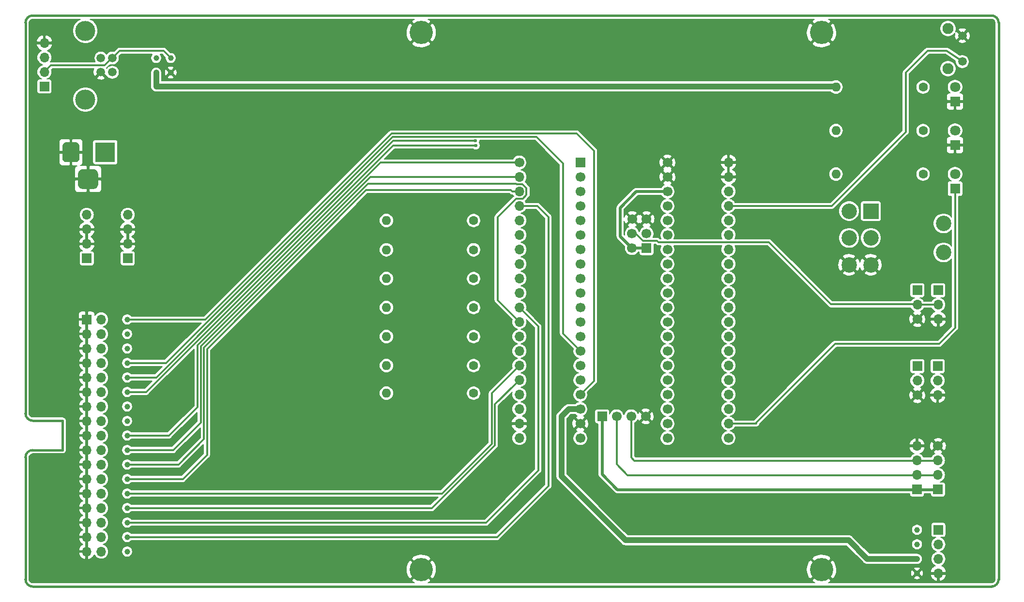
<source format=gbl>
G04 #@! TF.GenerationSoftware,KiCad,Pcbnew,(5.1.2)-2*
G04 #@! TF.CreationDate,2020-12-14T08:03:04+00:00*
G04 #@! TF.ProjectId,Greaseweazle F1 3.5 Inch,47726561-7365-4776-9561-7a6c65204631,2.0*
G04 #@! TF.SameCoordinates,Original*
G04 #@! TF.FileFunction,Copper,L2,Bot*
G04 #@! TF.FilePolarity,Positive*
%FSLAX46Y46*%
G04 Gerber Fmt 4.6, Leading zero omitted, Abs format (unit mm)*
G04 Created by KiCad (PCBNEW (5.1.2)-2) date 2020-12-14 08:03:04*
%MOMM*%
%LPD*%
G04 APERTURE LIST*
%ADD10C,0.381000*%
%ADD11C,2.700000*%
%ADD12R,2.700000X2.700000*%
%ADD13C,1.800000*%
%ADD14R,1.800000X1.800000*%
%ADD15C,1.600000*%
%ADD16O,1.600000X1.600000*%
%ADD17C,1.700000*%
%ADD18R,1.700000X1.700000*%
%ADD19C,1.000000*%
%ADD20O,1.700000X1.700000*%
%ADD21C,0.150000*%
%ADD22C,3.500000*%
%ADD23C,3.000000*%
%ADD24R,3.500000X3.500000*%
%ADD25C,3.500120*%
%ADD26C,1.501140*%
%ADD27C,1.950000*%
%ADD28C,1.508000*%
%ADD29C,4.064000*%
%ADD30C,0.600000*%
%ADD31C,0.632460*%
%ADD32C,1.000000*%
%ADD33C,0.304800*%
%ADD34C,0.500000*%
%ADD35C,0.203200*%
G04 APERTURE END LIST*
D10*
X50800000Y-128333500D02*
X50800000Y-149694900D01*
X52070000Y-127063500D02*
X57277000Y-127063500D01*
X52070000Y-121920000D02*
X57277000Y-121920000D01*
X57277000Y-121920000D02*
X57277000Y-127063500D01*
X52070000Y-127063500D02*
G75*
G03X50800000Y-128333500I0J-1270000D01*
G01*
X50800000Y-120650000D02*
G75*
G03X52070000Y-121920000I1270000J0D01*
G01*
X219710000Y-150964900D02*
G75*
G03X220980000Y-149694900I0J1270000D01*
G01*
X52070000Y-50965100D02*
G75*
G03X50800000Y-52235100I0J-1270000D01*
G01*
X220980000Y-52235100D02*
G75*
G03X219710000Y-50965100I-1270000J0D01*
G01*
X50800000Y-149694900D02*
G75*
G03X52070000Y-150964900I1270000J0D01*
G01*
X50800000Y-52235100D02*
X50800000Y-120650000D01*
X52070000Y-150964900D02*
X219710000Y-150964900D01*
X219710000Y-50965100D02*
X52070000Y-50965100D01*
X220980000Y-149694900D02*
X220980000Y-52235100D01*
D11*
X211328000Y-87376000D03*
X211328000Y-92456000D03*
X194818000Y-94616000D03*
X194818000Y-89916000D03*
X194818000Y-85216000D03*
X198628000Y-94616000D03*
X198628000Y-89916000D03*
D12*
X198628000Y-85216000D03*
D13*
X213360000Y-78740000D03*
D14*
X213360000Y-81280000D03*
X213360000Y-73660000D03*
D13*
X213360000Y-71120000D03*
X213360000Y-63500000D03*
D14*
X213360000Y-66040000D03*
D15*
X129159000Y-86868000D03*
D16*
X113919000Y-86868000D03*
X113919000Y-91998800D03*
D15*
X129159000Y-91998800D03*
X129159000Y-97028000D03*
D16*
X113919000Y-97028000D03*
X113919000Y-102108000D03*
D15*
X129159000Y-102108000D03*
X129159000Y-107188000D03*
D16*
X113919000Y-107188000D03*
X113919000Y-112268000D03*
D15*
X129159000Y-112268000D03*
X129159000Y-117094000D03*
D16*
X113919000Y-117094000D03*
X192532000Y-78740000D03*
D15*
X207772000Y-78740000D03*
X207772000Y-71120000D03*
D16*
X192532000Y-71120000D03*
X192532000Y-63500000D03*
D15*
X207772000Y-63500000D03*
D17*
X156857700Y-91694000D03*
X156857700Y-89154000D03*
X156921200Y-86614000D03*
D18*
X159397700Y-91694000D03*
D17*
X159397700Y-86614000D03*
X159397700Y-89154000D03*
X147828000Y-124968000D03*
X163068000Y-124968000D03*
X147828000Y-122428000D03*
X163068000Y-122428000D03*
X147828000Y-119888000D03*
X163068000Y-119888000D03*
X147828000Y-117348000D03*
X163068000Y-117348000D03*
X147828000Y-114808000D03*
X163068000Y-114808000D03*
X147828000Y-112268000D03*
X163068000Y-112268000D03*
X147828000Y-109728000D03*
X163068000Y-109728000D03*
X147828000Y-107188000D03*
X163068000Y-107188000D03*
X147828000Y-104648000D03*
X163068000Y-104648000D03*
X147828000Y-102108000D03*
X163068000Y-102108000D03*
X147828000Y-99568000D03*
X163068000Y-99568000D03*
X147828000Y-97028000D03*
X163068000Y-97028000D03*
X147828000Y-94488000D03*
X163068000Y-94488000D03*
X147828000Y-91948000D03*
X163068000Y-91948000D03*
X147828000Y-89408000D03*
X163068000Y-89408000D03*
X147828000Y-86868000D03*
X163068000Y-86868000D03*
X147828000Y-84328000D03*
X163068000Y-84328000D03*
X147828000Y-81788000D03*
X163068000Y-81788000D03*
X147828000Y-79248000D03*
X163068000Y-79248000D03*
D18*
X147828000Y-76708000D03*
D17*
X163068000Y-76708000D03*
X159258000Y-121158000D03*
X156718000Y-121158000D03*
X154178000Y-121158000D03*
D18*
X151638000Y-121158000D03*
D19*
X206705200Y-141020800D03*
X206705200Y-143560800D03*
X206705200Y-146100800D03*
X206705200Y-148640800D03*
D20*
X137160000Y-124968000D03*
X137160000Y-122428000D03*
X137160000Y-119888000D03*
X137160000Y-117348000D03*
X137160000Y-114808000D03*
X137160000Y-112268000D03*
X137160000Y-109728000D03*
X137160000Y-107188000D03*
X137160000Y-104648000D03*
X137160000Y-102108000D03*
X137160000Y-99568000D03*
X137160000Y-97028000D03*
X137160000Y-94488000D03*
X137160000Y-91948000D03*
X137160000Y-89408000D03*
X137160000Y-86868000D03*
X137160000Y-84328000D03*
X137160000Y-81788000D03*
X137160000Y-79248000D03*
D17*
X137160000Y-76708000D03*
D20*
X173736000Y-76682600D03*
X173736000Y-79222600D03*
X173736000Y-81762600D03*
X173736000Y-84302600D03*
X173736000Y-86842600D03*
X173736000Y-89382600D03*
X173736000Y-91922600D03*
X173736000Y-94462600D03*
X173736000Y-97002600D03*
X173736000Y-99542600D03*
X173736000Y-102082600D03*
X173736000Y-104622600D03*
X173736000Y-107162600D03*
X173736000Y-109702600D03*
X173736000Y-112242600D03*
X173736000Y-114782600D03*
X173736000Y-117322600D03*
X173736000Y-119862600D03*
X173736000Y-122402600D03*
D17*
X173736000Y-124942600D03*
D19*
X73660000Y-60960000D03*
X76200000Y-58420000D03*
X73660000Y-58420000D03*
X76200000Y-60960000D03*
D18*
X54102000Y-63398400D03*
D20*
X54102000Y-60858400D03*
X54102000Y-58318400D03*
X54102000Y-55778400D03*
X210312000Y-117449600D03*
X210312000Y-114909600D03*
D18*
X210312000Y-112369600D03*
D20*
X210413600Y-104140000D03*
X210413600Y-101600000D03*
D18*
X210413600Y-99060000D03*
X206756000Y-99060000D03*
D20*
X206756000Y-101600000D03*
D17*
X206756000Y-104140000D03*
D18*
X206756000Y-112369600D03*
D20*
X206756000Y-114909600D03*
D17*
X206756000Y-117449600D03*
D18*
X210362800Y-133959600D03*
D20*
X210362800Y-131419600D03*
X210362800Y-128879600D03*
D17*
X210362800Y-126339600D03*
D20*
X206705200Y-126339600D03*
X206705200Y-128879600D03*
X206705200Y-131419600D03*
D18*
X206705200Y-133959600D03*
D20*
X210439000Y-148653500D03*
X210439000Y-146113500D03*
X210439000Y-143573500D03*
D18*
X210439000Y-141033500D03*
D19*
X68580000Y-137210800D03*
X68580000Y-144830800D03*
X68580000Y-142290800D03*
X68580000Y-139750800D03*
X68580000Y-134670800D03*
X68580000Y-132130800D03*
X68580000Y-121970800D03*
X68580000Y-127050800D03*
X68580000Y-124510800D03*
X68580000Y-129590800D03*
X68580000Y-119430800D03*
X68580000Y-116890800D03*
X68580000Y-114350800D03*
X68580000Y-111810800D03*
X68580000Y-109270800D03*
X68580000Y-106730800D03*
X68580000Y-104190800D03*
D18*
X68681600Y-93497400D03*
D20*
X68681600Y-90957400D03*
X68681600Y-88417400D03*
X68681600Y-85877400D03*
D21*
G36*
X62708165Y-77857813D02*
G01*
X62793104Y-77870413D01*
X62876399Y-77891277D01*
X62957248Y-77920205D01*
X63034872Y-77956919D01*
X63108524Y-78001064D01*
X63177494Y-78052216D01*
X63241118Y-78109882D01*
X63298784Y-78173506D01*
X63349936Y-78242476D01*
X63394081Y-78316128D01*
X63430795Y-78393752D01*
X63459723Y-78474601D01*
X63480587Y-78557896D01*
X63493187Y-78642835D01*
X63497400Y-78728600D01*
X63497400Y-80478600D01*
X63493187Y-80564365D01*
X63480587Y-80649304D01*
X63459723Y-80732599D01*
X63430795Y-80813448D01*
X63394081Y-80891072D01*
X63349936Y-80964724D01*
X63298784Y-81033694D01*
X63241118Y-81097318D01*
X63177494Y-81154984D01*
X63108524Y-81206136D01*
X63034872Y-81250281D01*
X62957248Y-81286995D01*
X62876399Y-81315923D01*
X62793104Y-81336787D01*
X62708165Y-81349387D01*
X62622400Y-81353600D01*
X60872400Y-81353600D01*
X60786635Y-81349387D01*
X60701696Y-81336787D01*
X60618401Y-81315923D01*
X60537552Y-81286995D01*
X60459928Y-81250281D01*
X60386276Y-81206136D01*
X60317306Y-81154984D01*
X60253682Y-81097318D01*
X60196016Y-81033694D01*
X60144864Y-80964724D01*
X60100719Y-80891072D01*
X60064005Y-80813448D01*
X60035077Y-80732599D01*
X60014213Y-80649304D01*
X60001613Y-80564365D01*
X59997400Y-80478600D01*
X59997400Y-78728600D01*
X60001613Y-78642835D01*
X60014213Y-78557896D01*
X60035077Y-78474601D01*
X60064005Y-78393752D01*
X60100719Y-78316128D01*
X60144864Y-78242476D01*
X60196016Y-78173506D01*
X60253682Y-78109882D01*
X60317306Y-78052216D01*
X60386276Y-78001064D01*
X60459928Y-77956919D01*
X60537552Y-77920205D01*
X60618401Y-77891277D01*
X60701696Y-77870413D01*
X60786635Y-77857813D01*
X60872400Y-77853600D01*
X62622400Y-77853600D01*
X62708165Y-77857813D01*
X62708165Y-77857813D01*
G37*
D22*
X61747400Y-79603600D03*
D21*
G36*
X59570913Y-73157211D02*
G01*
X59643718Y-73168011D01*
X59715114Y-73185895D01*
X59784413Y-73210690D01*
X59850948Y-73242159D01*
X59914078Y-73279998D01*
X59973195Y-73323842D01*
X60027730Y-73373270D01*
X60077158Y-73427805D01*
X60121002Y-73486922D01*
X60158841Y-73550052D01*
X60190310Y-73616587D01*
X60215105Y-73685886D01*
X60232989Y-73757282D01*
X60243789Y-73830087D01*
X60247400Y-73903600D01*
X60247400Y-75903600D01*
X60243789Y-75977113D01*
X60232989Y-76049918D01*
X60215105Y-76121314D01*
X60190310Y-76190613D01*
X60158841Y-76257148D01*
X60121002Y-76320278D01*
X60077158Y-76379395D01*
X60027730Y-76433930D01*
X59973195Y-76483358D01*
X59914078Y-76527202D01*
X59850948Y-76565041D01*
X59784413Y-76596510D01*
X59715114Y-76621305D01*
X59643718Y-76639189D01*
X59570913Y-76649989D01*
X59497400Y-76653600D01*
X57997400Y-76653600D01*
X57923887Y-76649989D01*
X57851082Y-76639189D01*
X57779686Y-76621305D01*
X57710387Y-76596510D01*
X57643852Y-76565041D01*
X57580722Y-76527202D01*
X57521605Y-76483358D01*
X57467070Y-76433930D01*
X57417642Y-76379395D01*
X57373798Y-76320278D01*
X57335959Y-76257148D01*
X57304490Y-76190613D01*
X57279695Y-76121314D01*
X57261811Y-76049918D01*
X57251011Y-75977113D01*
X57247400Y-75903600D01*
X57247400Y-73903600D01*
X57251011Y-73830087D01*
X57261811Y-73757282D01*
X57279695Y-73685886D01*
X57304490Y-73616587D01*
X57335959Y-73550052D01*
X57373798Y-73486922D01*
X57417642Y-73427805D01*
X57467070Y-73373270D01*
X57521605Y-73323842D01*
X57580722Y-73279998D01*
X57643852Y-73242159D01*
X57710387Y-73210690D01*
X57779686Y-73185895D01*
X57851082Y-73168011D01*
X57923887Y-73157211D01*
X57997400Y-73153600D01*
X59497400Y-73153600D01*
X59570913Y-73157211D01*
X59570913Y-73157211D01*
G37*
D23*
X58747400Y-74903600D03*
D24*
X64747400Y-74903600D03*
D25*
X61264800Y-65684400D03*
X61264800Y-53644800D03*
D26*
X65989200Y-58420000D03*
X65989200Y-60909200D03*
X63982600Y-60909200D03*
X63982600Y-58420000D03*
D27*
X212130000Y-53269000D03*
X212130000Y-60269000D03*
D28*
X214630000Y-54494000D03*
X214630000Y-59044000D03*
D20*
X61518800Y-85877400D03*
X61518800Y-88417400D03*
X61518800Y-90957400D03*
D18*
X61518800Y-93497400D03*
D20*
X64033400Y-144830800D03*
X61493400Y-144830800D03*
X64033400Y-142290800D03*
X61493400Y-142290800D03*
X64033400Y-139750800D03*
X61493400Y-139750800D03*
X64033400Y-137210800D03*
X61493400Y-137210800D03*
X64033400Y-134670800D03*
X61493400Y-134670800D03*
X64033400Y-132130800D03*
X61493400Y-132130800D03*
X64033400Y-129590800D03*
X61493400Y-129590800D03*
X64033400Y-127050800D03*
X61493400Y-127050800D03*
X64033400Y-124510800D03*
X61493400Y-124510800D03*
X64033400Y-121970800D03*
X61493400Y-121970800D03*
X64033400Y-119430800D03*
X61493400Y-119430800D03*
X64033400Y-116890800D03*
X61493400Y-116890800D03*
X64033400Y-114350800D03*
X61493400Y-114350800D03*
X64033400Y-111810800D03*
X61493400Y-111810800D03*
X64033400Y-109270800D03*
X61493400Y-109270800D03*
X64033400Y-106730800D03*
X61493400Y-106730800D03*
X64033400Y-104190800D03*
D18*
X61493400Y-104190800D03*
D29*
X119999760Y-53964840D03*
X189999620Y-53964840D03*
X119999760Y-147965160D03*
X189999620Y-147965160D03*
D30*
X132080000Y-104140000D03*
X184404000Y-112268000D03*
X180340000Y-99060000D03*
X154940000Y-66040000D03*
X96520000Y-127000000D03*
X129540000Y-132080000D03*
X144780000Y-142240000D03*
X177800000Y-137160000D03*
X55880000Y-99060000D03*
X55880000Y-116840000D03*
X55880000Y-132080000D03*
X55880000Y-147320000D03*
X53340000Y-68580000D03*
X88138000Y-86106000D03*
X114655600Y-83896200D03*
X104140000Y-114300000D03*
X219964000Y-121920000D03*
X219964000Y-137160000D03*
X219964000Y-107950000D03*
X91694000Y-147574000D03*
X172720000Y-147320000D03*
X139700000Y-147320000D03*
X139700000Y-53340000D03*
X165608000Y-53340000D03*
X90932000Y-53340000D03*
X205740000Y-53340000D03*
X219710000Y-149860000D03*
X102743000Y-67437000D03*
X82677000Y-71374000D03*
X131445000Y-94742000D03*
X112268000Y-89154000D03*
X115570000Y-98425000D03*
X116713000Y-110109000D03*
X116713000Y-115189000D03*
X131064000Y-118364000D03*
X189839600Y-118592600D03*
X119996469Y-61722000D03*
X209296000Y-74676000D03*
X213360000Y-121920000D03*
X129476484Y-72885221D03*
X129545930Y-73732395D03*
D31*
X119999760Y-53990240D02*
X119999760Y-53964840D01*
D32*
X198018400Y-146100800D02*
X206705200Y-146100800D01*
X145796000Y-119888000D02*
X144526000Y-121158000D01*
X147828000Y-119888000D02*
X145796000Y-119888000D01*
X144526000Y-121158000D02*
X144526000Y-131648200D01*
X144526000Y-131648200D02*
X155727400Y-142849600D01*
X155727400Y-142849600D02*
X194767200Y-142849600D01*
X194767200Y-142849600D02*
X198018400Y-146100800D01*
X191400630Y-63373000D02*
X192532000Y-63373000D01*
X73660000Y-60960000D02*
X73660000Y-63373000D01*
X73660000Y-63373000D02*
X191400630Y-63373000D01*
D33*
X140335000Y-84328000D02*
X137160000Y-84328000D01*
X142240000Y-86233000D02*
X140335000Y-84328000D01*
X142240000Y-133324600D02*
X142240000Y-86233000D01*
X68580000Y-142290800D02*
X133273800Y-142290800D01*
X133273800Y-142290800D02*
X142240000Y-133324600D01*
X138009999Y-102957999D02*
X137160000Y-102108000D01*
X140462000Y-105410000D02*
X138009999Y-102957999D01*
X140462000Y-130632200D02*
X140462000Y-105410000D01*
X131318000Y-139776200D02*
X140462000Y-130632200D01*
X68580000Y-139750800D02*
X68605400Y-139776200D01*
X68605400Y-139776200D02*
X131318000Y-139776200D01*
X132888811Y-119079189D02*
X136310001Y-115657999D01*
X136310001Y-115657999D02*
X137160000Y-114808000D01*
X132888811Y-126213810D02*
X132888811Y-119079189D01*
X121891821Y-137210800D02*
X132888811Y-126213810D01*
X68580000Y-137210800D02*
X121891821Y-137210800D01*
X69287106Y-134670800D02*
X68580000Y-134670800D01*
X132334000Y-125984000D02*
X123647200Y-134670800D01*
X132334000Y-117094000D02*
X132334000Y-125984000D01*
X123647200Y-134670800D02*
X69287106Y-134670800D01*
X137160000Y-112268000D02*
X132334000Y-117094000D01*
X69287106Y-132130800D02*
X68580000Y-132130800D01*
X78308200Y-132130800D02*
X69287106Y-132130800D01*
X135957919Y-81788000D02*
X135703919Y-81534000D01*
X135703919Y-81534000D02*
X110394346Y-81534000D01*
X110394346Y-81534000D02*
X82550000Y-109378346D01*
X137160000Y-81788000D02*
X135957919Y-81788000D01*
X82550000Y-109378346D02*
X82550000Y-127889000D01*
X82550000Y-127889000D02*
X78308200Y-132130800D01*
X77546200Y-129590800D02*
X69287106Y-129590800D01*
X81995189Y-125141811D02*
X77546200Y-129590800D01*
X81995189Y-109148536D02*
X81995189Y-125141811D01*
X136627810Y-80471189D02*
X110672536Y-80471189D01*
X136657022Y-80500401D02*
X136627810Y-80471189D01*
X69287106Y-129590800D02*
X68580000Y-129590800D01*
X137725955Y-80500401D02*
X136657022Y-80500401D01*
X138412401Y-81186847D02*
X137725955Y-80500401D01*
X133350000Y-100838000D02*
X133350000Y-86249248D01*
X137160000Y-104648000D02*
X133350000Y-100838000D01*
X110672536Y-80471189D02*
X81995189Y-109148536D01*
X136558847Y-83040401D02*
X137761153Y-83040401D01*
X133350000Y-86249248D02*
X136558847Y-83040401D01*
X137761153Y-83040401D02*
X138412401Y-82389153D01*
X138412401Y-82389153D02*
X138412401Y-81186847D01*
X69287106Y-127050800D02*
X68580000Y-127050800D01*
X76657200Y-127050800D02*
X69287106Y-127050800D01*
X81440378Y-122267622D02*
X76657200Y-127050800D01*
X81440378Y-108918726D02*
X81440378Y-122267622D01*
X137160000Y-79248000D02*
X111111104Y-79248000D01*
X111111104Y-79248000D02*
X81440378Y-108918726D01*
X69287106Y-124510800D02*
X68580000Y-124510800D01*
X75895200Y-124510800D02*
X69287106Y-124510800D01*
X80885567Y-119520433D02*
X75895200Y-124510800D01*
X80885567Y-108688916D02*
X80885567Y-119520433D01*
X137160000Y-76708000D02*
X112866483Y-76708000D01*
X112866483Y-76708000D02*
X80885567Y-108688916D01*
X115120020Y-72885221D02*
X73654441Y-114350800D01*
X129476484Y-72885221D02*
X115120020Y-72885221D01*
X73654441Y-114350800D02*
X68580000Y-114350800D01*
X115057467Y-73732395D02*
X129121666Y-73732395D01*
X71899062Y-116890800D02*
X115057467Y-73732395D01*
X129121666Y-73732395D02*
X129545930Y-73732395D01*
X68580000Y-116890800D02*
X71899062Y-116890800D01*
X75409820Y-111810800D02*
X115037809Y-72182811D01*
X115037809Y-72182811D02*
X140127811Y-72182811D01*
X68580000Y-111810800D02*
X75409820Y-111810800D01*
X140127811Y-72182811D02*
X144780000Y-76835000D01*
X144780000Y-76835000D02*
X144780000Y-106680000D01*
X144780000Y-106680000D02*
X146978001Y-108878001D01*
X146978001Y-108878001D02*
X147828000Y-109728000D01*
X147167600Y-71628000D02*
X150215600Y-74676000D01*
X82232500Y-104203500D02*
X114808000Y-71628000D01*
X150215600Y-74676000D02*
X150215600Y-114960400D01*
X150215600Y-114960400D02*
X147828000Y-117348000D01*
X68592700Y-104203500D02*
X82232500Y-104203500D01*
X114808000Y-71628000D02*
X147167600Y-71628000D01*
X68580000Y-104190800D02*
X68592700Y-104203500D01*
X174010320Y-122402600D02*
X178435000Y-122402600D01*
X178435000Y-122402600D02*
X178582320Y-122402600D01*
X178435000Y-122402600D02*
X178460400Y-122428000D01*
X192379600Y-108458000D02*
X210566000Y-108458000D01*
X178435000Y-122402600D02*
X192379600Y-108458000D01*
X210566000Y-108458000D02*
X213360000Y-105664000D01*
X213360000Y-105664000D02*
X213360000Y-81280000D01*
X66739769Y-57669431D02*
X65989200Y-58420000D01*
X67259200Y-57150000D02*
X66739769Y-57669431D01*
X74962777Y-57150000D02*
X67259200Y-57150000D01*
X76200000Y-58420000D02*
X76200000Y-58387223D01*
X76200000Y-58387223D02*
X74962777Y-57150000D01*
X54926599Y-60033801D02*
X54076600Y-60883800D01*
X55270400Y-59690000D02*
X54926599Y-60033801D01*
X64594499Y-59690000D02*
X55270400Y-59690000D01*
X65989200Y-58420000D02*
X65864499Y-58420000D01*
X65864499Y-58420000D02*
X64594499Y-59690000D01*
D34*
X209173419Y-133985000D02*
X210375500Y-133985000D01*
X154305000Y-133985000D02*
X209173419Y-133985000D01*
X151638000Y-121158000D02*
X151638000Y-131318000D01*
X151638000Y-131318000D02*
X154305000Y-133985000D01*
X156857700Y-91694000D02*
X159397700Y-91694000D01*
X156007701Y-90844001D02*
X156857700Y-91694000D01*
X154787600Y-89623900D02*
X156007701Y-90844001D01*
X154787600Y-84632800D02*
X154787600Y-89623900D01*
X163068000Y-81788000D02*
X157632400Y-81788000D01*
X157632400Y-81788000D02*
X154787600Y-84632800D01*
D33*
X211910500Y-57150000D02*
X214630000Y-59044000D01*
X208534000Y-57150000D02*
X211910500Y-57150000D01*
X204724000Y-60960000D02*
X208534000Y-57150000D01*
X204724000Y-71374000D02*
X204724000Y-60960000D01*
X174010320Y-84302600D02*
X191795400Y-84302600D01*
X191795400Y-84302600D02*
X204724000Y-71374000D01*
X156083000Y-131445000D02*
X210375500Y-131445000D01*
X154178000Y-121158000D02*
X154178000Y-129540000D01*
X154178000Y-129540000D02*
X156083000Y-131445000D01*
X157289500Y-128905000D02*
X210375500Y-128905000D01*
X156718000Y-121158000D02*
X156718000Y-128333500D01*
X156718000Y-128333500D02*
X157289500Y-128905000D01*
X210413600Y-101600000D02*
X206756000Y-101600000D01*
X191668400Y-101549200D02*
X206705200Y-101549200D01*
X157544146Y-89154000D02*
X158796547Y-90406401D01*
X156857700Y-89154000D02*
X157544146Y-89154000D01*
X158796547Y-90406401D02*
X161221601Y-90406401D01*
X161221601Y-90406401D02*
X161485399Y-90670199D01*
X206705200Y-101549200D02*
X206756000Y-101600000D01*
X161485399Y-90670199D02*
X180789399Y-90670199D01*
X180789399Y-90670199D02*
X191668400Y-101549200D01*
D35*
G36*
X60219270Y-51688752D02*
G01*
X59857754Y-51930309D01*
X59550309Y-52237754D01*
X59308752Y-52599270D01*
X59142364Y-53000966D01*
X59057540Y-53427404D01*
X59057540Y-53862196D01*
X59142364Y-54288634D01*
X59308752Y-54690330D01*
X59550309Y-55051846D01*
X59857754Y-55359291D01*
X60219270Y-55600848D01*
X60620966Y-55767236D01*
X61047404Y-55852060D01*
X61482196Y-55852060D01*
X61550436Y-55838486D01*
X118341640Y-55838486D01*
X118565422Y-56198316D01*
X119028712Y-56435226D01*
X119529318Y-56577200D01*
X120048004Y-56618783D01*
X120564836Y-56558376D01*
X121059952Y-56398301D01*
X121434098Y-56198316D01*
X121657880Y-55838486D01*
X188341500Y-55838486D01*
X188565282Y-56198316D01*
X189028572Y-56435226D01*
X189529178Y-56577200D01*
X190047864Y-56618783D01*
X190564696Y-56558376D01*
X191059812Y-56398301D01*
X191433958Y-56198316D01*
X191657740Y-55838486D01*
X189999620Y-54180366D01*
X188341500Y-55838486D01*
X121657880Y-55838486D01*
X119999760Y-54180366D01*
X118341640Y-55838486D01*
X61550436Y-55838486D01*
X61908634Y-55767236D01*
X62310330Y-55600848D01*
X62671846Y-55359291D01*
X62979291Y-55051846D01*
X63220848Y-54690330D01*
X63387236Y-54288634D01*
X63442046Y-54013084D01*
X117345817Y-54013084D01*
X117406224Y-54529916D01*
X117566299Y-55025032D01*
X117766284Y-55399178D01*
X118126114Y-55622960D01*
X119784234Y-53964840D01*
X120215286Y-53964840D01*
X121873406Y-55622960D01*
X122233236Y-55399178D01*
X122470146Y-54935888D01*
X122612120Y-54435282D01*
X122645967Y-54013084D01*
X187345677Y-54013084D01*
X187406084Y-54529916D01*
X187566159Y-55025032D01*
X187766144Y-55399178D01*
X188125974Y-55622960D01*
X189784094Y-53964840D01*
X190215146Y-53964840D01*
X191873266Y-55622960D01*
X192141558Y-55456106D01*
X213883420Y-55456106D01*
X213952909Y-55685214D01*
X214198314Y-55794419D01*
X214460308Y-55853650D01*
X214728822Y-55860630D01*
X214993540Y-55815091D01*
X215244286Y-55718784D01*
X215307091Y-55685214D01*
X215376580Y-55456106D01*
X214630000Y-54709526D01*
X213883420Y-55456106D01*
X192141558Y-55456106D01*
X192233096Y-55399178D01*
X192470006Y-54935888D01*
X192611980Y-54435282D01*
X192653563Y-53916596D01*
X192593156Y-53399764D01*
X192505274Y-53127941D01*
X210697800Y-53127941D01*
X210697800Y-53410059D01*
X210752838Y-53686757D01*
X210860801Y-53947401D01*
X211017537Y-54181974D01*
X211217026Y-54381463D01*
X211451599Y-54538199D01*
X211712243Y-54646162D01*
X211988941Y-54701200D01*
X212271059Y-54701200D01*
X212547757Y-54646162D01*
X212808401Y-54538199D01*
X213042974Y-54381463D01*
X213242463Y-54181974D01*
X213343866Y-54030213D01*
X213329581Y-54062314D01*
X213270350Y-54324308D01*
X213263370Y-54592822D01*
X213308909Y-54857540D01*
X213405216Y-55108286D01*
X213438786Y-55171091D01*
X213667894Y-55240580D01*
X214414474Y-54494000D01*
X214845526Y-54494000D01*
X215592106Y-55240580D01*
X215821214Y-55171091D01*
X215930419Y-54925686D01*
X215989650Y-54663692D01*
X215996630Y-54395178D01*
X215951091Y-54130460D01*
X215854784Y-53879714D01*
X215821214Y-53816909D01*
X215592106Y-53747420D01*
X214845526Y-54494000D01*
X214414474Y-54494000D01*
X213667894Y-53747420D01*
X213455329Y-53811891D01*
X213507162Y-53686757D01*
X213537965Y-53531894D01*
X213883420Y-53531894D01*
X214630000Y-54278474D01*
X215376580Y-53531894D01*
X215307091Y-53302786D01*
X215061686Y-53193581D01*
X214799692Y-53134350D01*
X214531178Y-53127370D01*
X214266460Y-53172909D01*
X214015714Y-53269216D01*
X213952909Y-53302786D01*
X213883420Y-53531894D01*
X213537965Y-53531894D01*
X213562200Y-53410059D01*
X213562200Y-53127941D01*
X213507162Y-52851243D01*
X213399199Y-52590599D01*
X213242463Y-52356026D01*
X213042974Y-52156537D01*
X212808401Y-51999801D01*
X212547757Y-51891838D01*
X212271059Y-51836800D01*
X211988941Y-51836800D01*
X211712243Y-51891838D01*
X211451599Y-51999801D01*
X211217026Y-52156537D01*
X211017537Y-52356026D01*
X210860801Y-52590599D01*
X210752838Y-52851243D01*
X210697800Y-53127941D01*
X192505274Y-53127941D01*
X192433081Y-52904648D01*
X192233096Y-52530502D01*
X191873266Y-52306720D01*
X190215146Y-53964840D01*
X189784094Y-53964840D01*
X188125974Y-52306720D01*
X187766144Y-52530502D01*
X187529234Y-52993792D01*
X187387260Y-53494398D01*
X187345677Y-54013084D01*
X122645967Y-54013084D01*
X122653703Y-53916596D01*
X122593296Y-53399764D01*
X122433221Y-52904648D01*
X122233236Y-52530502D01*
X121873406Y-52306720D01*
X120215286Y-53964840D01*
X119784234Y-53964840D01*
X118126114Y-52306720D01*
X117766284Y-52530502D01*
X117529374Y-52993792D01*
X117387400Y-53494398D01*
X117345817Y-54013084D01*
X63442046Y-54013084D01*
X63472060Y-53862196D01*
X63472060Y-53427404D01*
X63387236Y-53000966D01*
X63220848Y-52599270D01*
X62979291Y-52237754D01*
X62671846Y-51930309D01*
X62310330Y-51688752D01*
X62126966Y-51612800D01*
X118787240Y-51612800D01*
X118565422Y-51731364D01*
X118341640Y-52091194D01*
X119999760Y-53749314D01*
X121657880Y-52091194D01*
X121434098Y-51731364D01*
X121202240Y-51612800D01*
X188787100Y-51612800D01*
X188565282Y-51731364D01*
X188341500Y-52091194D01*
X189999620Y-53749314D01*
X191657740Y-52091194D01*
X191433958Y-51731364D01*
X191202100Y-51612800D01*
X219678320Y-51612800D01*
X219830272Y-51627699D01*
X219945952Y-51662625D01*
X220052658Y-51719362D01*
X220146305Y-51795738D01*
X220223335Y-51888851D01*
X220280813Y-51995155D01*
X220316547Y-52110592D01*
X220332301Y-52260483D01*
X220332300Y-149663220D01*
X220317401Y-149815172D01*
X220282474Y-149930854D01*
X220225739Y-150037558D01*
X220149363Y-150131204D01*
X220056249Y-150208235D01*
X219949944Y-150265714D01*
X219834509Y-150301447D01*
X219684627Y-150317200D01*
X191212140Y-150317200D01*
X191433958Y-150198636D01*
X191657740Y-149838806D01*
X189999620Y-148180686D01*
X188341500Y-149838806D01*
X188565282Y-150198636D01*
X188797140Y-150317200D01*
X121212280Y-150317200D01*
X121434098Y-150198636D01*
X121657880Y-149838806D01*
X119999760Y-148180686D01*
X118341640Y-149838806D01*
X118565422Y-150198636D01*
X118797280Y-150317200D01*
X52101680Y-150317200D01*
X51949728Y-150302301D01*
X51834046Y-150267374D01*
X51727342Y-150210639D01*
X51633696Y-150134263D01*
X51556665Y-150041149D01*
X51499186Y-149934844D01*
X51463453Y-149819409D01*
X51447700Y-149669527D01*
X51447700Y-148013404D01*
X117345817Y-148013404D01*
X117406224Y-148530236D01*
X117566299Y-149025352D01*
X117766284Y-149399498D01*
X118126114Y-149623280D01*
X119784234Y-147965160D01*
X120215286Y-147965160D01*
X121873406Y-149623280D01*
X122233236Y-149399498D01*
X122470146Y-148936208D01*
X122612120Y-148435602D01*
X122645967Y-148013404D01*
X187345677Y-148013404D01*
X187406084Y-148530236D01*
X187566159Y-149025352D01*
X187766144Y-149399498D01*
X188125974Y-149623280D01*
X189784094Y-147965160D01*
X190215146Y-147965160D01*
X191873266Y-149623280D01*
X192199137Y-149420617D01*
X206140909Y-149420617D01*
X206179283Y-149623941D01*
X206381190Y-149707652D01*
X206595548Y-149750364D01*
X206814120Y-149750436D01*
X207028506Y-149707865D01*
X207230469Y-149624288D01*
X207231117Y-149623941D01*
X207269491Y-149420617D01*
X206705200Y-148856326D01*
X206140909Y-149420617D01*
X192199137Y-149420617D01*
X192233096Y-149399498D01*
X192470006Y-148936208D01*
X192522894Y-148749720D01*
X205595564Y-148749720D01*
X205638135Y-148964106D01*
X205721712Y-149166069D01*
X205722059Y-149166717D01*
X205925383Y-149205091D01*
X206489674Y-148640800D01*
X206920726Y-148640800D01*
X207485017Y-149205091D01*
X207688341Y-149166717D01*
X207744565Y-149031107D01*
X209029090Y-149031107D01*
X209056911Y-149122838D01*
X209175031Y-149383452D01*
X209341724Y-149616014D01*
X209550585Y-149811587D01*
X209793587Y-149962656D01*
X210061392Y-150063415D01*
X210286600Y-149952728D01*
X210286600Y-148805900D01*
X210591400Y-148805900D01*
X210591400Y-149952728D01*
X210816608Y-150063415D01*
X211084413Y-149962656D01*
X211327415Y-149811587D01*
X211536276Y-149616014D01*
X211702969Y-149383452D01*
X211821089Y-149122838D01*
X211848910Y-149031107D01*
X211737286Y-148805900D01*
X210591400Y-148805900D01*
X210286600Y-148805900D01*
X209140714Y-148805900D01*
X209029090Y-149031107D01*
X207744565Y-149031107D01*
X207772052Y-148964810D01*
X207814764Y-148750452D01*
X207814836Y-148531880D01*
X207772265Y-148317494D01*
X207755050Y-148275893D01*
X209029090Y-148275893D01*
X209140714Y-148501100D01*
X210286600Y-148501100D01*
X210286600Y-148481100D01*
X210591400Y-148481100D01*
X210591400Y-148501100D01*
X211737286Y-148501100D01*
X211848910Y-148275893D01*
X211821089Y-148184162D01*
X211702969Y-147923548D01*
X211536276Y-147690986D01*
X211327415Y-147495413D01*
X211084413Y-147344344D01*
X210981633Y-147305674D01*
X211168755Y-147205655D01*
X211367802Y-147042302D01*
X211531155Y-146843255D01*
X211652538Y-146616164D01*
X211727285Y-146369756D01*
X211752524Y-146113500D01*
X211727285Y-145857244D01*
X211652538Y-145610836D01*
X211531155Y-145383745D01*
X211367802Y-145184698D01*
X211168755Y-145021345D01*
X210941664Y-144899962D01*
X210755534Y-144843500D01*
X210941664Y-144787038D01*
X211168755Y-144665655D01*
X211367802Y-144502302D01*
X211531155Y-144303255D01*
X211652538Y-144076164D01*
X211727285Y-143829756D01*
X211752524Y-143573500D01*
X211727285Y-143317244D01*
X211652538Y-143070836D01*
X211531155Y-142843745D01*
X211367802Y-142644698D01*
X211168755Y-142481345D01*
X210941664Y-142359962D01*
X210885458Y-142342912D01*
X211289000Y-142342912D01*
X211378627Y-142334085D01*
X211464809Y-142307941D01*
X211544236Y-142265487D01*
X211613853Y-142208353D01*
X211670987Y-142138736D01*
X211713441Y-142059309D01*
X211739585Y-141973127D01*
X211748412Y-141883500D01*
X211748412Y-140183500D01*
X211739585Y-140093873D01*
X211713441Y-140007691D01*
X211670987Y-139928264D01*
X211613853Y-139858647D01*
X211544236Y-139801513D01*
X211464809Y-139759059D01*
X211378627Y-139732915D01*
X211289000Y-139724088D01*
X209589000Y-139724088D01*
X209499373Y-139732915D01*
X209413191Y-139759059D01*
X209333764Y-139801513D01*
X209264147Y-139858647D01*
X209207013Y-139928264D01*
X209164559Y-140007691D01*
X209138415Y-140093873D01*
X209129588Y-140183500D01*
X209129588Y-141883500D01*
X209138415Y-141973127D01*
X209164559Y-142059309D01*
X209207013Y-142138736D01*
X209264147Y-142208353D01*
X209333764Y-142265487D01*
X209413191Y-142307941D01*
X209499373Y-142334085D01*
X209589000Y-142342912D01*
X209992542Y-142342912D01*
X209936336Y-142359962D01*
X209709245Y-142481345D01*
X209510198Y-142644698D01*
X209346845Y-142843745D01*
X209225462Y-143070836D01*
X209150715Y-143317244D01*
X209125476Y-143573500D01*
X209150715Y-143829756D01*
X209225462Y-144076164D01*
X209346845Y-144303255D01*
X209510198Y-144502302D01*
X209709245Y-144665655D01*
X209936336Y-144787038D01*
X210122466Y-144843500D01*
X209936336Y-144899962D01*
X209709245Y-145021345D01*
X209510198Y-145184698D01*
X209346845Y-145383745D01*
X209225462Y-145610836D01*
X209150715Y-145857244D01*
X209125476Y-146113500D01*
X209150715Y-146369756D01*
X209225462Y-146616164D01*
X209346845Y-146843255D01*
X209510198Y-147042302D01*
X209709245Y-147205655D01*
X209896367Y-147305674D01*
X209793587Y-147344344D01*
X209550585Y-147495413D01*
X209341724Y-147690986D01*
X209175031Y-147923548D01*
X209056911Y-148184162D01*
X209029090Y-148275893D01*
X207755050Y-148275893D01*
X207688688Y-148115531D01*
X207688341Y-148114883D01*
X207485017Y-148076509D01*
X206920726Y-148640800D01*
X206489674Y-148640800D01*
X205925383Y-148076509D01*
X205722059Y-148114883D01*
X205638348Y-148316790D01*
X205595636Y-148531148D01*
X205595564Y-148749720D01*
X192522894Y-148749720D01*
X192611980Y-148435602D01*
X192653563Y-147916916D01*
X192647026Y-147860983D01*
X206140909Y-147860983D01*
X206705200Y-148425274D01*
X207269491Y-147860983D01*
X207231117Y-147657659D01*
X207029210Y-147573948D01*
X206814852Y-147531236D01*
X206596280Y-147531164D01*
X206381894Y-147573735D01*
X206179931Y-147657312D01*
X206179283Y-147657659D01*
X206140909Y-147860983D01*
X192647026Y-147860983D01*
X192593156Y-147400084D01*
X192433081Y-146904968D01*
X192233096Y-146530822D01*
X191873266Y-146307040D01*
X190215146Y-147965160D01*
X189784094Y-147965160D01*
X188125974Y-146307040D01*
X187766144Y-146530822D01*
X187529234Y-146994112D01*
X187387260Y-147494718D01*
X187345677Y-148013404D01*
X122645967Y-148013404D01*
X122653703Y-147916916D01*
X122593296Y-147400084D01*
X122433221Y-146904968D01*
X122233236Y-146530822D01*
X121873406Y-146307040D01*
X120215286Y-147965160D01*
X119784234Y-147965160D01*
X118126114Y-146307040D01*
X117766284Y-146530822D01*
X117529374Y-146994112D01*
X117387400Y-147494718D01*
X117345817Y-148013404D01*
X51447700Y-148013404D01*
X51447700Y-145208407D01*
X60083490Y-145208407D01*
X60111311Y-145300138D01*
X60229431Y-145560752D01*
X60396124Y-145793314D01*
X60604985Y-145988887D01*
X60847987Y-146139956D01*
X61115792Y-146240715D01*
X61341000Y-146130028D01*
X61341000Y-144983200D01*
X60195114Y-144983200D01*
X60083490Y-145208407D01*
X51447700Y-145208407D01*
X51447700Y-142668407D01*
X60083490Y-142668407D01*
X60111311Y-142760138D01*
X60229431Y-143020752D01*
X60396124Y-143253314D01*
X60604985Y-143448887D01*
X60785003Y-143560800D01*
X60604985Y-143672713D01*
X60396124Y-143868286D01*
X60229431Y-144100848D01*
X60111311Y-144361462D01*
X60083490Y-144453193D01*
X60195114Y-144678400D01*
X61341000Y-144678400D01*
X61341000Y-142443200D01*
X60195114Y-142443200D01*
X60083490Y-142668407D01*
X51447700Y-142668407D01*
X51447700Y-140128407D01*
X60083490Y-140128407D01*
X60111311Y-140220138D01*
X60229431Y-140480752D01*
X60396124Y-140713314D01*
X60604985Y-140908887D01*
X60785003Y-141020800D01*
X60604985Y-141132713D01*
X60396124Y-141328286D01*
X60229431Y-141560848D01*
X60111311Y-141821462D01*
X60083490Y-141913193D01*
X60195114Y-142138400D01*
X61341000Y-142138400D01*
X61341000Y-139903200D01*
X60195114Y-139903200D01*
X60083490Y-140128407D01*
X51447700Y-140128407D01*
X51447700Y-137588407D01*
X60083490Y-137588407D01*
X60111311Y-137680138D01*
X60229431Y-137940752D01*
X60396124Y-138173314D01*
X60604985Y-138368887D01*
X60785003Y-138480800D01*
X60604985Y-138592713D01*
X60396124Y-138788286D01*
X60229431Y-139020848D01*
X60111311Y-139281462D01*
X60083490Y-139373193D01*
X60195114Y-139598400D01*
X61341000Y-139598400D01*
X61341000Y-137363200D01*
X60195114Y-137363200D01*
X60083490Y-137588407D01*
X51447700Y-137588407D01*
X51447700Y-135048407D01*
X60083490Y-135048407D01*
X60111311Y-135140138D01*
X60229431Y-135400752D01*
X60396124Y-135633314D01*
X60604985Y-135828887D01*
X60785003Y-135940800D01*
X60604985Y-136052713D01*
X60396124Y-136248286D01*
X60229431Y-136480848D01*
X60111311Y-136741462D01*
X60083490Y-136833193D01*
X60195114Y-137058400D01*
X61341000Y-137058400D01*
X61341000Y-134823200D01*
X60195114Y-134823200D01*
X60083490Y-135048407D01*
X51447700Y-135048407D01*
X51447700Y-132508407D01*
X60083490Y-132508407D01*
X60111311Y-132600138D01*
X60229431Y-132860752D01*
X60396124Y-133093314D01*
X60604985Y-133288887D01*
X60785003Y-133400800D01*
X60604985Y-133512713D01*
X60396124Y-133708286D01*
X60229431Y-133940848D01*
X60111311Y-134201462D01*
X60083490Y-134293193D01*
X60195114Y-134518400D01*
X61341000Y-134518400D01*
X61341000Y-132283200D01*
X60195114Y-132283200D01*
X60083490Y-132508407D01*
X51447700Y-132508407D01*
X51447700Y-129968407D01*
X60083490Y-129968407D01*
X60111311Y-130060138D01*
X60229431Y-130320752D01*
X60396124Y-130553314D01*
X60604985Y-130748887D01*
X60785003Y-130860800D01*
X60604985Y-130972713D01*
X60396124Y-131168286D01*
X60229431Y-131400848D01*
X60111311Y-131661462D01*
X60083490Y-131753193D01*
X60195114Y-131978400D01*
X61341000Y-131978400D01*
X61341000Y-129743200D01*
X60195114Y-129743200D01*
X60083490Y-129968407D01*
X51447700Y-129968407D01*
X51447700Y-128365180D01*
X51462599Y-128213228D01*
X51497525Y-128097548D01*
X51554262Y-127990842D01*
X51630638Y-127897195D01*
X51723751Y-127820165D01*
X51830055Y-127762687D01*
X51945492Y-127726953D01*
X52095373Y-127711200D01*
X57245192Y-127711200D01*
X57277000Y-127714333D01*
X57308850Y-127711196D01*
X57403971Y-127701827D01*
X57526063Y-127664791D01*
X57638583Y-127604648D01*
X57737208Y-127523708D01*
X57815420Y-127428407D01*
X60083490Y-127428407D01*
X60111311Y-127520138D01*
X60229431Y-127780752D01*
X60396124Y-128013314D01*
X60604985Y-128208887D01*
X60785003Y-128320800D01*
X60604985Y-128432713D01*
X60396124Y-128628286D01*
X60229431Y-128860848D01*
X60111311Y-129121462D01*
X60083490Y-129213193D01*
X60195114Y-129438400D01*
X61341000Y-129438400D01*
X61341000Y-127203200D01*
X60195114Y-127203200D01*
X60083490Y-127428407D01*
X57815420Y-127428407D01*
X57818148Y-127425083D01*
X57878291Y-127312563D01*
X57915327Y-127190471D01*
X57927833Y-127063500D01*
X57924700Y-127031691D01*
X57924700Y-124888407D01*
X60083490Y-124888407D01*
X60111311Y-124980138D01*
X60229431Y-125240752D01*
X60396124Y-125473314D01*
X60604985Y-125668887D01*
X60785003Y-125780800D01*
X60604985Y-125892713D01*
X60396124Y-126088286D01*
X60229431Y-126320848D01*
X60111311Y-126581462D01*
X60083490Y-126673193D01*
X60195114Y-126898400D01*
X61341000Y-126898400D01*
X61341000Y-124663200D01*
X60195114Y-124663200D01*
X60083490Y-124888407D01*
X57924700Y-124888407D01*
X57924700Y-122348407D01*
X60083490Y-122348407D01*
X60111311Y-122440138D01*
X60229431Y-122700752D01*
X60396124Y-122933314D01*
X60604985Y-123128887D01*
X60785003Y-123240800D01*
X60604985Y-123352713D01*
X60396124Y-123548286D01*
X60229431Y-123780848D01*
X60111311Y-124041462D01*
X60083490Y-124133193D01*
X60195114Y-124358400D01*
X61341000Y-124358400D01*
X61341000Y-122123200D01*
X60195114Y-122123200D01*
X60083490Y-122348407D01*
X57924700Y-122348407D01*
X57924700Y-121951809D01*
X57927833Y-121920000D01*
X57915327Y-121793029D01*
X57878291Y-121670937D01*
X57818148Y-121558417D01*
X57737208Y-121459792D01*
X57638583Y-121378852D01*
X57526063Y-121318709D01*
X57403971Y-121281673D01*
X57308809Y-121272300D01*
X57308808Y-121272300D01*
X57277000Y-121269167D01*
X57245191Y-121272300D01*
X52101680Y-121272300D01*
X51949728Y-121257401D01*
X51834046Y-121222474D01*
X51727342Y-121165739D01*
X51633696Y-121089363D01*
X51556665Y-120996249D01*
X51499186Y-120889944D01*
X51463453Y-120774509D01*
X51447700Y-120624627D01*
X51447700Y-119808407D01*
X60083490Y-119808407D01*
X60111311Y-119900138D01*
X60229431Y-120160752D01*
X60396124Y-120393314D01*
X60604985Y-120588887D01*
X60785003Y-120700800D01*
X60604985Y-120812713D01*
X60396124Y-121008286D01*
X60229431Y-121240848D01*
X60111311Y-121501462D01*
X60083490Y-121593193D01*
X60195114Y-121818400D01*
X61341000Y-121818400D01*
X61341000Y-119583200D01*
X60195114Y-119583200D01*
X60083490Y-119808407D01*
X51447700Y-119808407D01*
X51447700Y-117268407D01*
X60083490Y-117268407D01*
X60111311Y-117360138D01*
X60229431Y-117620752D01*
X60396124Y-117853314D01*
X60604985Y-118048887D01*
X60785003Y-118160800D01*
X60604985Y-118272713D01*
X60396124Y-118468286D01*
X60229431Y-118700848D01*
X60111311Y-118961462D01*
X60083490Y-119053193D01*
X60195114Y-119278400D01*
X61341000Y-119278400D01*
X61341000Y-117043200D01*
X60195114Y-117043200D01*
X60083490Y-117268407D01*
X51447700Y-117268407D01*
X51447700Y-114728407D01*
X60083490Y-114728407D01*
X60111311Y-114820138D01*
X60229431Y-115080752D01*
X60396124Y-115313314D01*
X60604985Y-115508887D01*
X60785003Y-115620800D01*
X60604985Y-115732713D01*
X60396124Y-115928286D01*
X60229431Y-116160848D01*
X60111311Y-116421462D01*
X60083490Y-116513193D01*
X60195114Y-116738400D01*
X61341000Y-116738400D01*
X61341000Y-114503200D01*
X60195114Y-114503200D01*
X60083490Y-114728407D01*
X51447700Y-114728407D01*
X51447700Y-112188407D01*
X60083490Y-112188407D01*
X60111311Y-112280138D01*
X60229431Y-112540752D01*
X60396124Y-112773314D01*
X60604985Y-112968887D01*
X60785003Y-113080800D01*
X60604985Y-113192713D01*
X60396124Y-113388286D01*
X60229431Y-113620848D01*
X60111311Y-113881462D01*
X60083490Y-113973193D01*
X60195114Y-114198400D01*
X61341000Y-114198400D01*
X61341000Y-111963200D01*
X60195114Y-111963200D01*
X60083490Y-112188407D01*
X51447700Y-112188407D01*
X51447700Y-109648407D01*
X60083490Y-109648407D01*
X60111311Y-109740138D01*
X60229431Y-110000752D01*
X60396124Y-110233314D01*
X60604985Y-110428887D01*
X60785003Y-110540800D01*
X60604985Y-110652713D01*
X60396124Y-110848286D01*
X60229431Y-111080848D01*
X60111311Y-111341462D01*
X60083490Y-111433193D01*
X60195114Y-111658400D01*
X61341000Y-111658400D01*
X61341000Y-109423200D01*
X60195114Y-109423200D01*
X60083490Y-109648407D01*
X51447700Y-109648407D01*
X51447700Y-107108407D01*
X60083490Y-107108407D01*
X60111311Y-107200138D01*
X60229431Y-107460752D01*
X60396124Y-107693314D01*
X60604985Y-107888887D01*
X60785003Y-108000800D01*
X60604985Y-108112713D01*
X60396124Y-108308286D01*
X60229431Y-108540848D01*
X60111311Y-108801462D01*
X60083490Y-108893193D01*
X60195114Y-109118400D01*
X61341000Y-109118400D01*
X61341000Y-106883200D01*
X60195114Y-106883200D01*
X60083490Y-107108407D01*
X51447700Y-107108407D01*
X51447700Y-105040800D01*
X60030850Y-105040800D01*
X60042620Y-105160303D01*
X60077478Y-105275213D01*
X60134083Y-105381115D01*
X60210262Y-105473938D01*
X60303085Y-105550117D01*
X60408987Y-105606722D01*
X60523897Y-105641580D01*
X60530721Y-105642252D01*
X60396124Y-105768286D01*
X60229431Y-106000848D01*
X60111311Y-106261462D01*
X60083490Y-106353193D01*
X60195114Y-106578400D01*
X61341000Y-106578400D01*
X61341000Y-104343200D01*
X60186200Y-104343200D01*
X60033800Y-104495600D01*
X60030850Y-105040800D01*
X51447700Y-105040800D01*
X51447700Y-103340800D01*
X60030850Y-103340800D01*
X60033800Y-103886000D01*
X60186200Y-104038400D01*
X61341000Y-104038400D01*
X61341000Y-102883600D01*
X61645800Y-102883600D01*
X61645800Y-104038400D01*
X61665800Y-104038400D01*
X61665800Y-104343200D01*
X61645800Y-104343200D01*
X61645800Y-106578400D01*
X61665800Y-106578400D01*
X61665800Y-106883200D01*
X61645800Y-106883200D01*
X61645800Y-109118400D01*
X61665800Y-109118400D01*
X61665800Y-109423200D01*
X61645800Y-109423200D01*
X61645800Y-111658400D01*
X61665800Y-111658400D01*
X61665800Y-111963200D01*
X61645800Y-111963200D01*
X61645800Y-114198400D01*
X61665800Y-114198400D01*
X61665800Y-114503200D01*
X61645800Y-114503200D01*
X61645800Y-116738400D01*
X61665800Y-116738400D01*
X61665800Y-117043200D01*
X61645800Y-117043200D01*
X61645800Y-119278400D01*
X61665800Y-119278400D01*
X61665800Y-119583200D01*
X61645800Y-119583200D01*
X61645800Y-121818400D01*
X61665800Y-121818400D01*
X61665800Y-122123200D01*
X61645800Y-122123200D01*
X61645800Y-124358400D01*
X61665800Y-124358400D01*
X61665800Y-124663200D01*
X61645800Y-124663200D01*
X61645800Y-126898400D01*
X61665800Y-126898400D01*
X61665800Y-127203200D01*
X61645800Y-127203200D01*
X61645800Y-129438400D01*
X61665800Y-129438400D01*
X61665800Y-129743200D01*
X61645800Y-129743200D01*
X61645800Y-131978400D01*
X61665800Y-131978400D01*
X61665800Y-132283200D01*
X61645800Y-132283200D01*
X61645800Y-134518400D01*
X61665800Y-134518400D01*
X61665800Y-134823200D01*
X61645800Y-134823200D01*
X61645800Y-137058400D01*
X61665800Y-137058400D01*
X61665800Y-137363200D01*
X61645800Y-137363200D01*
X61645800Y-139598400D01*
X61665800Y-139598400D01*
X61665800Y-139903200D01*
X61645800Y-139903200D01*
X61645800Y-142138400D01*
X61665800Y-142138400D01*
X61665800Y-142443200D01*
X61645800Y-142443200D01*
X61645800Y-144678400D01*
X61665800Y-144678400D01*
X61665800Y-144983200D01*
X61645800Y-144983200D01*
X61645800Y-146130028D01*
X61871008Y-146240715D01*
X62138813Y-146139956D01*
X62381815Y-145988887D01*
X62590676Y-145793314D01*
X62757369Y-145560752D01*
X62841790Y-145374489D01*
X62941245Y-145560555D01*
X63104598Y-145759602D01*
X63303645Y-145922955D01*
X63530736Y-146044338D01*
X63777144Y-146119085D01*
X63969191Y-146138000D01*
X64097609Y-146138000D01*
X64289656Y-146119085D01*
X64380545Y-146091514D01*
X118341640Y-146091514D01*
X119999760Y-147749634D01*
X121657880Y-146091514D01*
X188341500Y-146091514D01*
X189999620Y-147749634D01*
X191657740Y-146091514D01*
X191433958Y-145731684D01*
X190970668Y-145494774D01*
X190470062Y-145352800D01*
X189951376Y-145311217D01*
X189434544Y-145371624D01*
X188939428Y-145531699D01*
X188565282Y-145731684D01*
X188341500Y-146091514D01*
X121657880Y-146091514D01*
X121434098Y-145731684D01*
X120970808Y-145494774D01*
X120470202Y-145352800D01*
X119951516Y-145311217D01*
X119434684Y-145371624D01*
X118939568Y-145531699D01*
X118565422Y-145731684D01*
X118341640Y-146091514D01*
X64380545Y-146091514D01*
X64536064Y-146044338D01*
X64763155Y-145922955D01*
X64962202Y-145759602D01*
X65125555Y-145560555D01*
X65246938Y-145333464D01*
X65321685Y-145087056D01*
X65346924Y-144830800D01*
X65337639Y-144736524D01*
X67622800Y-144736524D01*
X67622800Y-144925076D01*
X67659585Y-145110005D01*
X67731741Y-145284204D01*
X67836495Y-145440979D01*
X67969821Y-145574305D01*
X68126596Y-145679059D01*
X68300795Y-145751215D01*
X68485724Y-145788000D01*
X68674276Y-145788000D01*
X68859205Y-145751215D01*
X69033404Y-145679059D01*
X69190179Y-145574305D01*
X69323505Y-145440979D01*
X69428259Y-145284204D01*
X69500415Y-145110005D01*
X69537200Y-144925076D01*
X69537200Y-144736524D01*
X69500415Y-144551595D01*
X69428259Y-144377396D01*
X69323505Y-144220621D01*
X69190179Y-144087295D01*
X69033404Y-143982541D01*
X68859205Y-143910385D01*
X68674276Y-143873600D01*
X68485724Y-143873600D01*
X68300795Y-143910385D01*
X68126596Y-143982541D01*
X67969821Y-144087295D01*
X67836495Y-144220621D01*
X67731741Y-144377396D01*
X67659585Y-144551595D01*
X67622800Y-144736524D01*
X65337639Y-144736524D01*
X65321685Y-144574544D01*
X65246938Y-144328136D01*
X65125555Y-144101045D01*
X64962202Y-143901998D01*
X64763155Y-143738645D01*
X64536064Y-143617262D01*
X64349934Y-143560800D01*
X64536064Y-143504338D01*
X64763155Y-143382955D01*
X64962202Y-143219602D01*
X65125555Y-143020555D01*
X65246938Y-142793464D01*
X65321685Y-142547056D01*
X65346924Y-142290800D01*
X65321685Y-142034544D01*
X65246938Y-141788136D01*
X65125555Y-141561045D01*
X64962202Y-141361998D01*
X64763155Y-141198645D01*
X64536064Y-141077262D01*
X64349934Y-141020800D01*
X64536064Y-140964338D01*
X64763155Y-140842955D01*
X64962202Y-140679602D01*
X65125555Y-140480555D01*
X65246938Y-140253464D01*
X65321685Y-140007056D01*
X65346924Y-139750800D01*
X65321685Y-139494544D01*
X65246938Y-139248136D01*
X65125555Y-139021045D01*
X64962202Y-138821998D01*
X64763155Y-138658645D01*
X64536064Y-138537262D01*
X64349934Y-138480800D01*
X64536064Y-138424338D01*
X64763155Y-138302955D01*
X64962202Y-138139602D01*
X65125555Y-137940555D01*
X65246938Y-137713464D01*
X65321685Y-137467056D01*
X65346924Y-137210800D01*
X65321685Y-136954544D01*
X65246938Y-136708136D01*
X65125555Y-136481045D01*
X64962202Y-136281998D01*
X64763155Y-136118645D01*
X64536064Y-135997262D01*
X64349934Y-135940800D01*
X64536064Y-135884338D01*
X64763155Y-135762955D01*
X64962202Y-135599602D01*
X65125555Y-135400555D01*
X65246938Y-135173464D01*
X65321685Y-134927056D01*
X65346924Y-134670800D01*
X65321685Y-134414544D01*
X65246938Y-134168136D01*
X65125555Y-133941045D01*
X64962202Y-133741998D01*
X64763155Y-133578645D01*
X64536064Y-133457262D01*
X64349934Y-133400800D01*
X64536064Y-133344338D01*
X64763155Y-133222955D01*
X64962202Y-133059602D01*
X65125555Y-132860555D01*
X65246938Y-132633464D01*
X65321685Y-132387056D01*
X65346924Y-132130800D01*
X65321685Y-131874544D01*
X65246938Y-131628136D01*
X65125555Y-131401045D01*
X64962202Y-131201998D01*
X64763155Y-131038645D01*
X64536064Y-130917262D01*
X64349934Y-130860800D01*
X64536064Y-130804338D01*
X64763155Y-130682955D01*
X64962202Y-130519602D01*
X65125555Y-130320555D01*
X65246938Y-130093464D01*
X65321685Y-129847056D01*
X65346924Y-129590800D01*
X65321685Y-129334544D01*
X65246938Y-129088136D01*
X65125555Y-128861045D01*
X64962202Y-128661998D01*
X64763155Y-128498645D01*
X64536064Y-128377262D01*
X64349934Y-128320800D01*
X64536064Y-128264338D01*
X64763155Y-128142955D01*
X64962202Y-127979602D01*
X65125555Y-127780555D01*
X65246938Y-127553464D01*
X65321685Y-127307056D01*
X65346924Y-127050800D01*
X65321685Y-126794544D01*
X65246938Y-126548136D01*
X65125555Y-126321045D01*
X64962202Y-126121998D01*
X64763155Y-125958645D01*
X64536064Y-125837262D01*
X64349934Y-125780800D01*
X64536064Y-125724338D01*
X64763155Y-125602955D01*
X64962202Y-125439602D01*
X65125555Y-125240555D01*
X65246938Y-125013464D01*
X65321685Y-124767056D01*
X65346924Y-124510800D01*
X65321685Y-124254544D01*
X65246938Y-124008136D01*
X65125555Y-123781045D01*
X64962202Y-123581998D01*
X64763155Y-123418645D01*
X64536064Y-123297262D01*
X64349934Y-123240800D01*
X64536064Y-123184338D01*
X64763155Y-123062955D01*
X64962202Y-122899602D01*
X65125555Y-122700555D01*
X65246938Y-122473464D01*
X65321685Y-122227056D01*
X65346924Y-121970800D01*
X65337639Y-121876524D01*
X67622800Y-121876524D01*
X67622800Y-122065076D01*
X67659585Y-122250005D01*
X67731741Y-122424204D01*
X67836495Y-122580979D01*
X67969821Y-122714305D01*
X68126596Y-122819059D01*
X68300795Y-122891215D01*
X68485724Y-122928000D01*
X68674276Y-122928000D01*
X68859205Y-122891215D01*
X69033404Y-122819059D01*
X69190179Y-122714305D01*
X69323505Y-122580979D01*
X69428259Y-122424204D01*
X69500415Y-122250005D01*
X69537200Y-122065076D01*
X69537200Y-121876524D01*
X69500415Y-121691595D01*
X69428259Y-121517396D01*
X69323505Y-121360621D01*
X69190179Y-121227295D01*
X69033404Y-121122541D01*
X68859205Y-121050385D01*
X68674276Y-121013600D01*
X68485724Y-121013600D01*
X68300795Y-121050385D01*
X68126596Y-121122541D01*
X67969821Y-121227295D01*
X67836495Y-121360621D01*
X67731741Y-121517396D01*
X67659585Y-121691595D01*
X67622800Y-121876524D01*
X65337639Y-121876524D01*
X65321685Y-121714544D01*
X65246938Y-121468136D01*
X65125555Y-121241045D01*
X64962202Y-121041998D01*
X64763155Y-120878645D01*
X64536064Y-120757262D01*
X64349934Y-120700800D01*
X64536064Y-120644338D01*
X64763155Y-120522955D01*
X64962202Y-120359602D01*
X65125555Y-120160555D01*
X65246938Y-119933464D01*
X65321685Y-119687056D01*
X65346924Y-119430800D01*
X65337639Y-119336524D01*
X67622800Y-119336524D01*
X67622800Y-119525076D01*
X67659585Y-119710005D01*
X67731741Y-119884204D01*
X67836495Y-120040979D01*
X67969821Y-120174305D01*
X68126596Y-120279059D01*
X68300795Y-120351215D01*
X68485724Y-120388000D01*
X68674276Y-120388000D01*
X68859205Y-120351215D01*
X69033404Y-120279059D01*
X69190179Y-120174305D01*
X69323505Y-120040979D01*
X69428259Y-119884204D01*
X69500415Y-119710005D01*
X69537200Y-119525076D01*
X69537200Y-119336524D01*
X69500415Y-119151595D01*
X69428259Y-118977396D01*
X69323505Y-118820621D01*
X69190179Y-118687295D01*
X69033404Y-118582541D01*
X68859205Y-118510385D01*
X68674276Y-118473600D01*
X68485724Y-118473600D01*
X68300795Y-118510385D01*
X68126596Y-118582541D01*
X67969821Y-118687295D01*
X67836495Y-118820621D01*
X67731741Y-118977396D01*
X67659585Y-119151595D01*
X67622800Y-119336524D01*
X65337639Y-119336524D01*
X65321685Y-119174544D01*
X65246938Y-118928136D01*
X65125555Y-118701045D01*
X64962202Y-118501998D01*
X64763155Y-118338645D01*
X64536064Y-118217262D01*
X64349934Y-118160800D01*
X64536064Y-118104338D01*
X64763155Y-117982955D01*
X64962202Y-117819602D01*
X65125555Y-117620555D01*
X65246938Y-117393464D01*
X65321685Y-117147056D01*
X65346924Y-116890800D01*
X65321685Y-116634544D01*
X65246938Y-116388136D01*
X65125555Y-116161045D01*
X64962202Y-115961998D01*
X64763155Y-115798645D01*
X64536064Y-115677262D01*
X64349934Y-115620800D01*
X64536064Y-115564338D01*
X64763155Y-115442955D01*
X64962202Y-115279602D01*
X65125555Y-115080555D01*
X65246938Y-114853464D01*
X65321685Y-114607056D01*
X65346924Y-114350800D01*
X65321685Y-114094544D01*
X65246938Y-113848136D01*
X65125555Y-113621045D01*
X64962202Y-113421998D01*
X64763155Y-113258645D01*
X64536064Y-113137262D01*
X64349934Y-113080800D01*
X64536064Y-113024338D01*
X64763155Y-112902955D01*
X64962202Y-112739602D01*
X65125555Y-112540555D01*
X65246938Y-112313464D01*
X65321685Y-112067056D01*
X65346924Y-111810800D01*
X65321685Y-111554544D01*
X65246938Y-111308136D01*
X65125555Y-111081045D01*
X64962202Y-110881998D01*
X64763155Y-110718645D01*
X64536064Y-110597262D01*
X64349934Y-110540800D01*
X64536064Y-110484338D01*
X64763155Y-110362955D01*
X64962202Y-110199602D01*
X65125555Y-110000555D01*
X65246938Y-109773464D01*
X65321685Y-109527056D01*
X65346924Y-109270800D01*
X65337639Y-109176524D01*
X67622800Y-109176524D01*
X67622800Y-109365076D01*
X67659585Y-109550005D01*
X67731741Y-109724204D01*
X67836495Y-109880979D01*
X67969821Y-110014305D01*
X68126596Y-110119059D01*
X68300795Y-110191215D01*
X68485724Y-110228000D01*
X68674276Y-110228000D01*
X68859205Y-110191215D01*
X69033404Y-110119059D01*
X69190179Y-110014305D01*
X69323505Y-109880979D01*
X69428259Y-109724204D01*
X69500415Y-109550005D01*
X69537200Y-109365076D01*
X69537200Y-109176524D01*
X69500415Y-108991595D01*
X69428259Y-108817396D01*
X69323505Y-108660621D01*
X69190179Y-108527295D01*
X69033404Y-108422541D01*
X68859205Y-108350385D01*
X68674276Y-108313600D01*
X68485724Y-108313600D01*
X68300795Y-108350385D01*
X68126596Y-108422541D01*
X67969821Y-108527295D01*
X67836495Y-108660621D01*
X67731741Y-108817396D01*
X67659585Y-108991595D01*
X67622800Y-109176524D01*
X65337639Y-109176524D01*
X65321685Y-109014544D01*
X65246938Y-108768136D01*
X65125555Y-108541045D01*
X64962202Y-108341998D01*
X64763155Y-108178645D01*
X64536064Y-108057262D01*
X64349934Y-108000800D01*
X64536064Y-107944338D01*
X64763155Y-107822955D01*
X64962202Y-107659602D01*
X65125555Y-107460555D01*
X65246938Y-107233464D01*
X65321685Y-106987056D01*
X65346924Y-106730800D01*
X65337639Y-106636524D01*
X67622800Y-106636524D01*
X67622800Y-106825076D01*
X67659585Y-107010005D01*
X67731741Y-107184204D01*
X67836495Y-107340979D01*
X67969821Y-107474305D01*
X68126596Y-107579059D01*
X68300795Y-107651215D01*
X68485724Y-107688000D01*
X68674276Y-107688000D01*
X68859205Y-107651215D01*
X69033404Y-107579059D01*
X69190179Y-107474305D01*
X69323505Y-107340979D01*
X69428259Y-107184204D01*
X69500415Y-107010005D01*
X69537200Y-106825076D01*
X69537200Y-106636524D01*
X69500415Y-106451595D01*
X69428259Y-106277396D01*
X69323505Y-106120621D01*
X69190179Y-105987295D01*
X69033404Y-105882541D01*
X68859205Y-105810385D01*
X68674276Y-105773600D01*
X68485724Y-105773600D01*
X68300795Y-105810385D01*
X68126596Y-105882541D01*
X67969821Y-105987295D01*
X67836495Y-106120621D01*
X67731741Y-106277396D01*
X67659585Y-106451595D01*
X67622800Y-106636524D01*
X65337639Y-106636524D01*
X65321685Y-106474544D01*
X65246938Y-106228136D01*
X65125555Y-106001045D01*
X64962202Y-105801998D01*
X64763155Y-105638645D01*
X64536064Y-105517262D01*
X64349934Y-105460800D01*
X64536064Y-105404338D01*
X64763155Y-105282955D01*
X64962202Y-105119602D01*
X65125555Y-104920555D01*
X65246938Y-104693464D01*
X65321685Y-104447056D01*
X65346924Y-104190800D01*
X65337639Y-104096524D01*
X67622800Y-104096524D01*
X67622800Y-104285076D01*
X67659585Y-104470005D01*
X67731741Y-104644204D01*
X67836495Y-104800979D01*
X67969821Y-104934305D01*
X68126596Y-105039059D01*
X68300795Y-105111215D01*
X68485724Y-105148000D01*
X68674276Y-105148000D01*
X68859205Y-105111215D01*
X69033404Y-105039059D01*
X69190179Y-104934305D01*
X69311384Y-104813100D01*
X81545417Y-104813100D01*
X75157317Y-111201200D01*
X69323892Y-111201200D01*
X69323505Y-111200621D01*
X69190179Y-111067295D01*
X69033404Y-110962541D01*
X68859205Y-110890385D01*
X68674276Y-110853600D01*
X68485724Y-110853600D01*
X68300795Y-110890385D01*
X68126596Y-110962541D01*
X67969821Y-111067295D01*
X67836495Y-111200621D01*
X67731741Y-111357396D01*
X67659585Y-111531595D01*
X67622800Y-111716524D01*
X67622800Y-111905076D01*
X67659585Y-112090005D01*
X67731741Y-112264204D01*
X67836495Y-112420979D01*
X67969821Y-112554305D01*
X68126596Y-112659059D01*
X68300795Y-112731215D01*
X68485724Y-112768000D01*
X68674276Y-112768000D01*
X68859205Y-112731215D01*
X69033404Y-112659059D01*
X69190179Y-112554305D01*
X69323505Y-112420979D01*
X69323892Y-112420400D01*
X74722738Y-112420400D01*
X73401938Y-113741200D01*
X69323892Y-113741200D01*
X69323505Y-113740621D01*
X69190179Y-113607295D01*
X69033404Y-113502541D01*
X68859205Y-113430385D01*
X68674276Y-113393600D01*
X68485724Y-113393600D01*
X68300795Y-113430385D01*
X68126596Y-113502541D01*
X67969821Y-113607295D01*
X67836495Y-113740621D01*
X67731741Y-113897396D01*
X67659585Y-114071595D01*
X67622800Y-114256524D01*
X67622800Y-114445076D01*
X67659585Y-114630005D01*
X67731741Y-114804204D01*
X67836495Y-114960979D01*
X67969821Y-115094305D01*
X68126596Y-115199059D01*
X68300795Y-115271215D01*
X68485724Y-115308000D01*
X68674276Y-115308000D01*
X68859205Y-115271215D01*
X69033404Y-115199059D01*
X69190179Y-115094305D01*
X69323505Y-114960979D01*
X69323892Y-114960400D01*
X72967359Y-114960400D01*
X71646559Y-116281200D01*
X69323892Y-116281200D01*
X69323505Y-116280621D01*
X69190179Y-116147295D01*
X69033404Y-116042541D01*
X68859205Y-115970385D01*
X68674276Y-115933600D01*
X68485724Y-115933600D01*
X68300795Y-115970385D01*
X68126596Y-116042541D01*
X67969821Y-116147295D01*
X67836495Y-116280621D01*
X67731741Y-116437396D01*
X67659585Y-116611595D01*
X67622800Y-116796524D01*
X67622800Y-116985076D01*
X67659585Y-117170005D01*
X67731741Y-117344204D01*
X67836495Y-117500979D01*
X67969821Y-117634305D01*
X68126596Y-117739059D01*
X68300795Y-117811215D01*
X68485724Y-117848000D01*
X68674276Y-117848000D01*
X68859205Y-117811215D01*
X69033404Y-117739059D01*
X69190179Y-117634305D01*
X69323505Y-117500979D01*
X69323892Y-117500400D01*
X71869121Y-117500400D01*
X71899062Y-117503349D01*
X71929003Y-117500400D01*
X72018564Y-117491579D01*
X72133474Y-117456721D01*
X72239376Y-117400116D01*
X72332200Y-117323938D01*
X72351297Y-117300668D01*
X80275967Y-109375998D01*
X80275968Y-119267928D01*
X75642697Y-123901200D01*
X69323892Y-123901200D01*
X69323505Y-123900621D01*
X69190179Y-123767295D01*
X69033404Y-123662541D01*
X68859205Y-123590385D01*
X68674276Y-123553600D01*
X68485724Y-123553600D01*
X68300795Y-123590385D01*
X68126596Y-123662541D01*
X67969821Y-123767295D01*
X67836495Y-123900621D01*
X67731741Y-124057396D01*
X67659585Y-124231595D01*
X67622800Y-124416524D01*
X67622800Y-124605076D01*
X67659585Y-124790005D01*
X67731741Y-124964204D01*
X67836495Y-125120979D01*
X67969821Y-125254305D01*
X68126596Y-125359059D01*
X68300795Y-125431215D01*
X68485724Y-125468000D01*
X68674276Y-125468000D01*
X68859205Y-125431215D01*
X69033404Y-125359059D01*
X69190179Y-125254305D01*
X69323505Y-125120979D01*
X69323892Y-125120400D01*
X75865259Y-125120400D01*
X75895200Y-125123349D01*
X75925141Y-125120400D01*
X76014702Y-125111579D01*
X76129612Y-125076721D01*
X76235514Y-125020116D01*
X76328338Y-124943938D01*
X76347435Y-124920668D01*
X80830779Y-120437325D01*
X80830779Y-122015117D01*
X76404697Y-126441200D01*
X69323892Y-126441200D01*
X69323505Y-126440621D01*
X69190179Y-126307295D01*
X69033404Y-126202541D01*
X68859205Y-126130385D01*
X68674276Y-126093600D01*
X68485724Y-126093600D01*
X68300795Y-126130385D01*
X68126596Y-126202541D01*
X67969821Y-126307295D01*
X67836495Y-126440621D01*
X67731741Y-126597396D01*
X67659585Y-126771595D01*
X67622800Y-126956524D01*
X67622800Y-127145076D01*
X67659585Y-127330005D01*
X67731741Y-127504204D01*
X67836495Y-127660979D01*
X67969821Y-127794305D01*
X68126596Y-127899059D01*
X68300795Y-127971215D01*
X68485724Y-128008000D01*
X68674276Y-128008000D01*
X68859205Y-127971215D01*
X69033404Y-127899059D01*
X69190179Y-127794305D01*
X69323505Y-127660979D01*
X69323892Y-127660400D01*
X76627259Y-127660400D01*
X76657200Y-127663349D01*
X76687141Y-127660400D01*
X76693802Y-127659744D01*
X76776702Y-127651579D01*
X76786008Y-127648756D01*
X76891612Y-127616721D01*
X76997514Y-127560116D01*
X77090338Y-127483938D01*
X77109435Y-127460668D01*
X81385590Y-123184514D01*
X81385590Y-124889305D01*
X77293697Y-128981200D01*
X69323892Y-128981200D01*
X69323505Y-128980621D01*
X69190179Y-128847295D01*
X69033404Y-128742541D01*
X68859205Y-128670385D01*
X68674276Y-128633600D01*
X68485724Y-128633600D01*
X68300795Y-128670385D01*
X68126596Y-128742541D01*
X67969821Y-128847295D01*
X67836495Y-128980621D01*
X67731741Y-129137396D01*
X67659585Y-129311595D01*
X67622800Y-129496524D01*
X67622800Y-129685076D01*
X67659585Y-129870005D01*
X67731741Y-130044204D01*
X67836495Y-130200979D01*
X67969821Y-130334305D01*
X68126596Y-130439059D01*
X68300795Y-130511215D01*
X68485724Y-130548000D01*
X68674276Y-130548000D01*
X68859205Y-130511215D01*
X69033404Y-130439059D01*
X69190179Y-130334305D01*
X69323505Y-130200979D01*
X69323892Y-130200400D01*
X77516259Y-130200400D01*
X77546200Y-130203349D01*
X77576141Y-130200400D01*
X77665702Y-130191579D01*
X77780612Y-130156721D01*
X77886514Y-130100116D01*
X77979338Y-130023938D01*
X77998435Y-130000668D01*
X81940401Y-126058704D01*
X81940401Y-127636495D01*
X78055697Y-131521200D01*
X69323892Y-131521200D01*
X69323505Y-131520621D01*
X69190179Y-131387295D01*
X69033404Y-131282541D01*
X68859205Y-131210385D01*
X68674276Y-131173600D01*
X68485724Y-131173600D01*
X68300795Y-131210385D01*
X68126596Y-131282541D01*
X67969821Y-131387295D01*
X67836495Y-131520621D01*
X67731741Y-131677396D01*
X67659585Y-131851595D01*
X67622800Y-132036524D01*
X67622800Y-132225076D01*
X67659585Y-132410005D01*
X67731741Y-132584204D01*
X67836495Y-132740979D01*
X67969821Y-132874305D01*
X68126596Y-132979059D01*
X68300795Y-133051215D01*
X68485724Y-133088000D01*
X68674276Y-133088000D01*
X68859205Y-133051215D01*
X69033404Y-132979059D01*
X69190179Y-132874305D01*
X69323505Y-132740979D01*
X69323892Y-132740400D01*
X78278259Y-132740400D01*
X78308200Y-132743349D01*
X78338141Y-132740400D01*
X78427702Y-132731579D01*
X78542612Y-132696721D01*
X78648514Y-132640116D01*
X78741338Y-132563938D01*
X78760435Y-132540668D01*
X82959873Y-128341231D01*
X82983138Y-128322138D01*
X83059316Y-128229314D01*
X83115921Y-128123412D01*
X83141206Y-128040059D01*
X83150779Y-128008503D01*
X83162549Y-127889001D01*
X83159600Y-127859059D01*
X83159600Y-117094000D01*
X112655717Y-117094000D01*
X112679991Y-117340454D01*
X112751879Y-117577437D01*
X112868619Y-117795842D01*
X113025724Y-117987276D01*
X113217158Y-118144381D01*
X113435563Y-118261121D01*
X113672546Y-118333009D01*
X113857239Y-118351200D01*
X113980761Y-118351200D01*
X114165454Y-118333009D01*
X114402437Y-118261121D01*
X114620842Y-118144381D01*
X114812276Y-117987276D01*
X114969381Y-117795842D01*
X115086121Y-117577437D01*
X115158009Y-117340454D01*
X115182283Y-117094000D01*
X115170088Y-116970177D01*
X127901800Y-116970177D01*
X127901800Y-117217823D01*
X127950114Y-117460712D01*
X128044884Y-117689507D01*
X128182469Y-117895418D01*
X128357582Y-118070531D01*
X128563493Y-118208116D01*
X128792288Y-118302886D01*
X129035177Y-118351200D01*
X129282823Y-118351200D01*
X129525712Y-118302886D01*
X129754507Y-118208116D01*
X129960418Y-118070531D01*
X130135531Y-117895418D01*
X130273116Y-117689507D01*
X130367886Y-117460712D01*
X130416200Y-117217823D01*
X130416200Y-116970177D01*
X130367886Y-116727288D01*
X130273116Y-116498493D01*
X130135531Y-116292582D01*
X129960418Y-116117469D01*
X129754507Y-115979884D01*
X129525712Y-115885114D01*
X129282823Y-115836800D01*
X129035177Y-115836800D01*
X128792288Y-115885114D01*
X128563493Y-115979884D01*
X128357582Y-116117469D01*
X128182469Y-116292582D01*
X128044884Y-116498493D01*
X127950114Y-116727288D01*
X127901800Y-116970177D01*
X115170088Y-116970177D01*
X115158009Y-116847546D01*
X115086121Y-116610563D01*
X114969381Y-116392158D01*
X114812276Y-116200724D01*
X114620842Y-116043619D01*
X114402437Y-115926879D01*
X114165454Y-115854991D01*
X113980761Y-115836800D01*
X113857239Y-115836800D01*
X113672546Y-115854991D01*
X113435563Y-115926879D01*
X113217158Y-116043619D01*
X113025724Y-116200724D01*
X112868619Y-116392158D01*
X112751879Y-116610563D01*
X112679991Y-116847546D01*
X112655717Y-117094000D01*
X83159600Y-117094000D01*
X83159600Y-112268000D01*
X112655717Y-112268000D01*
X112679991Y-112514454D01*
X112751879Y-112751437D01*
X112868619Y-112969842D01*
X113025724Y-113161276D01*
X113217158Y-113318381D01*
X113435563Y-113435121D01*
X113672546Y-113507009D01*
X113857239Y-113525200D01*
X113980761Y-113525200D01*
X114165454Y-113507009D01*
X114402437Y-113435121D01*
X114620842Y-113318381D01*
X114812276Y-113161276D01*
X114969381Y-112969842D01*
X115086121Y-112751437D01*
X115158009Y-112514454D01*
X115182283Y-112268000D01*
X115170088Y-112144177D01*
X127901800Y-112144177D01*
X127901800Y-112391823D01*
X127950114Y-112634712D01*
X128044884Y-112863507D01*
X128182469Y-113069418D01*
X128357582Y-113244531D01*
X128563493Y-113382116D01*
X128792288Y-113476886D01*
X129035177Y-113525200D01*
X129282823Y-113525200D01*
X129525712Y-113476886D01*
X129754507Y-113382116D01*
X129960418Y-113244531D01*
X130135531Y-113069418D01*
X130273116Y-112863507D01*
X130367886Y-112634712D01*
X130416200Y-112391823D01*
X130416200Y-112144177D01*
X130367886Y-111901288D01*
X130273116Y-111672493D01*
X130135531Y-111466582D01*
X129960418Y-111291469D01*
X129754507Y-111153884D01*
X129525712Y-111059114D01*
X129282823Y-111010800D01*
X129035177Y-111010800D01*
X128792288Y-111059114D01*
X128563493Y-111153884D01*
X128357582Y-111291469D01*
X128182469Y-111466582D01*
X128044884Y-111672493D01*
X127950114Y-111901288D01*
X127901800Y-112144177D01*
X115170088Y-112144177D01*
X115158009Y-112021546D01*
X115086121Y-111784563D01*
X114969381Y-111566158D01*
X114812276Y-111374724D01*
X114620842Y-111217619D01*
X114402437Y-111100879D01*
X114165454Y-111028991D01*
X113980761Y-111010800D01*
X113857239Y-111010800D01*
X113672546Y-111028991D01*
X113435563Y-111100879D01*
X113217158Y-111217619D01*
X113025724Y-111374724D01*
X112868619Y-111566158D01*
X112751879Y-111784563D01*
X112679991Y-112021546D01*
X112655717Y-112268000D01*
X83159600Y-112268000D01*
X83159600Y-109630849D01*
X85602449Y-107188000D01*
X112655717Y-107188000D01*
X112679991Y-107434454D01*
X112751879Y-107671437D01*
X112868619Y-107889842D01*
X113025724Y-108081276D01*
X113217158Y-108238381D01*
X113435563Y-108355121D01*
X113672546Y-108427009D01*
X113857239Y-108445200D01*
X113980761Y-108445200D01*
X114165454Y-108427009D01*
X114402437Y-108355121D01*
X114620842Y-108238381D01*
X114812276Y-108081276D01*
X114969381Y-107889842D01*
X115086121Y-107671437D01*
X115158009Y-107434454D01*
X115182283Y-107188000D01*
X115170088Y-107064177D01*
X127901800Y-107064177D01*
X127901800Y-107311823D01*
X127950114Y-107554712D01*
X128044884Y-107783507D01*
X128182469Y-107989418D01*
X128357582Y-108164531D01*
X128563493Y-108302116D01*
X128792288Y-108396886D01*
X129035177Y-108445200D01*
X129282823Y-108445200D01*
X129525712Y-108396886D01*
X129754507Y-108302116D01*
X129960418Y-108164531D01*
X130135531Y-107989418D01*
X130273116Y-107783507D01*
X130367886Y-107554712D01*
X130416200Y-107311823D01*
X130416200Y-107064177D01*
X130367886Y-106821288D01*
X130273116Y-106592493D01*
X130135531Y-106386582D01*
X129960418Y-106211469D01*
X129754507Y-106073884D01*
X129525712Y-105979114D01*
X129282823Y-105930800D01*
X129035177Y-105930800D01*
X128792288Y-105979114D01*
X128563493Y-106073884D01*
X128357582Y-106211469D01*
X128182469Y-106386582D01*
X128044884Y-106592493D01*
X127950114Y-106821288D01*
X127901800Y-107064177D01*
X115170088Y-107064177D01*
X115158009Y-106941546D01*
X115086121Y-106704563D01*
X114969381Y-106486158D01*
X114812276Y-106294724D01*
X114620842Y-106137619D01*
X114402437Y-106020879D01*
X114165454Y-105948991D01*
X113980761Y-105930800D01*
X113857239Y-105930800D01*
X113672546Y-105948991D01*
X113435563Y-106020879D01*
X113217158Y-106137619D01*
X113025724Y-106294724D01*
X112868619Y-106486158D01*
X112751879Y-106704563D01*
X112679991Y-106941546D01*
X112655717Y-107188000D01*
X85602449Y-107188000D01*
X90682449Y-102108000D01*
X112655717Y-102108000D01*
X112679991Y-102354454D01*
X112751879Y-102591437D01*
X112868619Y-102809842D01*
X113025724Y-103001276D01*
X113217158Y-103158381D01*
X113435563Y-103275121D01*
X113672546Y-103347009D01*
X113857239Y-103365200D01*
X113980761Y-103365200D01*
X114165454Y-103347009D01*
X114402437Y-103275121D01*
X114620842Y-103158381D01*
X114812276Y-103001276D01*
X114969381Y-102809842D01*
X115086121Y-102591437D01*
X115158009Y-102354454D01*
X115182283Y-102108000D01*
X115170088Y-101984177D01*
X127901800Y-101984177D01*
X127901800Y-102231823D01*
X127950114Y-102474712D01*
X128044884Y-102703507D01*
X128182469Y-102909418D01*
X128357582Y-103084531D01*
X128563493Y-103222116D01*
X128792288Y-103316886D01*
X129035177Y-103365200D01*
X129282823Y-103365200D01*
X129525712Y-103316886D01*
X129754507Y-103222116D01*
X129960418Y-103084531D01*
X130135531Y-102909418D01*
X130273116Y-102703507D01*
X130367886Y-102474712D01*
X130416200Y-102231823D01*
X130416200Y-101984177D01*
X130367886Y-101741288D01*
X130273116Y-101512493D01*
X130135531Y-101306582D01*
X129960418Y-101131469D01*
X129754507Y-100993884D01*
X129525712Y-100899114D01*
X129282823Y-100850800D01*
X129035177Y-100850800D01*
X128792288Y-100899114D01*
X128563493Y-100993884D01*
X128357582Y-101131469D01*
X128182469Y-101306582D01*
X128044884Y-101512493D01*
X127950114Y-101741288D01*
X127901800Y-101984177D01*
X115170088Y-101984177D01*
X115158009Y-101861546D01*
X115086121Y-101624563D01*
X114969381Y-101406158D01*
X114812276Y-101214724D01*
X114620842Y-101057619D01*
X114402437Y-100940879D01*
X114165454Y-100868991D01*
X113980761Y-100850800D01*
X113857239Y-100850800D01*
X113672546Y-100868991D01*
X113435563Y-100940879D01*
X113217158Y-101057619D01*
X113025724Y-101214724D01*
X112868619Y-101406158D01*
X112751879Y-101624563D01*
X112679991Y-101861546D01*
X112655717Y-102108000D01*
X90682449Y-102108000D01*
X95762449Y-97028000D01*
X112655717Y-97028000D01*
X112679991Y-97274454D01*
X112751879Y-97511437D01*
X112868619Y-97729842D01*
X113025724Y-97921276D01*
X113217158Y-98078381D01*
X113435563Y-98195121D01*
X113672546Y-98267009D01*
X113857239Y-98285200D01*
X113980761Y-98285200D01*
X114165454Y-98267009D01*
X114402437Y-98195121D01*
X114620842Y-98078381D01*
X114812276Y-97921276D01*
X114969381Y-97729842D01*
X115086121Y-97511437D01*
X115158009Y-97274454D01*
X115182283Y-97028000D01*
X115170088Y-96904177D01*
X127901800Y-96904177D01*
X127901800Y-97151823D01*
X127950114Y-97394712D01*
X128044884Y-97623507D01*
X128182469Y-97829418D01*
X128357582Y-98004531D01*
X128563493Y-98142116D01*
X128792288Y-98236886D01*
X129035177Y-98285200D01*
X129282823Y-98285200D01*
X129525712Y-98236886D01*
X129754507Y-98142116D01*
X129960418Y-98004531D01*
X130135531Y-97829418D01*
X130273116Y-97623507D01*
X130367886Y-97394712D01*
X130416200Y-97151823D01*
X130416200Y-96904177D01*
X130367886Y-96661288D01*
X130273116Y-96432493D01*
X130135531Y-96226582D01*
X129960418Y-96051469D01*
X129754507Y-95913884D01*
X129525712Y-95819114D01*
X129282823Y-95770800D01*
X129035177Y-95770800D01*
X128792288Y-95819114D01*
X128563493Y-95913884D01*
X128357582Y-96051469D01*
X128182469Y-96226582D01*
X128044884Y-96432493D01*
X127950114Y-96661288D01*
X127901800Y-96904177D01*
X115170088Y-96904177D01*
X115158009Y-96781546D01*
X115086121Y-96544563D01*
X114969381Y-96326158D01*
X114812276Y-96134724D01*
X114620842Y-95977619D01*
X114402437Y-95860879D01*
X114165454Y-95788991D01*
X113980761Y-95770800D01*
X113857239Y-95770800D01*
X113672546Y-95788991D01*
X113435563Y-95860879D01*
X113217158Y-95977619D01*
X113025724Y-96134724D01*
X112868619Y-96326158D01*
X112751879Y-96544563D01*
X112679991Y-96781546D01*
X112655717Y-97028000D01*
X95762449Y-97028000D01*
X100791649Y-91998800D01*
X112655717Y-91998800D01*
X112679991Y-92245254D01*
X112751879Y-92482237D01*
X112868619Y-92700642D01*
X113025724Y-92892076D01*
X113217158Y-93049181D01*
X113435563Y-93165921D01*
X113672546Y-93237809D01*
X113857239Y-93256000D01*
X113980761Y-93256000D01*
X114165454Y-93237809D01*
X114402437Y-93165921D01*
X114620842Y-93049181D01*
X114812276Y-92892076D01*
X114969381Y-92700642D01*
X115086121Y-92482237D01*
X115158009Y-92245254D01*
X115182283Y-91998800D01*
X115170088Y-91874977D01*
X127901800Y-91874977D01*
X127901800Y-92122623D01*
X127950114Y-92365512D01*
X128044884Y-92594307D01*
X128182469Y-92800218D01*
X128357582Y-92975331D01*
X128563493Y-93112916D01*
X128792288Y-93207686D01*
X129035177Y-93256000D01*
X129282823Y-93256000D01*
X129525712Y-93207686D01*
X129754507Y-93112916D01*
X129960418Y-92975331D01*
X130135531Y-92800218D01*
X130273116Y-92594307D01*
X130367886Y-92365512D01*
X130416200Y-92122623D01*
X130416200Y-91874977D01*
X130367886Y-91632088D01*
X130273116Y-91403293D01*
X130135531Y-91197382D01*
X129960418Y-91022269D01*
X129754507Y-90884684D01*
X129525712Y-90789914D01*
X129282823Y-90741600D01*
X129035177Y-90741600D01*
X128792288Y-90789914D01*
X128563493Y-90884684D01*
X128357582Y-91022269D01*
X128182469Y-91197382D01*
X128044884Y-91403293D01*
X127950114Y-91632088D01*
X127901800Y-91874977D01*
X115170088Y-91874977D01*
X115158009Y-91752346D01*
X115086121Y-91515363D01*
X114969381Y-91296958D01*
X114812276Y-91105524D01*
X114620842Y-90948419D01*
X114402437Y-90831679D01*
X114165454Y-90759791D01*
X113980761Y-90741600D01*
X113857239Y-90741600D01*
X113672546Y-90759791D01*
X113435563Y-90831679D01*
X113217158Y-90948419D01*
X113025724Y-91105524D01*
X112868619Y-91296958D01*
X112751879Y-91515363D01*
X112679991Y-91752346D01*
X112655717Y-91998800D01*
X100791649Y-91998800D01*
X105922449Y-86868000D01*
X112655717Y-86868000D01*
X112679991Y-87114454D01*
X112751879Y-87351437D01*
X112868619Y-87569842D01*
X113025724Y-87761276D01*
X113217158Y-87918381D01*
X113435563Y-88035121D01*
X113672546Y-88107009D01*
X113857239Y-88125200D01*
X113980761Y-88125200D01*
X114165454Y-88107009D01*
X114402437Y-88035121D01*
X114620842Y-87918381D01*
X114812276Y-87761276D01*
X114969381Y-87569842D01*
X115086121Y-87351437D01*
X115158009Y-87114454D01*
X115182283Y-86868000D01*
X115170088Y-86744177D01*
X127901800Y-86744177D01*
X127901800Y-86991823D01*
X127950114Y-87234712D01*
X128044884Y-87463507D01*
X128182469Y-87669418D01*
X128357582Y-87844531D01*
X128563493Y-87982116D01*
X128792288Y-88076886D01*
X129035177Y-88125200D01*
X129282823Y-88125200D01*
X129525712Y-88076886D01*
X129754507Y-87982116D01*
X129960418Y-87844531D01*
X130135531Y-87669418D01*
X130273116Y-87463507D01*
X130367886Y-87234712D01*
X130416200Y-86991823D01*
X130416200Y-86744177D01*
X130367886Y-86501288D01*
X130273116Y-86272493D01*
X130135531Y-86066582D01*
X129960418Y-85891469D01*
X129754507Y-85753884D01*
X129525712Y-85659114D01*
X129282823Y-85610800D01*
X129035177Y-85610800D01*
X128792288Y-85659114D01*
X128563493Y-85753884D01*
X128357582Y-85891469D01*
X128182469Y-86066582D01*
X128044884Y-86272493D01*
X127950114Y-86501288D01*
X127901800Y-86744177D01*
X115170088Y-86744177D01*
X115158009Y-86621546D01*
X115086121Y-86384563D01*
X114969381Y-86166158D01*
X114812276Y-85974724D01*
X114620842Y-85817619D01*
X114402437Y-85700879D01*
X114165454Y-85628991D01*
X113980761Y-85610800D01*
X113857239Y-85610800D01*
X113672546Y-85628991D01*
X113435563Y-85700879D01*
X113217158Y-85817619D01*
X113025724Y-85974724D01*
X112868619Y-86166158D01*
X112751879Y-86384563D01*
X112679991Y-86621546D01*
X112655717Y-86868000D01*
X105922449Y-86868000D01*
X110646850Y-82143600D01*
X135451416Y-82143600D01*
X135505684Y-82197868D01*
X135524781Y-82221138D01*
X135617605Y-82297316D01*
X135723507Y-82353921D01*
X135838417Y-82388779D01*
X135927978Y-82397600D01*
X135927979Y-82397600D01*
X135957918Y-82400549D01*
X135987857Y-82397600D01*
X136003621Y-82397600D01*
X136067845Y-82517755D01*
X136135027Y-82599616D01*
X136125709Y-82607263D01*
X136106616Y-82630528D01*
X132940127Y-85797018D01*
X132916863Y-85816110D01*
X132840685Y-85908934D01*
X132784080Y-86014836D01*
X132749221Y-86129746D01*
X132737451Y-86249248D01*
X132740401Y-86279200D01*
X132740400Y-100808058D01*
X132737451Y-100838000D01*
X132740627Y-100870245D01*
X132749221Y-100957501D01*
X132784079Y-101072411D01*
X132840684Y-101178313D01*
X132916862Y-101271138D01*
X132940132Y-101290235D01*
X135911264Y-104261369D01*
X135871715Y-104391744D01*
X135846476Y-104648000D01*
X135871715Y-104904256D01*
X135946462Y-105150664D01*
X136067845Y-105377755D01*
X136231198Y-105576802D01*
X136430245Y-105740155D01*
X136657336Y-105861538D01*
X136843466Y-105918000D01*
X136657336Y-105974462D01*
X136430245Y-106095845D01*
X136231198Y-106259198D01*
X136067845Y-106458245D01*
X135946462Y-106685336D01*
X135871715Y-106931744D01*
X135846476Y-107188000D01*
X135871715Y-107444256D01*
X135946462Y-107690664D01*
X136067845Y-107917755D01*
X136231198Y-108116802D01*
X136430245Y-108280155D01*
X136657336Y-108401538D01*
X136843466Y-108458000D01*
X136657336Y-108514462D01*
X136430245Y-108635845D01*
X136231198Y-108799198D01*
X136067845Y-108998245D01*
X135946462Y-109225336D01*
X135871715Y-109471744D01*
X135846476Y-109728000D01*
X135871715Y-109984256D01*
X135946462Y-110230664D01*
X136067845Y-110457755D01*
X136231198Y-110656802D01*
X136430245Y-110820155D01*
X136657336Y-110941538D01*
X136843466Y-110998000D01*
X136657336Y-111054462D01*
X136430245Y-111175845D01*
X136231198Y-111339198D01*
X136067845Y-111538245D01*
X135946462Y-111765336D01*
X135871715Y-112011744D01*
X135846476Y-112268000D01*
X135871715Y-112524256D01*
X135911264Y-112654631D01*
X131924132Y-116641765D01*
X131900862Y-116660862D01*
X131824684Y-116753687D01*
X131768079Y-116859589D01*
X131744257Y-116938120D01*
X131733221Y-116974498D01*
X131721451Y-117094000D01*
X131724400Y-117123942D01*
X131724401Y-125731494D01*
X123394697Y-134061200D01*
X69323892Y-134061200D01*
X69323505Y-134060621D01*
X69190179Y-133927295D01*
X69033404Y-133822541D01*
X68859205Y-133750385D01*
X68674276Y-133713600D01*
X68485724Y-133713600D01*
X68300795Y-133750385D01*
X68126596Y-133822541D01*
X67969821Y-133927295D01*
X67836495Y-134060621D01*
X67731741Y-134217396D01*
X67659585Y-134391595D01*
X67622800Y-134576524D01*
X67622800Y-134765076D01*
X67659585Y-134950005D01*
X67731741Y-135124204D01*
X67836495Y-135280979D01*
X67969821Y-135414305D01*
X68126596Y-135519059D01*
X68300795Y-135591215D01*
X68485724Y-135628000D01*
X68674276Y-135628000D01*
X68859205Y-135591215D01*
X69033404Y-135519059D01*
X69190179Y-135414305D01*
X69323505Y-135280979D01*
X69323892Y-135280400D01*
X122960118Y-135280400D01*
X121639318Y-136601200D01*
X69323892Y-136601200D01*
X69323505Y-136600621D01*
X69190179Y-136467295D01*
X69033404Y-136362541D01*
X68859205Y-136290385D01*
X68674276Y-136253600D01*
X68485724Y-136253600D01*
X68300795Y-136290385D01*
X68126596Y-136362541D01*
X67969821Y-136467295D01*
X67836495Y-136600621D01*
X67731741Y-136757396D01*
X67659585Y-136931595D01*
X67622800Y-137116524D01*
X67622800Y-137305076D01*
X67659585Y-137490005D01*
X67731741Y-137664204D01*
X67836495Y-137820979D01*
X67969821Y-137954305D01*
X68126596Y-138059059D01*
X68300795Y-138131215D01*
X68485724Y-138168000D01*
X68674276Y-138168000D01*
X68859205Y-138131215D01*
X69033404Y-138059059D01*
X69190179Y-137954305D01*
X69323505Y-137820979D01*
X69323892Y-137820400D01*
X121861880Y-137820400D01*
X121891821Y-137823349D01*
X121921762Y-137820400D01*
X122011323Y-137811579D01*
X122126233Y-137776721D01*
X122232135Y-137720116D01*
X122324959Y-137643938D01*
X122344056Y-137620668D01*
X133298691Y-126666035D01*
X133321949Y-126646948D01*
X133398127Y-126554124D01*
X133454732Y-126448222D01*
X133489590Y-126333312D01*
X133498411Y-126243751D01*
X133498411Y-126243750D01*
X133501360Y-126213811D01*
X133498411Y-126183872D01*
X133498411Y-122805607D01*
X135750090Y-122805607D01*
X135777911Y-122897338D01*
X135896031Y-123157952D01*
X136062724Y-123390514D01*
X136271585Y-123586087D01*
X136514587Y-123737156D01*
X136617367Y-123775826D01*
X136430245Y-123875845D01*
X136231198Y-124039198D01*
X136067845Y-124238245D01*
X135946462Y-124465336D01*
X135871715Y-124711744D01*
X135846476Y-124968000D01*
X135871715Y-125224256D01*
X135946462Y-125470664D01*
X136067845Y-125697755D01*
X136231198Y-125896802D01*
X136430245Y-126060155D01*
X136657336Y-126181538D01*
X136903744Y-126256285D01*
X137095791Y-126275200D01*
X137224209Y-126275200D01*
X137416256Y-126256285D01*
X137662664Y-126181538D01*
X137889755Y-126060155D01*
X138088802Y-125896802D01*
X138252155Y-125697755D01*
X138373538Y-125470664D01*
X138448285Y-125224256D01*
X138473524Y-124968000D01*
X138448285Y-124711744D01*
X138373538Y-124465336D01*
X138252155Y-124238245D01*
X138088802Y-124039198D01*
X137889755Y-123875845D01*
X137702633Y-123775826D01*
X137805413Y-123737156D01*
X138048415Y-123586087D01*
X138257276Y-123390514D01*
X138423969Y-123157952D01*
X138542089Y-122897338D01*
X138569910Y-122805607D01*
X138458286Y-122580400D01*
X137312400Y-122580400D01*
X137312400Y-122600400D01*
X137007600Y-122600400D01*
X137007600Y-122580400D01*
X135861714Y-122580400D01*
X135750090Y-122805607D01*
X133498411Y-122805607D01*
X133498411Y-119331692D01*
X135929782Y-116900322D01*
X135871715Y-117091744D01*
X135846476Y-117348000D01*
X135871715Y-117604256D01*
X135946462Y-117850664D01*
X136067845Y-118077755D01*
X136231198Y-118276802D01*
X136430245Y-118440155D01*
X136657336Y-118561538D01*
X136843466Y-118618000D01*
X136657336Y-118674462D01*
X136430245Y-118795845D01*
X136231198Y-118959198D01*
X136067845Y-119158245D01*
X135946462Y-119385336D01*
X135871715Y-119631744D01*
X135846476Y-119888000D01*
X135871715Y-120144256D01*
X135946462Y-120390664D01*
X136067845Y-120617755D01*
X136231198Y-120816802D01*
X136430245Y-120980155D01*
X136617367Y-121080174D01*
X136514587Y-121118844D01*
X136271585Y-121269913D01*
X136062724Y-121465486D01*
X135896031Y-121698048D01*
X135777911Y-121958662D01*
X135750090Y-122050393D01*
X135861714Y-122275600D01*
X137007600Y-122275600D01*
X137007600Y-122255600D01*
X137312400Y-122255600D01*
X137312400Y-122275600D01*
X138458286Y-122275600D01*
X138569910Y-122050393D01*
X138542089Y-121958662D01*
X138423969Y-121698048D01*
X138257276Y-121465486D01*
X138048415Y-121269913D01*
X137805413Y-121118844D01*
X137702633Y-121080174D01*
X137889755Y-120980155D01*
X138088802Y-120816802D01*
X138252155Y-120617755D01*
X138373538Y-120390664D01*
X138448285Y-120144256D01*
X138473524Y-119888000D01*
X138448285Y-119631744D01*
X138373538Y-119385336D01*
X138252155Y-119158245D01*
X138088802Y-118959198D01*
X137889755Y-118795845D01*
X137662664Y-118674462D01*
X137476534Y-118618000D01*
X137662664Y-118561538D01*
X137889755Y-118440155D01*
X138088802Y-118276802D01*
X138252155Y-118077755D01*
X138373538Y-117850664D01*
X138448285Y-117604256D01*
X138473524Y-117348000D01*
X138448285Y-117091744D01*
X138373538Y-116845336D01*
X138252155Y-116618245D01*
X138088802Y-116419198D01*
X137889755Y-116255845D01*
X137662664Y-116134462D01*
X137476534Y-116078000D01*
X137662664Y-116021538D01*
X137889755Y-115900155D01*
X138088802Y-115736802D01*
X138252155Y-115537755D01*
X138373538Y-115310664D01*
X138448285Y-115064256D01*
X138473524Y-114808000D01*
X138448285Y-114551744D01*
X138373538Y-114305336D01*
X138252155Y-114078245D01*
X138088802Y-113879198D01*
X137889755Y-113715845D01*
X137662664Y-113594462D01*
X137476534Y-113538000D01*
X137662664Y-113481538D01*
X137889755Y-113360155D01*
X138088802Y-113196802D01*
X138252155Y-112997755D01*
X138373538Y-112770664D01*
X138448285Y-112524256D01*
X138473524Y-112268000D01*
X138448285Y-112011744D01*
X138373538Y-111765336D01*
X138252155Y-111538245D01*
X138088802Y-111339198D01*
X137889755Y-111175845D01*
X137662664Y-111054462D01*
X137476534Y-110998000D01*
X137662664Y-110941538D01*
X137889755Y-110820155D01*
X138088802Y-110656802D01*
X138252155Y-110457755D01*
X138373538Y-110230664D01*
X138448285Y-109984256D01*
X138473524Y-109728000D01*
X138448285Y-109471744D01*
X138373538Y-109225336D01*
X138252155Y-108998245D01*
X138088802Y-108799198D01*
X137889755Y-108635845D01*
X137662664Y-108514462D01*
X137476534Y-108458000D01*
X137662664Y-108401538D01*
X137889755Y-108280155D01*
X138088802Y-108116802D01*
X138252155Y-107917755D01*
X138373538Y-107690664D01*
X138448285Y-107444256D01*
X138473524Y-107188000D01*
X138448285Y-106931744D01*
X138373538Y-106685336D01*
X138252155Y-106458245D01*
X138088802Y-106259198D01*
X137889755Y-106095845D01*
X137662664Y-105974462D01*
X137476534Y-105918000D01*
X137662664Y-105861538D01*
X137889755Y-105740155D01*
X138088802Y-105576802D01*
X138252155Y-105377755D01*
X138373538Y-105150664D01*
X138448285Y-104904256D01*
X138473524Y-104648000D01*
X138448285Y-104391744D01*
X138390217Y-104200321D01*
X139852401Y-105662505D01*
X139852400Y-130379696D01*
X131065497Y-139166600D01*
X69340864Y-139166600D01*
X69323505Y-139140621D01*
X69190179Y-139007295D01*
X69033404Y-138902541D01*
X68859205Y-138830385D01*
X68674276Y-138793600D01*
X68485724Y-138793600D01*
X68300795Y-138830385D01*
X68126596Y-138902541D01*
X67969821Y-139007295D01*
X67836495Y-139140621D01*
X67731741Y-139297396D01*
X67659585Y-139471595D01*
X67622800Y-139656524D01*
X67622800Y-139845076D01*
X67659585Y-140030005D01*
X67731741Y-140204204D01*
X67836495Y-140360979D01*
X67969821Y-140494305D01*
X68126596Y-140599059D01*
X68300795Y-140671215D01*
X68485724Y-140708000D01*
X68674276Y-140708000D01*
X68859205Y-140671215D01*
X69033404Y-140599059D01*
X69190179Y-140494305D01*
X69298684Y-140385800D01*
X131288059Y-140385800D01*
X131318000Y-140388749D01*
X131347941Y-140385800D01*
X131437502Y-140376979D01*
X131552412Y-140342121D01*
X131658314Y-140285516D01*
X131751138Y-140209338D01*
X131770235Y-140186068D01*
X140871875Y-131084429D01*
X140895138Y-131065338D01*
X140971316Y-130972514D01*
X141015405Y-130890028D01*
X141027921Y-130866613D01*
X141062779Y-130751703D01*
X141074549Y-130632200D01*
X141071600Y-130602259D01*
X141071600Y-105439941D01*
X141074549Y-105409999D01*
X141062779Y-105290497D01*
X141052205Y-105255639D01*
X141027921Y-105175588D01*
X140971316Y-105069686D01*
X140895138Y-104976862D01*
X140871873Y-104957769D01*
X138462226Y-102548123D01*
X138462222Y-102548118D01*
X138408736Y-102494632D01*
X138448285Y-102364256D01*
X138473524Y-102108000D01*
X138448285Y-101851744D01*
X138373538Y-101605336D01*
X138252155Y-101378245D01*
X138088802Y-101179198D01*
X137889755Y-101015845D01*
X137662664Y-100894462D01*
X137476534Y-100838000D01*
X137662664Y-100781538D01*
X137889755Y-100660155D01*
X138088802Y-100496802D01*
X138252155Y-100297755D01*
X138373538Y-100070664D01*
X138448285Y-99824256D01*
X138473524Y-99568000D01*
X138448285Y-99311744D01*
X138373538Y-99065336D01*
X138252155Y-98838245D01*
X138088802Y-98639198D01*
X137889755Y-98475845D01*
X137662664Y-98354462D01*
X137476534Y-98298000D01*
X137662664Y-98241538D01*
X137889755Y-98120155D01*
X138088802Y-97956802D01*
X138252155Y-97757755D01*
X138373538Y-97530664D01*
X138448285Y-97284256D01*
X138473524Y-97028000D01*
X138448285Y-96771744D01*
X138373538Y-96525336D01*
X138252155Y-96298245D01*
X138088802Y-96099198D01*
X137889755Y-95935845D01*
X137662664Y-95814462D01*
X137476534Y-95758000D01*
X137662664Y-95701538D01*
X137889755Y-95580155D01*
X138088802Y-95416802D01*
X138252155Y-95217755D01*
X138373538Y-94990664D01*
X138448285Y-94744256D01*
X138473524Y-94488000D01*
X138448285Y-94231744D01*
X138373538Y-93985336D01*
X138252155Y-93758245D01*
X138088802Y-93559198D01*
X137889755Y-93395845D01*
X137662664Y-93274462D01*
X137476534Y-93218000D01*
X137662664Y-93161538D01*
X137889755Y-93040155D01*
X138088802Y-92876802D01*
X138252155Y-92677755D01*
X138373538Y-92450664D01*
X138448285Y-92204256D01*
X138473524Y-91948000D01*
X138448285Y-91691744D01*
X138373538Y-91445336D01*
X138252155Y-91218245D01*
X138088802Y-91019198D01*
X137889755Y-90855845D01*
X137662664Y-90734462D01*
X137476534Y-90678000D01*
X137662664Y-90621538D01*
X137889755Y-90500155D01*
X138088802Y-90336802D01*
X138252155Y-90137755D01*
X138373538Y-89910664D01*
X138448285Y-89664256D01*
X138473524Y-89408000D01*
X138448285Y-89151744D01*
X138373538Y-88905336D01*
X138252155Y-88678245D01*
X138088802Y-88479198D01*
X137889755Y-88315845D01*
X137662664Y-88194462D01*
X137476534Y-88138000D01*
X137662664Y-88081538D01*
X137889755Y-87960155D01*
X138088802Y-87796802D01*
X138252155Y-87597755D01*
X138373538Y-87370664D01*
X138448285Y-87124256D01*
X138473524Y-86868000D01*
X138448285Y-86611744D01*
X138373538Y-86365336D01*
X138252155Y-86138245D01*
X138088802Y-85939198D01*
X137889755Y-85775845D01*
X137662664Y-85654462D01*
X137476534Y-85598000D01*
X137662664Y-85541538D01*
X137889755Y-85420155D01*
X138088802Y-85256802D01*
X138252155Y-85057755D01*
X138316379Y-84937600D01*
X140082497Y-84937600D01*
X141630401Y-86485505D01*
X141630400Y-133072095D01*
X133021297Y-141681200D01*
X69323892Y-141681200D01*
X69323505Y-141680621D01*
X69190179Y-141547295D01*
X69033404Y-141442541D01*
X68859205Y-141370385D01*
X68674276Y-141333600D01*
X68485724Y-141333600D01*
X68300795Y-141370385D01*
X68126596Y-141442541D01*
X67969821Y-141547295D01*
X67836495Y-141680621D01*
X67731741Y-141837396D01*
X67659585Y-142011595D01*
X67622800Y-142196524D01*
X67622800Y-142385076D01*
X67659585Y-142570005D01*
X67731741Y-142744204D01*
X67836495Y-142900979D01*
X67969821Y-143034305D01*
X68126596Y-143139059D01*
X68300795Y-143211215D01*
X68485724Y-143248000D01*
X68674276Y-143248000D01*
X68859205Y-143211215D01*
X69033404Y-143139059D01*
X69190179Y-143034305D01*
X69323505Y-142900979D01*
X69323892Y-142900400D01*
X133243859Y-142900400D01*
X133273800Y-142903349D01*
X133303741Y-142900400D01*
X133393302Y-142891579D01*
X133508212Y-142856721D01*
X133614114Y-142800116D01*
X133706938Y-142723938D01*
X133726035Y-142700668D01*
X142649880Y-133776825D01*
X142673138Y-133757738D01*
X142749316Y-133664914D01*
X142789251Y-133590200D01*
X142805921Y-133559013D01*
X142840779Y-133444103D01*
X142852549Y-133324600D01*
X142849600Y-133294659D01*
X142849600Y-86262941D01*
X142852549Y-86233000D01*
X142840779Y-86113497D01*
X142805921Y-85998587D01*
X142760600Y-85913798D01*
X142749316Y-85892686D01*
X142673138Y-85799862D01*
X142649873Y-85780769D01*
X140787235Y-83918132D01*
X140768138Y-83894862D01*
X140675314Y-83818684D01*
X140569412Y-83762079D01*
X140454502Y-83727221D01*
X140364941Y-83718400D01*
X140335000Y-83715451D01*
X140305059Y-83718400D01*
X138316379Y-83718400D01*
X138252155Y-83598245D01*
X138167713Y-83495351D01*
X138194291Y-83473539D01*
X138213388Y-83450269D01*
X138822275Y-82841383D01*
X138845539Y-82822291D01*
X138921717Y-82729467D01*
X138974604Y-82630521D01*
X138978322Y-82623566D01*
X139013180Y-82508656D01*
X139024950Y-82389153D01*
X139022001Y-82359212D01*
X139022001Y-81216785D01*
X139024950Y-81186846D01*
X139019496Y-81131472D01*
X139013180Y-81067345D01*
X138978322Y-80952435D01*
X138921717Y-80846533D01*
X138845539Y-80753709D01*
X138822274Y-80734616D01*
X138178190Y-80090533D01*
X138168895Y-80079207D01*
X138252155Y-79977755D01*
X138373538Y-79750664D01*
X138448285Y-79504256D01*
X138473524Y-79248000D01*
X138448285Y-78991744D01*
X138373538Y-78745336D01*
X138252155Y-78518245D01*
X138088802Y-78319198D01*
X137889755Y-78155845D01*
X137662664Y-78034462D01*
X137476229Y-77977908D01*
X137541296Y-77964965D01*
X137779191Y-77866426D01*
X137993291Y-77723369D01*
X138175369Y-77541291D01*
X138318426Y-77327191D01*
X138416965Y-77089296D01*
X138467200Y-76836748D01*
X138467200Y-76579252D01*
X138416965Y-76326704D01*
X138318426Y-76088809D01*
X138175369Y-75874709D01*
X137993291Y-75692631D01*
X137779191Y-75549574D01*
X137541296Y-75451035D01*
X137288748Y-75400800D01*
X137031252Y-75400800D01*
X136778704Y-75451035D01*
X136540809Y-75549574D01*
X136326709Y-75692631D01*
X136144631Y-75874709D01*
X136001574Y-76088809D01*
X135997601Y-76098400D01*
X113553567Y-76098400D01*
X115309972Y-74341995D01*
X129095336Y-74341995D01*
X129187261Y-74403417D01*
X129325063Y-74460496D01*
X129471352Y-74489595D01*
X129620508Y-74489595D01*
X129766797Y-74460496D01*
X129904599Y-74403417D01*
X130028617Y-74320551D01*
X130134086Y-74215082D01*
X130216952Y-74091064D01*
X130274031Y-73953262D01*
X130303130Y-73806973D01*
X130303130Y-73657817D01*
X130274031Y-73511528D01*
X130216952Y-73373726D01*
X130138852Y-73256841D01*
X130147506Y-73243890D01*
X130204585Y-73106088D01*
X130233684Y-72959799D01*
X130233684Y-72810643D01*
X130230057Y-72792411D01*
X139875308Y-72792411D01*
X144170400Y-77087504D01*
X144170401Y-106650048D01*
X144167451Y-106680000D01*
X144179221Y-106799502D01*
X144214080Y-106914412D01*
X144270685Y-107020314D01*
X144346863Y-107113138D01*
X144370127Y-107132230D01*
X146568120Y-109330224D01*
X146568125Y-109330228D01*
X146575008Y-109337111D01*
X146571035Y-109346704D01*
X146520800Y-109599252D01*
X146520800Y-109856748D01*
X146571035Y-110109296D01*
X146669574Y-110347191D01*
X146812631Y-110561291D01*
X146994709Y-110743369D01*
X147208809Y-110886426D01*
X147446704Y-110984965D01*
X147512235Y-110998000D01*
X147446704Y-111011035D01*
X147208809Y-111109574D01*
X146994709Y-111252631D01*
X146812631Y-111434709D01*
X146669574Y-111648809D01*
X146571035Y-111886704D01*
X146520800Y-112139252D01*
X146520800Y-112396748D01*
X146571035Y-112649296D01*
X146669574Y-112887191D01*
X146812631Y-113101291D01*
X146994709Y-113283369D01*
X147208809Y-113426426D01*
X147446704Y-113524965D01*
X147512235Y-113538000D01*
X147446704Y-113551035D01*
X147208809Y-113649574D01*
X146994709Y-113792631D01*
X146812631Y-113974709D01*
X146669574Y-114188809D01*
X146571035Y-114426704D01*
X146520800Y-114679252D01*
X146520800Y-114936748D01*
X146571035Y-115189296D01*
X146669574Y-115427191D01*
X146812631Y-115641291D01*
X146994709Y-115823369D01*
X147208809Y-115966426D01*
X147446704Y-116064965D01*
X147512235Y-116078000D01*
X147446704Y-116091035D01*
X147208809Y-116189574D01*
X146994709Y-116332631D01*
X146812631Y-116514709D01*
X146669574Y-116728809D01*
X146571035Y-116966704D01*
X146520800Y-117219252D01*
X146520800Y-117476748D01*
X146571035Y-117729296D01*
X146669574Y-117967191D01*
X146812631Y-118181291D01*
X146994709Y-118363369D01*
X147208809Y-118506426D01*
X147446704Y-118604965D01*
X147512235Y-118618000D01*
X147446704Y-118631035D01*
X147208809Y-118729574D01*
X146994709Y-118872631D01*
X146936540Y-118930800D01*
X145843009Y-118930800D01*
X145795999Y-118926170D01*
X145748989Y-118930800D01*
X145748980Y-118930800D01*
X145608356Y-118944650D01*
X145427923Y-118999384D01*
X145299159Y-119068210D01*
X145261635Y-119088267D01*
X145156507Y-119174544D01*
X145115883Y-119207883D01*
X145085910Y-119244405D01*
X143882410Y-120447906D01*
X143845883Y-120477883D01*
X143726267Y-120623635D01*
X143637384Y-120789924D01*
X143582650Y-120970357D01*
X143568800Y-121110981D01*
X143568800Y-121110990D01*
X143564170Y-121158000D01*
X143568800Y-121205010D01*
X143568801Y-131601180D01*
X143564170Y-131648200D01*
X143568801Y-131695220D01*
X143582651Y-131835844D01*
X143595481Y-131878138D01*
X143637384Y-132016276D01*
X143726267Y-132182564D01*
X143781859Y-132250302D01*
X143845884Y-132328317D01*
X143882406Y-132358290D01*
X155017309Y-143493194D01*
X155047283Y-143529717D01*
X155083805Y-143559690D01*
X155193035Y-143649333D01*
X155359323Y-143738216D01*
X155539756Y-143792950D01*
X155680380Y-143806800D01*
X155680390Y-143806800D01*
X155727400Y-143811430D01*
X155774410Y-143806800D01*
X194370716Y-143806800D01*
X197308310Y-146744395D01*
X197338283Y-146780917D01*
X197484035Y-146900533D01*
X197650323Y-146989416D01*
X197830756Y-147044150D01*
X197971380Y-147058000D01*
X197971389Y-147058000D01*
X198018399Y-147062630D01*
X198065409Y-147058000D01*
X206799476Y-147058000D01*
X206845821Y-147048781D01*
X206892844Y-147044150D01*
X206938061Y-147030433D01*
X206984405Y-147021215D01*
X207028059Y-147003133D01*
X207073277Y-146989416D01*
X207114951Y-146967141D01*
X207158604Y-146949059D01*
X207197890Y-146922809D01*
X207239565Y-146900533D01*
X207276093Y-146870555D01*
X207315379Y-146844305D01*
X207348790Y-146810894D01*
X207385317Y-146780917D01*
X207415294Y-146744390D01*
X207448705Y-146710979D01*
X207474955Y-146671693D01*
X207504933Y-146635165D01*
X207527209Y-146593490D01*
X207553459Y-146554204D01*
X207571541Y-146510551D01*
X207593816Y-146468877D01*
X207607533Y-146423659D01*
X207625615Y-146380005D01*
X207634833Y-146333661D01*
X207648550Y-146288444D01*
X207653181Y-146241421D01*
X207662400Y-146195076D01*
X207662400Y-146147820D01*
X207667031Y-146100800D01*
X207662400Y-146053780D01*
X207662400Y-146006524D01*
X207653181Y-145960179D01*
X207648550Y-145913156D01*
X207634833Y-145867939D01*
X207625615Y-145821595D01*
X207607533Y-145777941D01*
X207593816Y-145732723D01*
X207571541Y-145691049D01*
X207553459Y-145647396D01*
X207527209Y-145608110D01*
X207504933Y-145566435D01*
X207474955Y-145529907D01*
X207448705Y-145490621D01*
X207415294Y-145457210D01*
X207385317Y-145420683D01*
X207348790Y-145390706D01*
X207315379Y-145357295D01*
X207276093Y-145331045D01*
X207239565Y-145301067D01*
X207197890Y-145278791D01*
X207158604Y-145252541D01*
X207114951Y-145234459D01*
X207073277Y-145212184D01*
X207028059Y-145198467D01*
X206984405Y-145180385D01*
X206938061Y-145171167D01*
X206892844Y-145157450D01*
X206845821Y-145152819D01*
X206799476Y-145143600D01*
X198414885Y-145143600D01*
X196737809Y-143466524D01*
X205748000Y-143466524D01*
X205748000Y-143655076D01*
X205784785Y-143840005D01*
X205856941Y-144014204D01*
X205961695Y-144170979D01*
X206095021Y-144304305D01*
X206251796Y-144409059D01*
X206425995Y-144481215D01*
X206610924Y-144518000D01*
X206799476Y-144518000D01*
X206984405Y-144481215D01*
X207158604Y-144409059D01*
X207315379Y-144304305D01*
X207448705Y-144170979D01*
X207553459Y-144014204D01*
X207625615Y-143840005D01*
X207662400Y-143655076D01*
X207662400Y-143466524D01*
X207625615Y-143281595D01*
X207553459Y-143107396D01*
X207448705Y-142950621D01*
X207315379Y-142817295D01*
X207158604Y-142712541D01*
X206984405Y-142640385D01*
X206799476Y-142603600D01*
X206610924Y-142603600D01*
X206425995Y-142640385D01*
X206251796Y-142712541D01*
X206095021Y-142817295D01*
X205961695Y-142950621D01*
X205856941Y-143107396D01*
X205784785Y-143281595D01*
X205748000Y-143466524D01*
X196737809Y-143466524D01*
X195477294Y-142206010D01*
X195447317Y-142169483D01*
X195301565Y-142049867D01*
X195135277Y-141960984D01*
X194954844Y-141906250D01*
X194814220Y-141892400D01*
X194814210Y-141892400D01*
X194767200Y-141887770D01*
X194720190Y-141892400D01*
X156123885Y-141892400D01*
X155158009Y-140926524D01*
X205748000Y-140926524D01*
X205748000Y-141115076D01*
X205784785Y-141300005D01*
X205856941Y-141474204D01*
X205961695Y-141630979D01*
X206095021Y-141764305D01*
X206251796Y-141869059D01*
X206425995Y-141941215D01*
X206610924Y-141978000D01*
X206799476Y-141978000D01*
X206984405Y-141941215D01*
X207158604Y-141869059D01*
X207315379Y-141764305D01*
X207448705Y-141630979D01*
X207553459Y-141474204D01*
X207625615Y-141300005D01*
X207662400Y-141115076D01*
X207662400Y-140926524D01*
X207625615Y-140741595D01*
X207553459Y-140567396D01*
X207448705Y-140410621D01*
X207315379Y-140277295D01*
X207158604Y-140172541D01*
X206984405Y-140100385D01*
X206799476Y-140063600D01*
X206610924Y-140063600D01*
X206425995Y-140100385D01*
X206251796Y-140172541D01*
X206095021Y-140277295D01*
X205961695Y-140410621D01*
X205856941Y-140567396D01*
X205784785Y-140741595D01*
X205748000Y-140926524D01*
X155158009Y-140926524D01*
X145483200Y-131251716D01*
X145483200Y-124839252D01*
X146520800Y-124839252D01*
X146520800Y-125096748D01*
X146571035Y-125349296D01*
X146669574Y-125587191D01*
X146812631Y-125801291D01*
X146994709Y-125983369D01*
X147208809Y-126126426D01*
X147446704Y-126224965D01*
X147699252Y-126275200D01*
X147956748Y-126275200D01*
X148209296Y-126224965D01*
X148447191Y-126126426D01*
X148661291Y-125983369D01*
X148843369Y-125801291D01*
X148986426Y-125587191D01*
X149084965Y-125349296D01*
X149135200Y-125096748D01*
X149135200Y-124839252D01*
X149084965Y-124586704D01*
X148986426Y-124348809D01*
X148843369Y-124134709D01*
X148661291Y-123952631D01*
X148447191Y-123809574D01*
X148377575Y-123780738D01*
X148475869Y-123743813D01*
X148562122Y-123697710D01*
X148643291Y-123458817D01*
X147828000Y-122643526D01*
X147012709Y-123458817D01*
X147093878Y-123697710D01*
X147277587Y-123781085D01*
X147208809Y-123809574D01*
X146994709Y-123952631D01*
X146812631Y-124134709D01*
X146669574Y-124348809D01*
X146571035Y-124586704D01*
X146520800Y-124839252D01*
X145483200Y-124839252D01*
X145483200Y-122523013D01*
X146364418Y-122523013D01*
X146411077Y-122806718D01*
X146512187Y-123075869D01*
X146558290Y-123162122D01*
X146797183Y-123243291D01*
X147612474Y-122428000D01*
X148043526Y-122428000D01*
X148858817Y-123243291D01*
X149097710Y-123162122D01*
X149216533Y-122900308D01*
X149281995Y-122620343D01*
X149291582Y-122332987D01*
X149244923Y-122049282D01*
X149143813Y-121780131D01*
X149097710Y-121693878D01*
X148858817Y-121612709D01*
X148043526Y-122428000D01*
X147612474Y-122428000D01*
X146797183Y-121612709D01*
X146558290Y-121693878D01*
X146439467Y-121955692D01*
X146374005Y-122235657D01*
X146364418Y-122523013D01*
X145483200Y-122523013D01*
X145483200Y-121554484D01*
X146192485Y-120845200D01*
X146936540Y-120845200D01*
X146994709Y-120903369D01*
X147208809Y-121046426D01*
X147278425Y-121075262D01*
X147180131Y-121112187D01*
X147093878Y-121158290D01*
X147012709Y-121397183D01*
X147828000Y-122212474D01*
X148643291Y-121397183D01*
X148562122Y-121158290D01*
X148378413Y-121074915D01*
X148447191Y-121046426D01*
X148661291Y-120903369D01*
X148843369Y-120721291D01*
X148986426Y-120507191D01*
X149068933Y-120308000D01*
X150328588Y-120308000D01*
X150328588Y-122008000D01*
X150337415Y-122097627D01*
X150363559Y-122183809D01*
X150406013Y-122263236D01*
X150463147Y-122332853D01*
X150532764Y-122389987D01*
X150612191Y-122432441D01*
X150698373Y-122458585D01*
X150788000Y-122467412D01*
X150930800Y-122467412D01*
X150930801Y-131283258D01*
X150927379Y-131318000D01*
X150941034Y-131456635D01*
X150981472Y-131589942D01*
X150981473Y-131589943D01*
X151047141Y-131712800D01*
X151135516Y-131820485D01*
X151162496Y-131842627D01*
X153780373Y-134460505D01*
X153802515Y-134487485D01*
X153829495Y-134509627D01*
X153910199Y-134575860D01*
X154033057Y-134641528D01*
X154166364Y-134681967D01*
X154305000Y-134695621D01*
X154339735Y-134692200D01*
X205395788Y-134692200D01*
X205395788Y-134809600D01*
X205404615Y-134899227D01*
X205430759Y-134985409D01*
X205473213Y-135064836D01*
X205530347Y-135134453D01*
X205599964Y-135191587D01*
X205679391Y-135234041D01*
X205765573Y-135260185D01*
X205855200Y-135269012D01*
X207555200Y-135269012D01*
X207644827Y-135260185D01*
X207731009Y-135234041D01*
X207810436Y-135191587D01*
X207880053Y-135134453D01*
X207937187Y-135064836D01*
X207979641Y-134985409D01*
X208005785Y-134899227D01*
X208014612Y-134809600D01*
X208014612Y-134692200D01*
X209053388Y-134692200D01*
X209053388Y-134809600D01*
X209062215Y-134899227D01*
X209088359Y-134985409D01*
X209130813Y-135064836D01*
X209187947Y-135134453D01*
X209257564Y-135191587D01*
X209336991Y-135234041D01*
X209423173Y-135260185D01*
X209512800Y-135269012D01*
X211212800Y-135269012D01*
X211302427Y-135260185D01*
X211388609Y-135234041D01*
X211468036Y-135191587D01*
X211537653Y-135134453D01*
X211594787Y-135064836D01*
X211637241Y-134985409D01*
X211663385Y-134899227D01*
X211672212Y-134809600D01*
X211672212Y-133109600D01*
X211663385Y-133019973D01*
X211637241Y-132933791D01*
X211594787Y-132854364D01*
X211537653Y-132784747D01*
X211468036Y-132727613D01*
X211388609Y-132685159D01*
X211302427Y-132659015D01*
X211212800Y-132650188D01*
X210809258Y-132650188D01*
X210865464Y-132633138D01*
X211092555Y-132511755D01*
X211291602Y-132348402D01*
X211454955Y-132149355D01*
X211576338Y-131922264D01*
X211651085Y-131675856D01*
X211676324Y-131419600D01*
X211651085Y-131163344D01*
X211576338Y-130916936D01*
X211454955Y-130689845D01*
X211291602Y-130490798D01*
X211092555Y-130327445D01*
X210865464Y-130206062D01*
X210679334Y-130149600D01*
X210865464Y-130093138D01*
X211092555Y-129971755D01*
X211291602Y-129808402D01*
X211454955Y-129609355D01*
X211576338Y-129382264D01*
X211651085Y-129135856D01*
X211676324Y-128879600D01*
X211651085Y-128623344D01*
X211576338Y-128376936D01*
X211454955Y-128149845D01*
X211291602Y-127950798D01*
X211092555Y-127787445D01*
X210913695Y-127691842D01*
X211010669Y-127655413D01*
X211096922Y-127609310D01*
X211178091Y-127370417D01*
X210362800Y-126555126D01*
X209547509Y-127370417D01*
X209628678Y-127609310D01*
X209811273Y-127692180D01*
X209633045Y-127787445D01*
X209433998Y-127950798D01*
X209270645Y-128149845D01*
X209192844Y-128295400D01*
X207875156Y-128295400D01*
X207797355Y-128149845D01*
X207634002Y-127950798D01*
X207434955Y-127787445D01*
X207247833Y-127687426D01*
X207350613Y-127648756D01*
X207593615Y-127497687D01*
X207802476Y-127302114D01*
X207969169Y-127069552D01*
X208087289Y-126808938D01*
X208115110Y-126717207D01*
X208003486Y-126492000D01*
X206857600Y-126492000D01*
X206857600Y-126512000D01*
X206552800Y-126512000D01*
X206552800Y-126492000D01*
X205406914Y-126492000D01*
X205295290Y-126717207D01*
X205323111Y-126808938D01*
X205441231Y-127069552D01*
X205607924Y-127302114D01*
X205816785Y-127497687D01*
X206059787Y-127648756D01*
X206162567Y-127687426D01*
X205975445Y-127787445D01*
X205776398Y-127950798D01*
X205613045Y-128149845D01*
X205535244Y-128295400D01*
X157542004Y-128295400D01*
X157327600Y-128080997D01*
X157327600Y-126434613D01*
X208899218Y-126434613D01*
X208945877Y-126718318D01*
X209046987Y-126987469D01*
X209093090Y-127073722D01*
X209331983Y-127154891D01*
X210147274Y-126339600D01*
X210578326Y-126339600D01*
X211393617Y-127154891D01*
X211632510Y-127073722D01*
X211751333Y-126811908D01*
X211816795Y-126531943D01*
X211826382Y-126244587D01*
X211779723Y-125960882D01*
X211678613Y-125691731D01*
X211632510Y-125605478D01*
X211393617Y-125524309D01*
X210578326Y-126339600D01*
X210147274Y-126339600D01*
X209331983Y-125524309D01*
X209093090Y-125605478D01*
X208974267Y-125867292D01*
X208908805Y-126147257D01*
X208899218Y-126434613D01*
X157327600Y-126434613D01*
X157327600Y-122320399D01*
X157337191Y-122316426D01*
X157528171Y-122188817D01*
X158442709Y-122188817D01*
X158523878Y-122427710D01*
X158785692Y-122546533D01*
X159065657Y-122611995D01*
X159353013Y-122621582D01*
X159636718Y-122574923D01*
X159905869Y-122473813D01*
X159992122Y-122427710D01*
X160073291Y-122188817D01*
X159258000Y-121373526D01*
X158442709Y-122188817D01*
X157528171Y-122188817D01*
X157551291Y-122173369D01*
X157733369Y-121991291D01*
X157876426Y-121777191D01*
X157905262Y-121707575D01*
X157942187Y-121805869D01*
X157988290Y-121892122D01*
X158227183Y-121973291D01*
X159042474Y-121158000D01*
X159473526Y-121158000D01*
X160288817Y-121973291D01*
X160527710Y-121892122D01*
X160646533Y-121630308D01*
X160711995Y-121350343D01*
X160721582Y-121062987D01*
X160674923Y-120779282D01*
X160573813Y-120510131D01*
X160527710Y-120423878D01*
X160288817Y-120342709D01*
X159473526Y-121158000D01*
X159042474Y-121158000D01*
X158227183Y-120342709D01*
X157988290Y-120423878D01*
X157904915Y-120607587D01*
X157876426Y-120538809D01*
X157733369Y-120324709D01*
X157551291Y-120142631D01*
X157528172Y-120127183D01*
X158442709Y-120127183D01*
X159258000Y-120942474D01*
X160073291Y-120127183D01*
X159992122Y-119888290D01*
X159730308Y-119769467D01*
X159450343Y-119704005D01*
X159162987Y-119694418D01*
X158879282Y-119741077D01*
X158610131Y-119842187D01*
X158523878Y-119888290D01*
X158442709Y-120127183D01*
X157528172Y-120127183D01*
X157337191Y-119999574D01*
X157099296Y-119901035D01*
X156846748Y-119850800D01*
X156589252Y-119850800D01*
X156336704Y-119901035D01*
X156098809Y-119999574D01*
X155884709Y-120142631D01*
X155702631Y-120324709D01*
X155559574Y-120538809D01*
X155461035Y-120776704D01*
X155448000Y-120842235D01*
X155434965Y-120776704D01*
X155336426Y-120538809D01*
X155193369Y-120324709D01*
X155011291Y-120142631D01*
X154797191Y-119999574D01*
X154559296Y-119901035D01*
X154306748Y-119850800D01*
X154049252Y-119850800D01*
X153796704Y-119901035D01*
X153558809Y-119999574D01*
X153344709Y-120142631D01*
X153162631Y-120324709D01*
X153019574Y-120538809D01*
X152947412Y-120713024D01*
X152947412Y-120308000D01*
X152938585Y-120218373D01*
X152912441Y-120132191D01*
X152869987Y-120052764D01*
X152812853Y-119983147D01*
X152743236Y-119926013D01*
X152663809Y-119883559D01*
X152577627Y-119857415D01*
X152488000Y-119848588D01*
X150788000Y-119848588D01*
X150698373Y-119857415D01*
X150612191Y-119883559D01*
X150532764Y-119926013D01*
X150463147Y-119983147D01*
X150406013Y-120052764D01*
X150363559Y-120132191D01*
X150337415Y-120218373D01*
X150328588Y-120308000D01*
X149068933Y-120308000D01*
X149084965Y-120269296D01*
X149135200Y-120016748D01*
X149135200Y-119759252D01*
X149084965Y-119506704D01*
X148986426Y-119268809D01*
X148843369Y-119054709D01*
X148661291Y-118872631D01*
X148447191Y-118729574D01*
X148209296Y-118631035D01*
X148143765Y-118618000D01*
X148209296Y-118604965D01*
X148447191Y-118506426D01*
X148661291Y-118363369D01*
X148843369Y-118181291D01*
X148986426Y-117967191D01*
X149084965Y-117729296D01*
X149135200Y-117476748D01*
X149135200Y-117219252D01*
X149084965Y-116966704D01*
X149080992Y-116957112D01*
X150625479Y-115412626D01*
X150648738Y-115393538D01*
X150724916Y-115300714D01*
X150781521Y-115194812D01*
X150816379Y-115079902D01*
X150825200Y-114990341D01*
X150825200Y-114990340D01*
X150828149Y-114960401D01*
X150825200Y-114930462D01*
X150825200Y-84632800D01*
X154076979Y-84632800D01*
X154080400Y-84667532D01*
X154080401Y-89589158D01*
X154076979Y-89623900D01*
X154090634Y-89762535D01*
X154131072Y-89895842D01*
X154196741Y-90018700D01*
X154235631Y-90066087D01*
X154285116Y-90126385D01*
X154312096Y-90148527D01*
X155580085Y-91416516D01*
X155550500Y-91565252D01*
X155550500Y-91822748D01*
X155600735Y-92075296D01*
X155699274Y-92313191D01*
X155842331Y-92527291D01*
X156024409Y-92709369D01*
X156238509Y-92852426D01*
X156476404Y-92950965D01*
X156728952Y-93001200D01*
X156986448Y-93001200D01*
X157238996Y-92950965D01*
X157476891Y-92852426D01*
X157690991Y-92709369D01*
X157873069Y-92527291D01*
X157957320Y-92401200D01*
X158088288Y-92401200D01*
X158088288Y-92544000D01*
X158097115Y-92633627D01*
X158123259Y-92719809D01*
X158165713Y-92799236D01*
X158222847Y-92868853D01*
X158292464Y-92925987D01*
X158371891Y-92968441D01*
X158458073Y-92994585D01*
X158547700Y-93003412D01*
X160247700Y-93003412D01*
X160337327Y-92994585D01*
X160423509Y-92968441D01*
X160502936Y-92925987D01*
X160572553Y-92868853D01*
X160629687Y-92799236D01*
X160672141Y-92719809D01*
X160698285Y-92633627D01*
X160707112Y-92544000D01*
X160707112Y-91016001D01*
X160969098Y-91016001D01*
X161033164Y-91080067D01*
X161052261Y-91103337D01*
X161145085Y-91179515D01*
X161214098Y-91216403D01*
X161250986Y-91236120D01*
X161365896Y-91270978D01*
X161485399Y-91282748D01*
X161515340Y-91279799D01*
X161942321Y-91279799D01*
X161909574Y-91328809D01*
X161811035Y-91566704D01*
X161760800Y-91819252D01*
X161760800Y-92076748D01*
X161811035Y-92329296D01*
X161909574Y-92567191D01*
X162052631Y-92781291D01*
X162234709Y-92963369D01*
X162448809Y-93106426D01*
X162686704Y-93204965D01*
X162752235Y-93218000D01*
X162686704Y-93231035D01*
X162448809Y-93329574D01*
X162234709Y-93472631D01*
X162052631Y-93654709D01*
X161909574Y-93868809D01*
X161811035Y-94106704D01*
X161760800Y-94359252D01*
X161760800Y-94616748D01*
X161811035Y-94869296D01*
X161909574Y-95107191D01*
X162052631Y-95321291D01*
X162234709Y-95503369D01*
X162448809Y-95646426D01*
X162686704Y-95744965D01*
X162752235Y-95758000D01*
X162686704Y-95771035D01*
X162448809Y-95869574D01*
X162234709Y-96012631D01*
X162052631Y-96194709D01*
X161909574Y-96408809D01*
X161811035Y-96646704D01*
X161760800Y-96899252D01*
X161760800Y-97156748D01*
X161811035Y-97409296D01*
X161909574Y-97647191D01*
X162052631Y-97861291D01*
X162234709Y-98043369D01*
X162448809Y-98186426D01*
X162686704Y-98284965D01*
X162752235Y-98298000D01*
X162686704Y-98311035D01*
X162448809Y-98409574D01*
X162234709Y-98552631D01*
X162052631Y-98734709D01*
X161909574Y-98948809D01*
X161811035Y-99186704D01*
X161760800Y-99439252D01*
X161760800Y-99696748D01*
X161811035Y-99949296D01*
X161909574Y-100187191D01*
X162052631Y-100401291D01*
X162234709Y-100583369D01*
X162448809Y-100726426D01*
X162686704Y-100824965D01*
X162752235Y-100838000D01*
X162686704Y-100851035D01*
X162448809Y-100949574D01*
X162234709Y-101092631D01*
X162052631Y-101274709D01*
X161909574Y-101488809D01*
X161811035Y-101726704D01*
X161760800Y-101979252D01*
X161760800Y-102236748D01*
X161811035Y-102489296D01*
X161909574Y-102727191D01*
X162052631Y-102941291D01*
X162234709Y-103123369D01*
X162448809Y-103266426D01*
X162686704Y-103364965D01*
X162752235Y-103378000D01*
X162686704Y-103391035D01*
X162448809Y-103489574D01*
X162234709Y-103632631D01*
X162052631Y-103814709D01*
X161909574Y-104028809D01*
X161811035Y-104266704D01*
X161760800Y-104519252D01*
X161760800Y-104776748D01*
X161811035Y-105029296D01*
X161909574Y-105267191D01*
X162052631Y-105481291D01*
X162234709Y-105663369D01*
X162448809Y-105806426D01*
X162686704Y-105904965D01*
X162752235Y-105918000D01*
X162686704Y-105931035D01*
X162448809Y-106029574D01*
X162234709Y-106172631D01*
X162052631Y-106354709D01*
X161909574Y-106568809D01*
X161811035Y-106806704D01*
X161760800Y-107059252D01*
X161760800Y-107316748D01*
X161811035Y-107569296D01*
X161909574Y-107807191D01*
X162052631Y-108021291D01*
X162234709Y-108203369D01*
X162448809Y-108346426D01*
X162686704Y-108444965D01*
X162752235Y-108458000D01*
X162686704Y-108471035D01*
X162448809Y-108569574D01*
X162234709Y-108712631D01*
X162052631Y-108894709D01*
X161909574Y-109108809D01*
X161811035Y-109346704D01*
X161760800Y-109599252D01*
X161760800Y-109856748D01*
X161811035Y-110109296D01*
X161909574Y-110347191D01*
X162052631Y-110561291D01*
X162234709Y-110743369D01*
X162448809Y-110886426D01*
X162686704Y-110984965D01*
X162752235Y-110998000D01*
X162686704Y-111011035D01*
X162448809Y-111109574D01*
X162234709Y-111252631D01*
X162052631Y-111434709D01*
X161909574Y-111648809D01*
X161811035Y-111886704D01*
X161760800Y-112139252D01*
X161760800Y-112396748D01*
X161811035Y-112649296D01*
X161909574Y-112887191D01*
X162052631Y-113101291D01*
X162234709Y-113283369D01*
X162448809Y-113426426D01*
X162686704Y-113524965D01*
X162752235Y-113538000D01*
X162686704Y-113551035D01*
X162448809Y-113649574D01*
X162234709Y-113792631D01*
X162052631Y-113974709D01*
X161909574Y-114188809D01*
X161811035Y-114426704D01*
X161760800Y-114679252D01*
X161760800Y-114936748D01*
X161811035Y-115189296D01*
X161909574Y-115427191D01*
X162052631Y-115641291D01*
X162234709Y-115823369D01*
X162448809Y-115966426D01*
X162686704Y-116064965D01*
X162752235Y-116078000D01*
X162686704Y-116091035D01*
X162448809Y-116189574D01*
X162234709Y-116332631D01*
X162052631Y-116514709D01*
X161909574Y-116728809D01*
X161811035Y-116966704D01*
X161760800Y-117219252D01*
X161760800Y-117476748D01*
X161811035Y-117729296D01*
X161909574Y-117967191D01*
X162052631Y-118181291D01*
X162234709Y-118363369D01*
X162448809Y-118506426D01*
X162686704Y-118604965D01*
X162752235Y-118618000D01*
X162686704Y-118631035D01*
X162448809Y-118729574D01*
X162234709Y-118872631D01*
X162052631Y-119054709D01*
X161909574Y-119268809D01*
X161811035Y-119506704D01*
X161760800Y-119759252D01*
X161760800Y-120016748D01*
X161811035Y-120269296D01*
X161909574Y-120507191D01*
X162052631Y-120721291D01*
X162234709Y-120903369D01*
X162448809Y-121046426D01*
X162686704Y-121144965D01*
X162752235Y-121158000D01*
X162686704Y-121171035D01*
X162448809Y-121269574D01*
X162234709Y-121412631D01*
X162052631Y-121594709D01*
X161909574Y-121808809D01*
X161811035Y-122046704D01*
X161760800Y-122299252D01*
X161760800Y-122556748D01*
X161811035Y-122809296D01*
X161909574Y-123047191D01*
X162052631Y-123261291D01*
X162234709Y-123443369D01*
X162448809Y-123586426D01*
X162686704Y-123684965D01*
X162752235Y-123698000D01*
X162686704Y-123711035D01*
X162448809Y-123809574D01*
X162234709Y-123952631D01*
X162052631Y-124134709D01*
X161909574Y-124348809D01*
X161811035Y-124586704D01*
X161760800Y-124839252D01*
X161760800Y-125096748D01*
X161811035Y-125349296D01*
X161909574Y-125587191D01*
X162052631Y-125801291D01*
X162234709Y-125983369D01*
X162448809Y-126126426D01*
X162686704Y-126224965D01*
X162939252Y-126275200D01*
X163196748Y-126275200D01*
X163449296Y-126224965D01*
X163687191Y-126126426D01*
X163901291Y-125983369D01*
X164083369Y-125801291D01*
X164226426Y-125587191D01*
X164324965Y-125349296D01*
X164375200Y-125096748D01*
X164375200Y-124839252D01*
X164324965Y-124586704D01*
X164226426Y-124348809D01*
X164083369Y-124134709D01*
X163901291Y-123952631D01*
X163687191Y-123809574D01*
X163449296Y-123711035D01*
X163383765Y-123698000D01*
X163449296Y-123684965D01*
X163687191Y-123586426D01*
X163901291Y-123443369D01*
X164083369Y-123261291D01*
X164226426Y-123047191D01*
X164324965Y-122809296D01*
X164375200Y-122556748D01*
X164375200Y-122299252D01*
X164324965Y-122046704D01*
X164226426Y-121808809D01*
X164083369Y-121594709D01*
X163901291Y-121412631D01*
X163687191Y-121269574D01*
X163449296Y-121171035D01*
X163383765Y-121158000D01*
X163449296Y-121144965D01*
X163687191Y-121046426D01*
X163901291Y-120903369D01*
X164083369Y-120721291D01*
X164226426Y-120507191D01*
X164324965Y-120269296D01*
X164375200Y-120016748D01*
X164375200Y-119759252D01*
X164324965Y-119506704D01*
X164226426Y-119268809D01*
X164083369Y-119054709D01*
X163901291Y-118872631D01*
X163687191Y-118729574D01*
X163449296Y-118631035D01*
X163383765Y-118618000D01*
X163449296Y-118604965D01*
X163687191Y-118506426D01*
X163901291Y-118363369D01*
X164083369Y-118181291D01*
X164226426Y-117967191D01*
X164324965Y-117729296D01*
X164375200Y-117476748D01*
X164375200Y-117219252D01*
X164324965Y-116966704D01*
X164226426Y-116728809D01*
X164083369Y-116514709D01*
X163901291Y-116332631D01*
X163687191Y-116189574D01*
X163449296Y-116091035D01*
X163383765Y-116078000D01*
X163449296Y-116064965D01*
X163687191Y-115966426D01*
X163901291Y-115823369D01*
X164083369Y-115641291D01*
X164226426Y-115427191D01*
X164324965Y-115189296D01*
X164375200Y-114936748D01*
X164375200Y-114679252D01*
X164324965Y-114426704D01*
X164226426Y-114188809D01*
X164083369Y-113974709D01*
X163901291Y-113792631D01*
X163687191Y-113649574D01*
X163449296Y-113551035D01*
X163383765Y-113538000D01*
X163449296Y-113524965D01*
X163687191Y-113426426D01*
X163901291Y-113283369D01*
X164083369Y-113101291D01*
X164226426Y-112887191D01*
X164324965Y-112649296D01*
X164375200Y-112396748D01*
X164375200Y-112139252D01*
X164324965Y-111886704D01*
X164226426Y-111648809D01*
X164083369Y-111434709D01*
X163901291Y-111252631D01*
X163687191Y-111109574D01*
X163449296Y-111011035D01*
X163383765Y-110998000D01*
X163449296Y-110984965D01*
X163687191Y-110886426D01*
X163901291Y-110743369D01*
X164083369Y-110561291D01*
X164226426Y-110347191D01*
X164324965Y-110109296D01*
X164375200Y-109856748D01*
X164375200Y-109599252D01*
X164324965Y-109346704D01*
X164226426Y-109108809D01*
X164083369Y-108894709D01*
X163901291Y-108712631D01*
X163687191Y-108569574D01*
X163449296Y-108471035D01*
X163383765Y-108458000D01*
X163449296Y-108444965D01*
X163687191Y-108346426D01*
X163901291Y-108203369D01*
X164083369Y-108021291D01*
X164226426Y-107807191D01*
X164324965Y-107569296D01*
X164375200Y-107316748D01*
X164375200Y-107059252D01*
X164324965Y-106806704D01*
X164226426Y-106568809D01*
X164083369Y-106354709D01*
X163901291Y-106172631D01*
X163687191Y-106029574D01*
X163449296Y-105931035D01*
X163383765Y-105918000D01*
X163449296Y-105904965D01*
X163687191Y-105806426D01*
X163901291Y-105663369D01*
X164083369Y-105481291D01*
X164226426Y-105267191D01*
X164324965Y-105029296D01*
X164375200Y-104776748D01*
X164375200Y-104519252D01*
X164324965Y-104266704D01*
X164226426Y-104028809D01*
X164083369Y-103814709D01*
X163901291Y-103632631D01*
X163687191Y-103489574D01*
X163449296Y-103391035D01*
X163383765Y-103378000D01*
X163449296Y-103364965D01*
X163687191Y-103266426D01*
X163901291Y-103123369D01*
X164083369Y-102941291D01*
X164226426Y-102727191D01*
X164324965Y-102489296D01*
X164375200Y-102236748D01*
X164375200Y-101979252D01*
X164324965Y-101726704D01*
X164226426Y-101488809D01*
X164083369Y-101274709D01*
X163901291Y-101092631D01*
X163687191Y-100949574D01*
X163449296Y-100851035D01*
X163383765Y-100838000D01*
X163449296Y-100824965D01*
X163687191Y-100726426D01*
X163901291Y-100583369D01*
X164083369Y-100401291D01*
X164226426Y-100187191D01*
X164324965Y-99949296D01*
X164375200Y-99696748D01*
X164375200Y-99439252D01*
X164324965Y-99186704D01*
X164226426Y-98948809D01*
X164083369Y-98734709D01*
X163901291Y-98552631D01*
X163687191Y-98409574D01*
X163449296Y-98311035D01*
X163383765Y-98298000D01*
X163449296Y-98284965D01*
X163687191Y-98186426D01*
X163901291Y-98043369D01*
X164083369Y-97861291D01*
X164226426Y-97647191D01*
X164324965Y-97409296D01*
X164375200Y-97156748D01*
X164375200Y-96899252D01*
X164324965Y-96646704D01*
X164226426Y-96408809D01*
X164083369Y-96194709D01*
X163901291Y-96012631D01*
X163687191Y-95869574D01*
X163449296Y-95771035D01*
X163383765Y-95758000D01*
X163449296Y-95744965D01*
X163687191Y-95646426D01*
X163901291Y-95503369D01*
X164083369Y-95321291D01*
X164226426Y-95107191D01*
X164324965Y-94869296D01*
X164375200Y-94616748D01*
X164375200Y-94359252D01*
X164324965Y-94106704D01*
X164226426Y-93868809D01*
X164083369Y-93654709D01*
X163901291Y-93472631D01*
X163687191Y-93329574D01*
X163449296Y-93231035D01*
X163383765Y-93218000D01*
X163449296Y-93204965D01*
X163687191Y-93106426D01*
X163901291Y-92963369D01*
X164083369Y-92781291D01*
X164226426Y-92567191D01*
X164324965Y-92329296D01*
X164375200Y-92076748D01*
X164375200Y-91819252D01*
X164324965Y-91566704D01*
X164226426Y-91328809D01*
X164193679Y-91279799D01*
X172597367Y-91279799D01*
X172522462Y-91419936D01*
X172447715Y-91666344D01*
X172422476Y-91922600D01*
X172447715Y-92178856D01*
X172522462Y-92425264D01*
X172643845Y-92652355D01*
X172807198Y-92851402D01*
X173006245Y-93014755D01*
X173233336Y-93136138D01*
X173419466Y-93192600D01*
X173233336Y-93249062D01*
X173006245Y-93370445D01*
X172807198Y-93533798D01*
X172643845Y-93732845D01*
X172522462Y-93959936D01*
X172447715Y-94206344D01*
X172422476Y-94462600D01*
X172447715Y-94718856D01*
X172522462Y-94965264D01*
X172643845Y-95192355D01*
X172807198Y-95391402D01*
X173006245Y-95554755D01*
X173233336Y-95676138D01*
X173419466Y-95732600D01*
X173233336Y-95789062D01*
X173006245Y-95910445D01*
X172807198Y-96073798D01*
X172643845Y-96272845D01*
X172522462Y-96499936D01*
X172447715Y-96746344D01*
X172422476Y-97002600D01*
X172447715Y-97258856D01*
X172522462Y-97505264D01*
X172643845Y-97732355D01*
X172807198Y-97931402D01*
X173006245Y-98094755D01*
X173233336Y-98216138D01*
X173419466Y-98272600D01*
X173233336Y-98329062D01*
X173006245Y-98450445D01*
X172807198Y-98613798D01*
X172643845Y-98812845D01*
X172522462Y-99039936D01*
X172447715Y-99286344D01*
X172422476Y-99542600D01*
X172447715Y-99798856D01*
X172522462Y-100045264D01*
X172643845Y-100272355D01*
X172807198Y-100471402D01*
X173006245Y-100634755D01*
X173233336Y-100756138D01*
X173419466Y-100812600D01*
X173233336Y-100869062D01*
X173006245Y-100990445D01*
X172807198Y-101153798D01*
X172643845Y-101352845D01*
X172522462Y-101579936D01*
X172447715Y-101826344D01*
X172422476Y-102082600D01*
X172447715Y-102338856D01*
X172522462Y-102585264D01*
X172643845Y-102812355D01*
X172807198Y-103011402D01*
X173006245Y-103174755D01*
X173233336Y-103296138D01*
X173419466Y-103352600D01*
X173233336Y-103409062D01*
X173006245Y-103530445D01*
X172807198Y-103693798D01*
X172643845Y-103892845D01*
X172522462Y-104119936D01*
X172447715Y-104366344D01*
X172422476Y-104622600D01*
X172447715Y-104878856D01*
X172522462Y-105125264D01*
X172643845Y-105352355D01*
X172807198Y-105551402D01*
X173006245Y-105714755D01*
X173233336Y-105836138D01*
X173419466Y-105892600D01*
X173233336Y-105949062D01*
X173006245Y-106070445D01*
X172807198Y-106233798D01*
X172643845Y-106432845D01*
X172522462Y-106659936D01*
X172447715Y-106906344D01*
X172422476Y-107162600D01*
X172447715Y-107418856D01*
X172522462Y-107665264D01*
X172643845Y-107892355D01*
X172807198Y-108091402D01*
X173006245Y-108254755D01*
X173233336Y-108376138D01*
X173419466Y-108432600D01*
X173233336Y-108489062D01*
X173006245Y-108610445D01*
X172807198Y-108773798D01*
X172643845Y-108972845D01*
X172522462Y-109199936D01*
X172447715Y-109446344D01*
X172422476Y-109702600D01*
X172447715Y-109958856D01*
X172522462Y-110205264D01*
X172643845Y-110432355D01*
X172807198Y-110631402D01*
X173006245Y-110794755D01*
X173233336Y-110916138D01*
X173419466Y-110972600D01*
X173233336Y-111029062D01*
X173006245Y-111150445D01*
X172807198Y-111313798D01*
X172643845Y-111512845D01*
X172522462Y-111739936D01*
X172447715Y-111986344D01*
X172422476Y-112242600D01*
X172447715Y-112498856D01*
X172522462Y-112745264D01*
X172643845Y-112972355D01*
X172807198Y-113171402D01*
X173006245Y-113334755D01*
X173233336Y-113456138D01*
X173419466Y-113512600D01*
X173233336Y-113569062D01*
X173006245Y-113690445D01*
X172807198Y-113853798D01*
X172643845Y-114052845D01*
X172522462Y-114279936D01*
X172447715Y-114526344D01*
X172422476Y-114782600D01*
X172447715Y-115038856D01*
X172522462Y-115285264D01*
X172643845Y-115512355D01*
X172807198Y-115711402D01*
X173006245Y-115874755D01*
X173233336Y-115996138D01*
X173419466Y-116052600D01*
X173233336Y-116109062D01*
X173006245Y-116230445D01*
X172807198Y-116393798D01*
X172643845Y-116592845D01*
X172522462Y-116819936D01*
X172447715Y-117066344D01*
X172422476Y-117322600D01*
X172447715Y-117578856D01*
X172522462Y-117825264D01*
X172643845Y-118052355D01*
X172807198Y-118251402D01*
X173006245Y-118414755D01*
X173233336Y-118536138D01*
X173419466Y-118592600D01*
X173233336Y-118649062D01*
X173006245Y-118770445D01*
X172807198Y-118933798D01*
X172643845Y-119132845D01*
X172522462Y-119359936D01*
X172447715Y-119606344D01*
X172422476Y-119862600D01*
X172447715Y-120118856D01*
X172522462Y-120365264D01*
X172643845Y-120592355D01*
X172807198Y-120791402D01*
X173006245Y-120954755D01*
X173233336Y-121076138D01*
X173419466Y-121132600D01*
X173233336Y-121189062D01*
X173006245Y-121310445D01*
X172807198Y-121473798D01*
X172643845Y-121672845D01*
X172522462Y-121899936D01*
X172447715Y-122146344D01*
X172422476Y-122402600D01*
X172447715Y-122658856D01*
X172522462Y-122905264D01*
X172643845Y-123132355D01*
X172807198Y-123331402D01*
X173006245Y-123494755D01*
X173233336Y-123616138D01*
X173419771Y-123672692D01*
X173354704Y-123685635D01*
X173116809Y-123784174D01*
X172902709Y-123927231D01*
X172720631Y-124109309D01*
X172577574Y-124323409D01*
X172479035Y-124561304D01*
X172428800Y-124813852D01*
X172428800Y-125071348D01*
X172479035Y-125323896D01*
X172577574Y-125561791D01*
X172720631Y-125775891D01*
X172902709Y-125957969D01*
X173116809Y-126101026D01*
X173354704Y-126199565D01*
X173607252Y-126249800D01*
X173864748Y-126249800D01*
X174117296Y-126199565D01*
X174355191Y-126101026D01*
X174563268Y-125961993D01*
X205295290Y-125961993D01*
X205406914Y-126187200D01*
X206552800Y-126187200D01*
X206552800Y-125040372D01*
X206857600Y-125040372D01*
X206857600Y-126187200D01*
X208003486Y-126187200D01*
X208115110Y-125961993D01*
X208087289Y-125870262D01*
X207969169Y-125609648D01*
X207802476Y-125377086D01*
X207729533Y-125308783D01*
X209547509Y-125308783D01*
X210362800Y-126124074D01*
X211178091Y-125308783D01*
X211096922Y-125069890D01*
X210835108Y-124951067D01*
X210555143Y-124885605D01*
X210267787Y-124876018D01*
X209984082Y-124922677D01*
X209714931Y-125023787D01*
X209628678Y-125069890D01*
X209547509Y-125308783D01*
X207729533Y-125308783D01*
X207593615Y-125181513D01*
X207350613Y-125030444D01*
X207082808Y-124929685D01*
X206857600Y-125040372D01*
X206552800Y-125040372D01*
X206327592Y-124929685D01*
X206059787Y-125030444D01*
X205816785Y-125181513D01*
X205607924Y-125377086D01*
X205441231Y-125609648D01*
X205323111Y-125870262D01*
X205295290Y-125961993D01*
X174563268Y-125961993D01*
X174569291Y-125957969D01*
X174751369Y-125775891D01*
X174894426Y-125561791D01*
X174992965Y-125323896D01*
X175043200Y-125071348D01*
X175043200Y-124813852D01*
X174992965Y-124561304D01*
X174894426Y-124323409D01*
X174751369Y-124109309D01*
X174569291Y-123927231D01*
X174355191Y-123784174D01*
X174117296Y-123685635D01*
X174052229Y-123672692D01*
X174238664Y-123616138D01*
X174465755Y-123494755D01*
X174664802Y-123331402D01*
X174828155Y-123132355D01*
X174892379Y-123012200D01*
X178286247Y-123012200D01*
X178340898Y-123028779D01*
X178460399Y-123040549D01*
X178579902Y-123028779D01*
X178645271Y-123008949D01*
X178701822Y-123003379D01*
X178816732Y-122968521D01*
X178922634Y-122911916D01*
X179015458Y-122835738D01*
X179091636Y-122742914D01*
X179148241Y-122637012D01*
X179183099Y-122522102D01*
X179183700Y-122516003D01*
X183219286Y-118480417D01*
X205940709Y-118480417D01*
X206021878Y-118719310D01*
X206283692Y-118838133D01*
X206563657Y-118903595D01*
X206851013Y-118913182D01*
X207134718Y-118866523D01*
X207403869Y-118765413D01*
X207490122Y-118719310D01*
X207571291Y-118480417D01*
X206756000Y-117665126D01*
X205940709Y-118480417D01*
X183219286Y-118480417D01*
X184155090Y-117544613D01*
X205292418Y-117544613D01*
X205339077Y-117828318D01*
X205440187Y-118097469D01*
X205486290Y-118183722D01*
X205725183Y-118264891D01*
X206540474Y-117449600D01*
X206971526Y-117449600D01*
X207786817Y-118264891D01*
X208025710Y-118183722D01*
X208144533Y-117921908D01*
X208166676Y-117827207D01*
X208902090Y-117827207D01*
X208929911Y-117918938D01*
X209048031Y-118179552D01*
X209214724Y-118412114D01*
X209423585Y-118607687D01*
X209666587Y-118758756D01*
X209934392Y-118859515D01*
X210159600Y-118748828D01*
X210159600Y-117602000D01*
X210464400Y-117602000D01*
X210464400Y-118748828D01*
X210689608Y-118859515D01*
X210957413Y-118758756D01*
X211200415Y-118607687D01*
X211409276Y-118412114D01*
X211575969Y-118179552D01*
X211694089Y-117918938D01*
X211721910Y-117827207D01*
X211610286Y-117602000D01*
X210464400Y-117602000D01*
X210159600Y-117602000D01*
X209013714Y-117602000D01*
X208902090Y-117827207D01*
X208166676Y-117827207D01*
X208209995Y-117641943D01*
X208219582Y-117354587D01*
X208173106Y-117071993D01*
X208902090Y-117071993D01*
X209013714Y-117297200D01*
X210159600Y-117297200D01*
X210159600Y-117277200D01*
X210464400Y-117277200D01*
X210464400Y-117297200D01*
X211610286Y-117297200D01*
X211721910Y-117071993D01*
X211694089Y-116980262D01*
X211575969Y-116719648D01*
X211409276Y-116487086D01*
X211200415Y-116291513D01*
X210957413Y-116140444D01*
X210854633Y-116101774D01*
X211041755Y-116001755D01*
X211240802Y-115838402D01*
X211404155Y-115639355D01*
X211525538Y-115412264D01*
X211600285Y-115165856D01*
X211625524Y-114909600D01*
X211600285Y-114653344D01*
X211525538Y-114406936D01*
X211404155Y-114179845D01*
X211240802Y-113980798D01*
X211041755Y-113817445D01*
X210814664Y-113696062D01*
X210758458Y-113679012D01*
X211162000Y-113679012D01*
X211251627Y-113670185D01*
X211337809Y-113644041D01*
X211417236Y-113601587D01*
X211486853Y-113544453D01*
X211543987Y-113474836D01*
X211586441Y-113395409D01*
X211612585Y-113309227D01*
X211621412Y-113219600D01*
X211621412Y-111519600D01*
X211612585Y-111429973D01*
X211586441Y-111343791D01*
X211543987Y-111264364D01*
X211486853Y-111194747D01*
X211417236Y-111137613D01*
X211337809Y-111095159D01*
X211251627Y-111069015D01*
X211162000Y-111060188D01*
X209462000Y-111060188D01*
X209372373Y-111069015D01*
X209286191Y-111095159D01*
X209206764Y-111137613D01*
X209137147Y-111194747D01*
X209080013Y-111264364D01*
X209037559Y-111343791D01*
X209011415Y-111429973D01*
X209002588Y-111519600D01*
X209002588Y-113219600D01*
X209011415Y-113309227D01*
X209037559Y-113395409D01*
X209080013Y-113474836D01*
X209137147Y-113544453D01*
X209206764Y-113601587D01*
X209286191Y-113644041D01*
X209372373Y-113670185D01*
X209462000Y-113679012D01*
X209865542Y-113679012D01*
X209809336Y-113696062D01*
X209582245Y-113817445D01*
X209383198Y-113980798D01*
X209219845Y-114179845D01*
X209098462Y-114406936D01*
X209023715Y-114653344D01*
X208998476Y-114909600D01*
X209023715Y-115165856D01*
X209098462Y-115412264D01*
X209219845Y-115639355D01*
X209383198Y-115838402D01*
X209582245Y-116001755D01*
X209769367Y-116101774D01*
X209666587Y-116140444D01*
X209423585Y-116291513D01*
X209214724Y-116487086D01*
X209048031Y-116719648D01*
X208929911Y-116980262D01*
X208902090Y-117071993D01*
X208173106Y-117071993D01*
X208172923Y-117070882D01*
X208071813Y-116801731D01*
X208025710Y-116715478D01*
X207786817Y-116634309D01*
X206971526Y-117449600D01*
X206540474Y-117449600D01*
X205725183Y-116634309D01*
X205486290Y-116715478D01*
X205367467Y-116977292D01*
X205302005Y-117257257D01*
X205292418Y-117544613D01*
X184155090Y-117544613D01*
X186790103Y-114909600D01*
X205442476Y-114909600D01*
X205467715Y-115165856D01*
X205542462Y-115412264D01*
X205663845Y-115639355D01*
X205827198Y-115838402D01*
X206026245Y-116001755D01*
X206205105Y-116097358D01*
X206108131Y-116133787D01*
X206021878Y-116179890D01*
X205940709Y-116418783D01*
X206756000Y-117234074D01*
X207571291Y-116418783D01*
X207490122Y-116179890D01*
X207307527Y-116097020D01*
X207485755Y-116001755D01*
X207684802Y-115838402D01*
X207848155Y-115639355D01*
X207969538Y-115412264D01*
X208044285Y-115165856D01*
X208069524Y-114909600D01*
X208044285Y-114653344D01*
X207969538Y-114406936D01*
X207848155Y-114179845D01*
X207684802Y-113980798D01*
X207485755Y-113817445D01*
X207258664Y-113696062D01*
X207202458Y-113679012D01*
X207606000Y-113679012D01*
X207695627Y-113670185D01*
X207781809Y-113644041D01*
X207861236Y-113601587D01*
X207930853Y-113544453D01*
X207987987Y-113474836D01*
X208030441Y-113395409D01*
X208056585Y-113309227D01*
X208065412Y-113219600D01*
X208065412Y-111519600D01*
X208056585Y-111429973D01*
X208030441Y-111343791D01*
X207987987Y-111264364D01*
X207930853Y-111194747D01*
X207861236Y-111137613D01*
X207781809Y-111095159D01*
X207695627Y-111069015D01*
X207606000Y-111060188D01*
X205906000Y-111060188D01*
X205816373Y-111069015D01*
X205730191Y-111095159D01*
X205650764Y-111137613D01*
X205581147Y-111194747D01*
X205524013Y-111264364D01*
X205481559Y-111343791D01*
X205455415Y-111429973D01*
X205446588Y-111519600D01*
X205446588Y-113219600D01*
X205455415Y-113309227D01*
X205481559Y-113395409D01*
X205524013Y-113474836D01*
X205581147Y-113544453D01*
X205650764Y-113601587D01*
X205730191Y-113644041D01*
X205816373Y-113670185D01*
X205906000Y-113679012D01*
X206309542Y-113679012D01*
X206253336Y-113696062D01*
X206026245Y-113817445D01*
X205827198Y-113980798D01*
X205663845Y-114179845D01*
X205542462Y-114406936D01*
X205467715Y-114653344D01*
X205442476Y-114909600D01*
X186790103Y-114909600D01*
X192632105Y-109067600D01*
X210536059Y-109067600D01*
X210566000Y-109070549D01*
X210595941Y-109067600D01*
X210685502Y-109058779D01*
X210800412Y-109023921D01*
X210906314Y-108967316D01*
X210999138Y-108891138D01*
X211018235Y-108867868D01*
X213769875Y-106116229D01*
X213793138Y-106097138D01*
X213869316Y-106004314D01*
X213908484Y-105931035D01*
X213925921Y-105898413D01*
X213960779Y-105783503D01*
X213972549Y-105664000D01*
X213969600Y-105634059D01*
X213969600Y-82639412D01*
X214260000Y-82639412D01*
X214349627Y-82630585D01*
X214435809Y-82604441D01*
X214515236Y-82561987D01*
X214584853Y-82504853D01*
X214641987Y-82435236D01*
X214684441Y-82355809D01*
X214710585Y-82269627D01*
X214719412Y-82180000D01*
X214719412Y-80380000D01*
X214710585Y-80290373D01*
X214684441Y-80204191D01*
X214641987Y-80124764D01*
X214584853Y-80055147D01*
X214515236Y-79998013D01*
X214435809Y-79955559D01*
X214349627Y-79929415D01*
X214260000Y-79920588D01*
X214036020Y-79920588D01*
X214225165Y-79794206D01*
X214414206Y-79605165D01*
X214562735Y-79382875D01*
X214665044Y-79135881D01*
X214717200Y-78873673D01*
X214717200Y-78606327D01*
X214665044Y-78344119D01*
X214562735Y-78097125D01*
X214414206Y-77874835D01*
X214225165Y-77685794D01*
X214002875Y-77537265D01*
X213755881Y-77434956D01*
X213493673Y-77382800D01*
X213226327Y-77382800D01*
X212964119Y-77434956D01*
X212717125Y-77537265D01*
X212494835Y-77685794D01*
X212305794Y-77874835D01*
X212157265Y-78097125D01*
X212054956Y-78344119D01*
X212002800Y-78606327D01*
X212002800Y-78873673D01*
X212054956Y-79135881D01*
X212157265Y-79382875D01*
X212305794Y-79605165D01*
X212494835Y-79794206D01*
X212683980Y-79920588D01*
X212460000Y-79920588D01*
X212370373Y-79929415D01*
X212284191Y-79955559D01*
X212204764Y-79998013D01*
X212135147Y-80055147D01*
X212078013Y-80124764D01*
X212035559Y-80204191D01*
X212009415Y-80290373D01*
X212000588Y-80380000D01*
X212000588Y-82180000D01*
X212009415Y-82269627D01*
X212035559Y-82355809D01*
X212078013Y-82435236D01*
X212135147Y-82504853D01*
X212204764Y-82561987D01*
X212284191Y-82604441D01*
X212370373Y-82630585D01*
X212460000Y-82639412D01*
X212750401Y-82639412D01*
X212750401Y-86251899D01*
X212731744Y-86223977D01*
X212480023Y-85972256D01*
X212184030Y-85774480D01*
X211855141Y-85638250D01*
X211505994Y-85568800D01*
X211150006Y-85568800D01*
X210800859Y-85638250D01*
X210471970Y-85774480D01*
X210175977Y-85972256D01*
X209924256Y-86223977D01*
X209726480Y-86519970D01*
X209590250Y-86848859D01*
X209520800Y-87198006D01*
X209520800Y-87553994D01*
X209590250Y-87903141D01*
X209726480Y-88232030D01*
X209924256Y-88528023D01*
X210175977Y-88779744D01*
X210471970Y-88977520D01*
X210800859Y-89113750D01*
X211150006Y-89183200D01*
X211505994Y-89183200D01*
X211855141Y-89113750D01*
X212184030Y-88977520D01*
X212480023Y-88779744D01*
X212731744Y-88528023D01*
X212750401Y-88500101D01*
X212750401Y-91331899D01*
X212731744Y-91303977D01*
X212480023Y-91052256D01*
X212184030Y-90854480D01*
X211855141Y-90718250D01*
X211505994Y-90648800D01*
X211150006Y-90648800D01*
X210800859Y-90718250D01*
X210471970Y-90854480D01*
X210175977Y-91052256D01*
X209924256Y-91303977D01*
X209726480Y-91599970D01*
X209590250Y-91928859D01*
X209520800Y-92278006D01*
X209520800Y-92633994D01*
X209590250Y-92983141D01*
X209726480Y-93312030D01*
X209924256Y-93608023D01*
X210175977Y-93859744D01*
X210471970Y-94057520D01*
X210800859Y-94193750D01*
X211150006Y-94263200D01*
X211505994Y-94263200D01*
X211855141Y-94193750D01*
X212184030Y-94057520D01*
X212480023Y-93859744D01*
X212731744Y-93608023D01*
X212750400Y-93580102D01*
X212750400Y-105411496D01*
X210313497Y-107848400D01*
X192409538Y-107848400D01*
X192379599Y-107845451D01*
X192349660Y-107848400D01*
X192349659Y-107848400D01*
X192260098Y-107857221D01*
X192145188Y-107892079D01*
X192039286Y-107948684D01*
X191946462Y-108024862D01*
X191927375Y-108048120D01*
X178182497Y-121793000D01*
X174892379Y-121793000D01*
X174828155Y-121672845D01*
X174664802Y-121473798D01*
X174465755Y-121310445D01*
X174238664Y-121189062D01*
X174052534Y-121132600D01*
X174238664Y-121076138D01*
X174465755Y-120954755D01*
X174664802Y-120791402D01*
X174828155Y-120592355D01*
X174949538Y-120365264D01*
X175024285Y-120118856D01*
X175049524Y-119862600D01*
X175024285Y-119606344D01*
X174949538Y-119359936D01*
X174828155Y-119132845D01*
X174664802Y-118933798D01*
X174465755Y-118770445D01*
X174238664Y-118649062D01*
X174052534Y-118592600D01*
X174238664Y-118536138D01*
X174465755Y-118414755D01*
X174664802Y-118251402D01*
X174828155Y-118052355D01*
X174949538Y-117825264D01*
X175024285Y-117578856D01*
X175049524Y-117322600D01*
X175024285Y-117066344D01*
X174949538Y-116819936D01*
X174828155Y-116592845D01*
X174664802Y-116393798D01*
X174465755Y-116230445D01*
X174238664Y-116109062D01*
X174052534Y-116052600D01*
X174238664Y-115996138D01*
X174465755Y-115874755D01*
X174664802Y-115711402D01*
X174828155Y-115512355D01*
X174949538Y-115285264D01*
X175024285Y-115038856D01*
X175049524Y-114782600D01*
X175024285Y-114526344D01*
X174949538Y-114279936D01*
X174828155Y-114052845D01*
X174664802Y-113853798D01*
X174465755Y-113690445D01*
X174238664Y-113569062D01*
X174052534Y-113512600D01*
X174238664Y-113456138D01*
X174465755Y-113334755D01*
X174664802Y-113171402D01*
X174828155Y-112972355D01*
X174949538Y-112745264D01*
X175024285Y-112498856D01*
X175049524Y-112242600D01*
X175024285Y-111986344D01*
X174949538Y-111739936D01*
X174828155Y-111512845D01*
X174664802Y-111313798D01*
X174465755Y-111150445D01*
X174238664Y-111029062D01*
X174052534Y-110972600D01*
X174238664Y-110916138D01*
X174465755Y-110794755D01*
X174664802Y-110631402D01*
X174828155Y-110432355D01*
X174949538Y-110205264D01*
X175024285Y-109958856D01*
X175049524Y-109702600D01*
X175024285Y-109446344D01*
X174949538Y-109199936D01*
X174828155Y-108972845D01*
X174664802Y-108773798D01*
X174465755Y-108610445D01*
X174238664Y-108489062D01*
X174052534Y-108432600D01*
X174238664Y-108376138D01*
X174465755Y-108254755D01*
X174664802Y-108091402D01*
X174828155Y-107892355D01*
X174949538Y-107665264D01*
X175024285Y-107418856D01*
X175049524Y-107162600D01*
X175024285Y-106906344D01*
X174949538Y-106659936D01*
X174828155Y-106432845D01*
X174664802Y-106233798D01*
X174465755Y-106070445D01*
X174238664Y-105949062D01*
X174052534Y-105892600D01*
X174238664Y-105836138D01*
X174465755Y-105714755D01*
X174664802Y-105551402D01*
X174828155Y-105352355D01*
X174925189Y-105170817D01*
X205940709Y-105170817D01*
X206021878Y-105409710D01*
X206283692Y-105528533D01*
X206563657Y-105593995D01*
X206851013Y-105603582D01*
X207134718Y-105556923D01*
X207403869Y-105455813D01*
X207490122Y-105409710D01*
X207571291Y-105170817D01*
X206756000Y-104355526D01*
X205940709Y-105170817D01*
X174925189Y-105170817D01*
X174949538Y-105125264D01*
X175024285Y-104878856D01*
X175049524Y-104622600D01*
X175024285Y-104366344D01*
X174984447Y-104235013D01*
X205292418Y-104235013D01*
X205339077Y-104518718D01*
X205440187Y-104787869D01*
X205486290Y-104874122D01*
X205725183Y-104955291D01*
X206540474Y-104140000D01*
X206971526Y-104140000D01*
X207786817Y-104955291D01*
X208025710Y-104874122D01*
X208144533Y-104612308D01*
X208166676Y-104517607D01*
X209003690Y-104517607D01*
X209031511Y-104609338D01*
X209149631Y-104869952D01*
X209316324Y-105102514D01*
X209525185Y-105298087D01*
X209768187Y-105449156D01*
X210035992Y-105549915D01*
X210261200Y-105439228D01*
X210261200Y-104292400D01*
X210566000Y-104292400D01*
X210566000Y-105439228D01*
X210791208Y-105549915D01*
X211059013Y-105449156D01*
X211302015Y-105298087D01*
X211510876Y-105102514D01*
X211677569Y-104869952D01*
X211795689Y-104609338D01*
X211823510Y-104517607D01*
X211711886Y-104292400D01*
X210566000Y-104292400D01*
X210261200Y-104292400D01*
X209115314Y-104292400D01*
X209003690Y-104517607D01*
X208166676Y-104517607D01*
X208209995Y-104332343D01*
X208219582Y-104044987D01*
X208172923Y-103761282D01*
X208071813Y-103492131D01*
X208025710Y-103405878D01*
X207786817Y-103324709D01*
X206971526Y-104140000D01*
X206540474Y-104140000D01*
X205725183Y-103324709D01*
X205486290Y-103405878D01*
X205367467Y-103667692D01*
X205302005Y-103947657D01*
X205292418Y-104235013D01*
X174984447Y-104235013D01*
X174949538Y-104119936D01*
X174828155Y-103892845D01*
X174664802Y-103693798D01*
X174465755Y-103530445D01*
X174238664Y-103409062D01*
X174052534Y-103352600D01*
X174238664Y-103296138D01*
X174465755Y-103174755D01*
X174664802Y-103011402D01*
X174828155Y-102812355D01*
X174949538Y-102585264D01*
X175024285Y-102338856D01*
X175049524Y-102082600D01*
X175024285Y-101826344D01*
X174949538Y-101579936D01*
X174828155Y-101352845D01*
X174664802Y-101153798D01*
X174465755Y-100990445D01*
X174238664Y-100869062D01*
X174052534Y-100812600D01*
X174238664Y-100756138D01*
X174465755Y-100634755D01*
X174664802Y-100471402D01*
X174828155Y-100272355D01*
X174949538Y-100045264D01*
X175024285Y-99798856D01*
X175049524Y-99542600D01*
X175024285Y-99286344D01*
X174949538Y-99039936D01*
X174828155Y-98812845D01*
X174664802Y-98613798D01*
X174465755Y-98450445D01*
X174238664Y-98329062D01*
X174052534Y-98272600D01*
X174238664Y-98216138D01*
X174465755Y-98094755D01*
X174664802Y-97931402D01*
X174828155Y-97732355D01*
X174949538Y-97505264D01*
X175024285Y-97258856D01*
X175049524Y-97002600D01*
X175024285Y-96746344D01*
X174949538Y-96499936D01*
X174828155Y-96272845D01*
X174664802Y-96073798D01*
X174465755Y-95910445D01*
X174238664Y-95789062D01*
X174052534Y-95732600D01*
X174238664Y-95676138D01*
X174465755Y-95554755D01*
X174664802Y-95391402D01*
X174828155Y-95192355D01*
X174949538Y-94965264D01*
X175024285Y-94718856D01*
X175049524Y-94462600D01*
X175024285Y-94206344D01*
X174949538Y-93959936D01*
X174828155Y-93732845D01*
X174664802Y-93533798D01*
X174465755Y-93370445D01*
X174238664Y-93249062D01*
X174052534Y-93192600D01*
X174238664Y-93136138D01*
X174465755Y-93014755D01*
X174664802Y-92851402D01*
X174828155Y-92652355D01*
X174949538Y-92425264D01*
X175024285Y-92178856D01*
X175049524Y-91922600D01*
X175024285Y-91666344D01*
X174949538Y-91419936D01*
X174874633Y-91279799D01*
X180536896Y-91279799D01*
X191216169Y-101959073D01*
X191235262Y-101982338D01*
X191328086Y-102058516D01*
X191373145Y-102082600D01*
X191433987Y-102115121D01*
X191548897Y-102149979D01*
X191668400Y-102161749D01*
X191698341Y-102158800D01*
X205572467Y-102158800D01*
X205663845Y-102329755D01*
X205827198Y-102528802D01*
X206026245Y-102692155D01*
X206205105Y-102787758D01*
X206108131Y-102824187D01*
X206021878Y-102870290D01*
X205940709Y-103109183D01*
X206756000Y-103924474D01*
X207571291Y-103109183D01*
X207490122Y-102870290D01*
X207307527Y-102787420D01*
X207485755Y-102692155D01*
X207684802Y-102528802D01*
X207848155Y-102329755D01*
X207912379Y-102209600D01*
X209257221Y-102209600D01*
X209321445Y-102329755D01*
X209484798Y-102528802D01*
X209683845Y-102692155D01*
X209870967Y-102792174D01*
X209768187Y-102830844D01*
X209525185Y-102981913D01*
X209316324Y-103177486D01*
X209149631Y-103410048D01*
X209031511Y-103670662D01*
X209003690Y-103762393D01*
X209115314Y-103987600D01*
X210261200Y-103987600D01*
X210261200Y-103967600D01*
X210566000Y-103967600D01*
X210566000Y-103987600D01*
X211711886Y-103987600D01*
X211823510Y-103762393D01*
X211795689Y-103670662D01*
X211677569Y-103410048D01*
X211510876Y-103177486D01*
X211302015Y-102981913D01*
X211059013Y-102830844D01*
X210956233Y-102792174D01*
X211143355Y-102692155D01*
X211342402Y-102528802D01*
X211505755Y-102329755D01*
X211627138Y-102102664D01*
X211701885Y-101856256D01*
X211727124Y-101600000D01*
X211701885Y-101343744D01*
X211627138Y-101097336D01*
X211505755Y-100870245D01*
X211342402Y-100671198D01*
X211143355Y-100507845D01*
X210916264Y-100386462D01*
X210860058Y-100369412D01*
X211263600Y-100369412D01*
X211353227Y-100360585D01*
X211439409Y-100334441D01*
X211518836Y-100291987D01*
X211588453Y-100234853D01*
X211645587Y-100165236D01*
X211688041Y-100085809D01*
X211714185Y-99999627D01*
X211723012Y-99910000D01*
X211723012Y-98210000D01*
X211714185Y-98120373D01*
X211688041Y-98034191D01*
X211645587Y-97954764D01*
X211588453Y-97885147D01*
X211518836Y-97828013D01*
X211439409Y-97785559D01*
X211353227Y-97759415D01*
X211263600Y-97750588D01*
X209563600Y-97750588D01*
X209473973Y-97759415D01*
X209387791Y-97785559D01*
X209308364Y-97828013D01*
X209238747Y-97885147D01*
X209181613Y-97954764D01*
X209139159Y-98034191D01*
X209113015Y-98120373D01*
X209104188Y-98210000D01*
X209104188Y-99910000D01*
X209113015Y-99999627D01*
X209139159Y-100085809D01*
X209181613Y-100165236D01*
X209238747Y-100234853D01*
X209308364Y-100291987D01*
X209387791Y-100334441D01*
X209473973Y-100360585D01*
X209563600Y-100369412D01*
X209967142Y-100369412D01*
X209910936Y-100386462D01*
X209683845Y-100507845D01*
X209484798Y-100671198D01*
X209321445Y-100870245D01*
X209257221Y-100990400D01*
X207912379Y-100990400D01*
X207848155Y-100870245D01*
X207684802Y-100671198D01*
X207485755Y-100507845D01*
X207258664Y-100386462D01*
X207202458Y-100369412D01*
X207606000Y-100369412D01*
X207695627Y-100360585D01*
X207781809Y-100334441D01*
X207861236Y-100291987D01*
X207930853Y-100234853D01*
X207987987Y-100165236D01*
X208030441Y-100085809D01*
X208056585Y-99999627D01*
X208065412Y-99910000D01*
X208065412Y-98210000D01*
X208056585Y-98120373D01*
X208030441Y-98034191D01*
X207987987Y-97954764D01*
X207930853Y-97885147D01*
X207861236Y-97828013D01*
X207781809Y-97785559D01*
X207695627Y-97759415D01*
X207606000Y-97750588D01*
X205906000Y-97750588D01*
X205816373Y-97759415D01*
X205730191Y-97785559D01*
X205650764Y-97828013D01*
X205581147Y-97885147D01*
X205524013Y-97954764D01*
X205481559Y-98034191D01*
X205455415Y-98120373D01*
X205446588Y-98210000D01*
X205446588Y-99910000D01*
X205455415Y-99999627D01*
X205481559Y-100085809D01*
X205524013Y-100165236D01*
X205581147Y-100234853D01*
X205650764Y-100291987D01*
X205730191Y-100334441D01*
X205816373Y-100360585D01*
X205906000Y-100369412D01*
X206309542Y-100369412D01*
X206253336Y-100386462D01*
X206026245Y-100507845D01*
X205827198Y-100671198D01*
X205663845Y-100870245D01*
X205626774Y-100939600D01*
X191920904Y-100939600D01*
X186985127Y-96003823D01*
X193645703Y-96003823D01*
X193787369Y-96293821D01*
X194134499Y-96462648D01*
X194507895Y-96560510D01*
X194893209Y-96583645D01*
X195275632Y-96531165D01*
X195640469Y-96405086D01*
X195848631Y-96293821D01*
X195990297Y-96003823D01*
X197455703Y-96003823D01*
X197597369Y-96293821D01*
X197944499Y-96462648D01*
X198317895Y-96560510D01*
X198703209Y-96583645D01*
X199085632Y-96531165D01*
X199450469Y-96405086D01*
X199658631Y-96293821D01*
X199800297Y-96003823D01*
X198628000Y-94831526D01*
X197455703Y-96003823D01*
X195990297Y-96003823D01*
X194818000Y-94831526D01*
X193645703Y-96003823D01*
X186985127Y-96003823D01*
X185672513Y-94691209D01*
X192850355Y-94691209D01*
X192902835Y-95073632D01*
X193028914Y-95438469D01*
X193140179Y-95646631D01*
X193430177Y-95788297D01*
X194602474Y-94616000D01*
X195033526Y-94616000D01*
X196205823Y-95788297D01*
X196495821Y-95646631D01*
X196664648Y-95299501D01*
X196719096Y-95091751D01*
X196838914Y-95438469D01*
X196950179Y-95646631D01*
X197240177Y-95788297D01*
X198412474Y-94616000D01*
X198843526Y-94616000D01*
X200015823Y-95788297D01*
X200305821Y-95646631D01*
X200474648Y-95299501D01*
X200572510Y-94926105D01*
X200595645Y-94540791D01*
X200543165Y-94158368D01*
X200417086Y-93793531D01*
X200305821Y-93585369D01*
X200015823Y-93443703D01*
X198843526Y-94616000D01*
X198412474Y-94616000D01*
X197240177Y-93443703D01*
X196950179Y-93585369D01*
X196781352Y-93932499D01*
X196726904Y-94140249D01*
X196607086Y-93793531D01*
X196495821Y-93585369D01*
X196205823Y-93443703D01*
X195033526Y-94616000D01*
X194602474Y-94616000D01*
X193430177Y-93443703D01*
X193140179Y-93585369D01*
X192971352Y-93932499D01*
X192873490Y-94305895D01*
X192850355Y-94691209D01*
X185672513Y-94691209D01*
X184209481Y-93228177D01*
X193645703Y-93228177D01*
X194818000Y-94400474D01*
X195990297Y-93228177D01*
X197455703Y-93228177D01*
X198628000Y-94400474D01*
X199800297Y-93228177D01*
X199658631Y-92938179D01*
X199311501Y-92769352D01*
X198938105Y-92671490D01*
X198552791Y-92648355D01*
X198170368Y-92700835D01*
X197805531Y-92826914D01*
X197597369Y-92938179D01*
X197455703Y-93228177D01*
X195990297Y-93228177D01*
X195848631Y-92938179D01*
X195501501Y-92769352D01*
X195128105Y-92671490D01*
X194742791Y-92648355D01*
X194360368Y-92700835D01*
X193995531Y-92826914D01*
X193787369Y-92938179D01*
X193645703Y-93228177D01*
X184209481Y-93228177D01*
X181241634Y-90260331D01*
X181222537Y-90237061D01*
X181129713Y-90160883D01*
X181023811Y-90104278D01*
X180908901Y-90069420D01*
X180875061Y-90066087D01*
X180789399Y-90057650D01*
X180759458Y-90060599D01*
X174855819Y-90060599D01*
X174949538Y-89885264D01*
X174994208Y-89738006D01*
X193010800Y-89738006D01*
X193010800Y-90093994D01*
X193080250Y-90443141D01*
X193216480Y-90772030D01*
X193414256Y-91068023D01*
X193665977Y-91319744D01*
X193961970Y-91517520D01*
X194290859Y-91653750D01*
X194640006Y-91723200D01*
X194995994Y-91723200D01*
X195345141Y-91653750D01*
X195674030Y-91517520D01*
X195970023Y-91319744D01*
X196221744Y-91068023D01*
X196419520Y-90772030D01*
X196555750Y-90443141D01*
X196625200Y-90093994D01*
X196625200Y-89738006D01*
X196820800Y-89738006D01*
X196820800Y-90093994D01*
X196890250Y-90443141D01*
X197026480Y-90772030D01*
X197224256Y-91068023D01*
X197475977Y-91319744D01*
X197771970Y-91517520D01*
X198100859Y-91653750D01*
X198450006Y-91723200D01*
X198805994Y-91723200D01*
X199155141Y-91653750D01*
X199484030Y-91517520D01*
X199780023Y-91319744D01*
X200031744Y-91068023D01*
X200229520Y-90772030D01*
X200365750Y-90443141D01*
X200435200Y-90093994D01*
X200435200Y-89738006D01*
X200365750Y-89388859D01*
X200229520Y-89059970D01*
X200031744Y-88763977D01*
X199780023Y-88512256D01*
X199484030Y-88314480D01*
X199155141Y-88178250D01*
X198805994Y-88108800D01*
X198450006Y-88108800D01*
X198100859Y-88178250D01*
X197771970Y-88314480D01*
X197475977Y-88512256D01*
X197224256Y-88763977D01*
X197026480Y-89059970D01*
X196890250Y-89388859D01*
X196820800Y-89738006D01*
X196625200Y-89738006D01*
X196555750Y-89388859D01*
X196419520Y-89059970D01*
X196221744Y-88763977D01*
X195970023Y-88512256D01*
X195674030Y-88314480D01*
X195345141Y-88178250D01*
X194995994Y-88108800D01*
X194640006Y-88108800D01*
X194290859Y-88178250D01*
X193961970Y-88314480D01*
X193665977Y-88512256D01*
X193414256Y-88763977D01*
X193216480Y-89059970D01*
X193080250Y-89388859D01*
X193010800Y-89738006D01*
X174994208Y-89738006D01*
X175024285Y-89638856D01*
X175049524Y-89382600D01*
X175024285Y-89126344D01*
X174949538Y-88879936D01*
X174828155Y-88652845D01*
X174664802Y-88453798D01*
X174465755Y-88290445D01*
X174238664Y-88169062D01*
X174052534Y-88112600D01*
X174238664Y-88056138D01*
X174465755Y-87934755D01*
X174664802Y-87771402D01*
X174828155Y-87572355D01*
X174949538Y-87345264D01*
X175024285Y-87098856D01*
X175049524Y-86842600D01*
X175024285Y-86586344D01*
X174949538Y-86339936D01*
X174828155Y-86112845D01*
X174664802Y-85913798D01*
X174465755Y-85750445D01*
X174238664Y-85629062D01*
X174052534Y-85572600D01*
X174238664Y-85516138D01*
X174465755Y-85394755D01*
X174664802Y-85231402D01*
X174823517Y-85038006D01*
X193010800Y-85038006D01*
X193010800Y-85393994D01*
X193080250Y-85743141D01*
X193216480Y-86072030D01*
X193414256Y-86368023D01*
X193665977Y-86619744D01*
X193961970Y-86817520D01*
X194290859Y-86953750D01*
X194640006Y-87023200D01*
X194995994Y-87023200D01*
X195345141Y-86953750D01*
X195674030Y-86817520D01*
X195970023Y-86619744D01*
X196221744Y-86368023D01*
X196419520Y-86072030D01*
X196555750Y-85743141D01*
X196625200Y-85393994D01*
X196625200Y-85038006D01*
X196555750Y-84688859D01*
X196419520Y-84359970D01*
X196221744Y-84063977D01*
X196023767Y-83866000D01*
X196818588Y-83866000D01*
X196818588Y-86566000D01*
X196827415Y-86655627D01*
X196853559Y-86741809D01*
X196896013Y-86821236D01*
X196953147Y-86890853D01*
X197022764Y-86947987D01*
X197102191Y-86990441D01*
X197188373Y-87016585D01*
X197278000Y-87025412D01*
X199978000Y-87025412D01*
X200067627Y-87016585D01*
X200153809Y-86990441D01*
X200233236Y-86947987D01*
X200302853Y-86890853D01*
X200359987Y-86821236D01*
X200402441Y-86741809D01*
X200428585Y-86655627D01*
X200437412Y-86566000D01*
X200437412Y-83866000D01*
X200428585Y-83776373D01*
X200402441Y-83690191D01*
X200359987Y-83610764D01*
X200302853Y-83541147D01*
X200233236Y-83484013D01*
X200153809Y-83441559D01*
X200067627Y-83415415D01*
X199978000Y-83406588D01*
X197278000Y-83406588D01*
X197188373Y-83415415D01*
X197102191Y-83441559D01*
X197022764Y-83484013D01*
X196953147Y-83541147D01*
X196896013Y-83610764D01*
X196853559Y-83690191D01*
X196827415Y-83776373D01*
X196818588Y-83866000D01*
X196023767Y-83866000D01*
X195970023Y-83812256D01*
X195674030Y-83614480D01*
X195345141Y-83478250D01*
X194995994Y-83408800D01*
X194640006Y-83408800D01*
X194290859Y-83478250D01*
X193961970Y-83614480D01*
X193665977Y-83812256D01*
X193414256Y-84063977D01*
X193216480Y-84359970D01*
X193080250Y-84688859D01*
X193010800Y-85038006D01*
X174823517Y-85038006D01*
X174828155Y-85032355D01*
X174892379Y-84912200D01*
X191765459Y-84912200D01*
X191795400Y-84915149D01*
X191825341Y-84912200D01*
X191914902Y-84903379D01*
X192029812Y-84868521D01*
X192135714Y-84811916D01*
X192228538Y-84735738D01*
X192247635Y-84712468D01*
X198343926Y-78616177D01*
X206514800Y-78616177D01*
X206514800Y-78863823D01*
X206563114Y-79106712D01*
X206657884Y-79335507D01*
X206795469Y-79541418D01*
X206970582Y-79716531D01*
X207176493Y-79854116D01*
X207405288Y-79948886D01*
X207648177Y-79997200D01*
X207895823Y-79997200D01*
X208138712Y-79948886D01*
X208367507Y-79854116D01*
X208573418Y-79716531D01*
X208748531Y-79541418D01*
X208886116Y-79335507D01*
X208980886Y-79106712D01*
X209029200Y-78863823D01*
X209029200Y-78616177D01*
X208980886Y-78373288D01*
X208886116Y-78144493D01*
X208748531Y-77938582D01*
X208573418Y-77763469D01*
X208367507Y-77625884D01*
X208138712Y-77531114D01*
X207895823Y-77482800D01*
X207648177Y-77482800D01*
X207405288Y-77531114D01*
X207176493Y-77625884D01*
X206970582Y-77763469D01*
X206795469Y-77938582D01*
X206657884Y-78144493D01*
X206563114Y-78373288D01*
X206514800Y-78616177D01*
X198343926Y-78616177D01*
X202400104Y-74560000D01*
X211847450Y-74560000D01*
X211859220Y-74679503D01*
X211894078Y-74794413D01*
X211950683Y-74900315D01*
X212026862Y-74993138D01*
X212119685Y-75069317D01*
X212225587Y-75125922D01*
X212340497Y-75160780D01*
X212460000Y-75172550D01*
X213055200Y-75169600D01*
X213207600Y-75017200D01*
X213207600Y-73812400D01*
X213512400Y-73812400D01*
X213512400Y-75017200D01*
X213664800Y-75169600D01*
X214260000Y-75172550D01*
X214379503Y-75160780D01*
X214494413Y-75125922D01*
X214600315Y-75069317D01*
X214693138Y-74993138D01*
X214769317Y-74900315D01*
X214825922Y-74794413D01*
X214860780Y-74679503D01*
X214872550Y-74560000D01*
X214869600Y-73964800D01*
X214717200Y-73812400D01*
X213512400Y-73812400D01*
X213207600Y-73812400D01*
X212002800Y-73812400D01*
X211850400Y-73964800D01*
X211847450Y-74560000D01*
X202400104Y-74560000D01*
X204200104Y-72760000D01*
X211847450Y-72760000D01*
X211850400Y-73355200D01*
X212002800Y-73507600D01*
X213207600Y-73507600D01*
X213207600Y-73487600D01*
X213512400Y-73487600D01*
X213512400Y-73507600D01*
X214717200Y-73507600D01*
X214869600Y-73355200D01*
X214872550Y-72760000D01*
X214860780Y-72640497D01*
X214825922Y-72525587D01*
X214769317Y-72419685D01*
X214693138Y-72326862D01*
X214600315Y-72250683D01*
X214494413Y-72194078D01*
X214379503Y-72159220D01*
X214260000Y-72147450D01*
X214251881Y-72147490D01*
X214414206Y-71985165D01*
X214562735Y-71762875D01*
X214665044Y-71515881D01*
X214717200Y-71253673D01*
X214717200Y-70986327D01*
X214665044Y-70724119D01*
X214562735Y-70477125D01*
X214414206Y-70254835D01*
X214225165Y-70065794D01*
X214002875Y-69917265D01*
X213755881Y-69814956D01*
X213493673Y-69762800D01*
X213226327Y-69762800D01*
X212964119Y-69814956D01*
X212717125Y-69917265D01*
X212494835Y-70065794D01*
X212305794Y-70254835D01*
X212157265Y-70477125D01*
X212054956Y-70724119D01*
X212002800Y-70986327D01*
X212002800Y-71253673D01*
X212054956Y-71515881D01*
X212157265Y-71762875D01*
X212305794Y-71985165D01*
X212468119Y-72147490D01*
X212460000Y-72147450D01*
X212340497Y-72159220D01*
X212225587Y-72194078D01*
X212119685Y-72250683D01*
X212026862Y-72326862D01*
X211950683Y-72419685D01*
X211894078Y-72525587D01*
X211859220Y-72640497D01*
X211847450Y-72760000D01*
X204200104Y-72760000D01*
X205133880Y-71826225D01*
X205157138Y-71807138D01*
X205233316Y-71714314D01*
X205289921Y-71608412D01*
X205324779Y-71493502D01*
X205333600Y-71403941D01*
X205333600Y-71403940D01*
X205336549Y-71374001D01*
X205333600Y-71344062D01*
X205333600Y-70996177D01*
X206514800Y-70996177D01*
X206514800Y-71243823D01*
X206563114Y-71486712D01*
X206657884Y-71715507D01*
X206795469Y-71921418D01*
X206970582Y-72096531D01*
X207176493Y-72234116D01*
X207405288Y-72328886D01*
X207648177Y-72377200D01*
X207895823Y-72377200D01*
X208138712Y-72328886D01*
X208367507Y-72234116D01*
X208573418Y-72096531D01*
X208748531Y-71921418D01*
X208886116Y-71715507D01*
X208980886Y-71486712D01*
X209029200Y-71243823D01*
X209029200Y-70996177D01*
X208980886Y-70753288D01*
X208886116Y-70524493D01*
X208748531Y-70318582D01*
X208573418Y-70143469D01*
X208367507Y-70005884D01*
X208138712Y-69911114D01*
X207895823Y-69862800D01*
X207648177Y-69862800D01*
X207405288Y-69911114D01*
X207176493Y-70005884D01*
X206970582Y-70143469D01*
X206795469Y-70318582D01*
X206657884Y-70524493D01*
X206563114Y-70753288D01*
X206514800Y-70996177D01*
X205333600Y-70996177D01*
X205333600Y-66940000D01*
X211847450Y-66940000D01*
X211859220Y-67059503D01*
X211894078Y-67174413D01*
X211950683Y-67280315D01*
X212026862Y-67373138D01*
X212119685Y-67449317D01*
X212225587Y-67505922D01*
X212340497Y-67540780D01*
X212460000Y-67552550D01*
X213055200Y-67549600D01*
X213207600Y-67397200D01*
X213207600Y-66192400D01*
X213512400Y-66192400D01*
X213512400Y-67397200D01*
X213664800Y-67549600D01*
X214260000Y-67552550D01*
X214379503Y-67540780D01*
X214494413Y-67505922D01*
X214600315Y-67449317D01*
X214693138Y-67373138D01*
X214769317Y-67280315D01*
X214825922Y-67174413D01*
X214860780Y-67059503D01*
X214872550Y-66940000D01*
X214869600Y-66344800D01*
X214717200Y-66192400D01*
X213512400Y-66192400D01*
X213207600Y-66192400D01*
X212002800Y-66192400D01*
X211850400Y-66344800D01*
X211847450Y-66940000D01*
X205333600Y-66940000D01*
X205333600Y-65140000D01*
X211847450Y-65140000D01*
X211850400Y-65735200D01*
X212002800Y-65887600D01*
X213207600Y-65887600D01*
X213207600Y-65867600D01*
X213512400Y-65867600D01*
X213512400Y-65887600D01*
X214717200Y-65887600D01*
X214869600Y-65735200D01*
X214872550Y-65140000D01*
X214860780Y-65020497D01*
X214825922Y-64905587D01*
X214769317Y-64799685D01*
X214693138Y-64706862D01*
X214600315Y-64630683D01*
X214494413Y-64574078D01*
X214379503Y-64539220D01*
X214260000Y-64527450D01*
X214251881Y-64527490D01*
X214414206Y-64365165D01*
X214562735Y-64142875D01*
X214665044Y-63895881D01*
X214717200Y-63633673D01*
X214717200Y-63366327D01*
X214665044Y-63104119D01*
X214562735Y-62857125D01*
X214414206Y-62634835D01*
X214225165Y-62445794D01*
X214002875Y-62297265D01*
X213755881Y-62194956D01*
X213493673Y-62142800D01*
X213226327Y-62142800D01*
X212964119Y-62194956D01*
X212717125Y-62297265D01*
X212494835Y-62445794D01*
X212305794Y-62634835D01*
X212157265Y-62857125D01*
X212054956Y-63104119D01*
X212002800Y-63366327D01*
X212002800Y-63633673D01*
X212054956Y-63895881D01*
X212157265Y-64142875D01*
X212305794Y-64365165D01*
X212468119Y-64527490D01*
X212460000Y-64527450D01*
X212340497Y-64539220D01*
X212225587Y-64574078D01*
X212119685Y-64630683D01*
X212026862Y-64706862D01*
X211950683Y-64799685D01*
X211894078Y-64905587D01*
X211859220Y-65020497D01*
X211847450Y-65140000D01*
X205333600Y-65140000D01*
X205333600Y-63376177D01*
X206514800Y-63376177D01*
X206514800Y-63623823D01*
X206563114Y-63866712D01*
X206657884Y-64095507D01*
X206795469Y-64301418D01*
X206970582Y-64476531D01*
X207176493Y-64614116D01*
X207405288Y-64708886D01*
X207648177Y-64757200D01*
X207895823Y-64757200D01*
X208138712Y-64708886D01*
X208367507Y-64614116D01*
X208573418Y-64476531D01*
X208748531Y-64301418D01*
X208886116Y-64095507D01*
X208980886Y-63866712D01*
X209029200Y-63623823D01*
X209029200Y-63376177D01*
X208980886Y-63133288D01*
X208886116Y-62904493D01*
X208748531Y-62698582D01*
X208573418Y-62523469D01*
X208367507Y-62385884D01*
X208138712Y-62291114D01*
X207895823Y-62242800D01*
X207648177Y-62242800D01*
X207405288Y-62291114D01*
X207176493Y-62385884D01*
X206970582Y-62523469D01*
X206795469Y-62698582D01*
X206657884Y-62904493D01*
X206563114Y-63133288D01*
X206514800Y-63376177D01*
X205333600Y-63376177D01*
X205333600Y-61212503D01*
X206418162Y-60127941D01*
X210697800Y-60127941D01*
X210697800Y-60410059D01*
X210752838Y-60686757D01*
X210860801Y-60947401D01*
X211017537Y-61181974D01*
X211217026Y-61381463D01*
X211451599Y-61538199D01*
X211712243Y-61646162D01*
X211988941Y-61701200D01*
X212271059Y-61701200D01*
X212547757Y-61646162D01*
X212808401Y-61538199D01*
X213042974Y-61381463D01*
X213242463Y-61181974D01*
X213399199Y-60947401D01*
X213507162Y-60686757D01*
X213562200Y-60410059D01*
X213562200Y-60127941D01*
X213507162Y-59851243D01*
X213399199Y-59590599D01*
X213242463Y-59356026D01*
X213042974Y-59156537D01*
X212808401Y-58999801D01*
X212547757Y-58891838D01*
X212271059Y-58836800D01*
X211988941Y-58836800D01*
X211712243Y-58891838D01*
X211451599Y-58999801D01*
X211217026Y-59156537D01*
X211017537Y-59356026D01*
X210860801Y-59590599D01*
X210752838Y-59851243D01*
X210697800Y-60127941D01*
X206418162Y-60127941D01*
X208786505Y-57759600D01*
X211719141Y-57759600D01*
X213418800Y-58943331D01*
X213418800Y-59163293D01*
X213465346Y-59397294D01*
X213556649Y-59617718D01*
X213689200Y-59816095D01*
X213857905Y-59984800D01*
X214056282Y-60117351D01*
X214276706Y-60208654D01*
X214510707Y-60255200D01*
X214749293Y-60255200D01*
X214983294Y-60208654D01*
X215203718Y-60117351D01*
X215402095Y-59984800D01*
X215570800Y-59816095D01*
X215703351Y-59617718D01*
X215794654Y-59397294D01*
X215841200Y-59163293D01*
X215841200Y-58924707D01*
X215794654Y-58690706D01*
X215703351Y-58470282D01*
X215570800Y-58271905D01*
X215402095Y-58103200D01*
X215203718Y-57970649D01*
X214983294Y-57879346D01*
X214749293Y-57832800D01*
X214510707Y-57832800D01*
X214276706Y-57879346D01*
X214118486Y-57944883D01*
X212278638Y-56663518D01*
X212250814Y-56640684D01*
X212203011Y-56615133D01*
X212155786Y-56588707D01*
X212150146Y-56586877D01*
X212144912Y-56584079D01*
X212093049Y-56568346D01*
X212041569Y-56551639D01*
X212035683Y-56550944D01*
X212030002Y-56549221D01*
X211976081Y-56543910D01*
X211922316Y-56537565D01*
X211886450Y-56540400D01*
X208563941Y-56540400D01*
X208534000Y-56537451D01*
X208414497Y-56549221D01*
X208299587Y-56584079D01*
X208290929Y-56588707D01*
X208193686Y-56640684D01*
X208100862Y-56716862D01*
X208081774Y-56740121D01*
X204314127Y-60507770D01*
X204290863Y-60526862D01*
X204214685Y-60619686D01*
X204158080Y-60725588D01*
X204123221Y-60840498D01*
X204111451Y-60960000D01*
X204114401Y-60989952D01*
X204114400Y-71121495D01*
X191542897Y-83693000D01*
X174892379Y-83693000D01*
X174828155Y-83572845D01*
X174664802Y-83373798D01*
X174465755Y-83210445D01*
X174238664Y-83089062D01*
X174052534Y-83032600D01*
X174238664Y-82976138D01*
X174465755Y-82854755D01*
X174664802Y-82691402D01*
X174828155Y-82492355D01*
X174949538Y-82265264D01*
X175024285Y-82018856D01*
X175049524Y-81762600D01*
X175024285Y-81506344D01*
X174949538Y-81259936D01*
X174828155Y-81032845D01*
X174664802Y-80833798D01*
X174465755Y-80670445D01*
X174278633Y-80570426D01*
X174381413Y-80531756D01*
X174624415Y-80380687D01*
X174833276Y-80185114D01*
X174999969Y-79952552D01*
X175118089Y-79691938D01*
X175145910Y-79600207D01*
X175034286Y-79375000D01*
X173888400Y-79375000D01*
X173888400Y-79395000D01*
X173583600Y-79395000D01*
X173583600Y-79375000D01*
X172437714Y-79375000D01*
X172326090Y-79600207D01*
X172353911Y-79691938D01*
X172472031Y-79952552D01*
X172638724Y-80185114D01*
X172847585Y-80380687D01*
X173090587Y-80531756D01*
X173193367Y-80570426D01*
X173006245Y-80670445D01*
X172807198Y-80833798D01*
X172643845Y-81032845D01*
X172522462Y-81259936D01*
X172447715Y-81506344D01*
X172422476Y-81762600D01*
X172447715Y-82018856D01*
X172522462Y-82265264D01*
X172643845Y-82492355D01*
X172807198Y-82691402D01*
X173006245Y-82854755D01*
X173233336Y-82976138D01*
X173419466Y-83032600D01*
X173233336Y-83089062D01*
X173006245Y-83210445D01*
X172807198Y-83373798D01*
X172643845Y-83572845D01*
X172522462Y-83799936D01*
X172447715Y-84046344D01*
X172422476Y-84302600D01*
X172447715Y-84558856D01*
X172522462Y-84805264D01*
X172643845Y-85032355D01*
X172807198Y-85231402D01*
X173006245Y-85394755D01*
X173233336Y-85516138D01*
X173419466Y-85572600D01*
X173233336Y-85629062D01*
X173006245Y-85750445D01*
X172807198Y-85913798D01*
X172643845Y-86112845D01*
X172522462Y-86339936D01*
X172447715Y-86586344D01*
X172422476Y-86842600D01*
X172447715Y-87098856D01*
X172522462Y-87345264D01*
X172643845Y-87572355D01*
X172807198Y-87771402D01*
X173006245Y-87934755D01*
X173233336Y-88056138D01*
X173419466Y-88112600D01*
X173233336Y-88169062D01*
X173006245Y-88290445D01*
X172807198Y-88453798D01*
X172643845Y-88652845D01*
X172522462Y-88879936D01*
X172447715Y-89126344D01*
X172422476Y-89382600D01*
X172447715Y-89638856D01*
X172522462Y-89885264D01*
X172616181Y-90060599D01*
X164204103Y-90060599D01*
X164226426Y-90027191D01*
X164324965Y-89789296D01*
X164375200Y-89536748D01*
X164375200Y-89279252D01*
X164324965Y-89026704D01*
X164226426Y-88788809D01*
X164083369Y-88574709D01*
X163901291Y-88392631D01*
X163687191Y-88249574D01*
X163449296Y-88151035D01*
X163383765Y-88138000D01*
X163449296Y-88124965D01*
X163687191Y-88026426D01*
X163901291Y-87883369D01*
X164083369Y-87701291D01*
X164226426Y-87487191D01*
X164324965Y-87249296D01*
X164375200Y-86996748D01*
X164375200Y-86739252D01*
X164324965Y-86486704D01*
X164226426Y-86248809D01*
X164083369Y-86034709D01*
X163901291Y-85852631D01*
X163687191Y-85709574D01*
X163449296Y-85611035D01*
X163383765Y-85598000D01*
X163449296Y-85584965D01*
X163687191Y-85486426D01*
X163901291Y-85343369D01*
X164083369Y-85161291D01*
X164226426Y-84947191D01*
X164324965Y-84709296D01*
X164375200Y-84456748D01*
X164375200Y-84199252D01*
X164324965Y-83946704D01*
X164226426Y-83708809D01*
X164083369Y-83494709D01*
X163901291Y-83312631D01*
X163687191Y-83169574D01*
X163449296Y-83071035D01*
X163383765Y-83058000D01*
X163449296Y-83044965D01*
X163687191Y-82946426D01*
X163901291Y-82803369D01*
X164083369Y-82621291D01*
X164226426Y-82407191D01*
X164324965Y-82169296D01*
X164375200Y-81916748D01*
X164375200Y-81659252D01*
X164324965Y-81406704D01*
X164226426Y-81168809D01*
X164083369Y-80954709D01*
X163901291Y-80772631D01*
X163687191Y-80629574D01*
X163617575Y-80600738D01*
X163715869Y-80563813D01*
X163802122Y-80517710D01*
X163883291Y-80278817D01*
X163068000Y-79463526D01*
X162252709Y-80278817D01*
X162333878Y-80517710D01*
X162517587Y-80601085D01*
X162448809Y-80629574D01*
X162234709Y-80772631D01*
X162052631Y-80954709D01*
X161968380Y-81080800D01*
X157667135Y-81080800D01*
X157632400Y-81077379D01*
X157493764Y-81091033D01*
X157360457Y-81131472D01*
X157237599Y-81197140D01*
X157173118Y-81250059D01*
X157129915Y-81285515D01*
X157107773Y-81312495D01*
X154312096Y-84108173D01*
X154285115Y-84130316D01*
X154196740Y-84238001D01*
X154131072Y-84360858D01*
X154090633Y-84494166D01*
X154081760Y-84584256D01*
X154076979Y-84632800D01*
X150825200Y-84632800D01*
X150825200Y-79343013D01*
X161604418Y-79343013D01*
X161651077Y-79626718D01*
X161752187Y-79895869D01*
X161798290Y-79982122D01*
X162037183Y-80063291D01*
X162852474Y-79248000D01*
X163283526Y-79248000D01*
X164098817Y-80063291D01*
X164337710Y-79982122D01*
X164456533Y-79720308D01*
X164521995Y-79440343D01*
X164531582Y-79152987D01*
X164484923Y-78869282D01*
X164383813Y-78600131D01*
X164337710Y-78513878D01*
X164098817Y-78432709D01*
X163283526Y-79248000D01*
X162852474Y-79248000D01*
X162037183Y-78432709D01*
X161798290Y-78513878D01*
X161679467Y-78775692D01*
X161614005Y-79055657D01*
X161604418Y-79343013D01*
X150825200Y-79343013D01*
X150825200Y-77738817D01*
X162252709Y-77738817D01*
X162333878Y-77977710D01*
X162334465Y-77977976D01*
X162333878Y-77978290D01*
X162252709Y-78217183D01*
X163068000Y-79032474D01*
X163883291Y-78217183D01*
X163802122Y-77978290D01*
X163801535Y-77978024D01*
X163802122Y-77977710D01*
X163883291Y-77738817D01*
X163068000Y-76923526D01*
X162252709Y-77738817D01*
X150825200Y-77738817D01*
X150825200Y-76803013D01*
X161604418Y-76803013D01*
X161651077Y-77086718D01*
X161752187Y-77355869D01*
X161798290Y-77442122D01*
X162037183Y-77523291D01*
X162852474Y-76708000D01*
X163283526Y-76708000D01*
X164098817Y-77523291D01*
X164337710Y-77442122D01*
X164456533Y-77180308D01*
X164484615Y-77060207D01*
X172326090Y-77060207D01*
X172353911Y-77151938D01*
X172472031Y-77412552D01*
X172638724Y-77645114D01*
X172847585Y-77840687D01*
X173027603Y-77952600D01*
X172847585Y-78064513D01*
X172638724Y-78260086D01*
X172472031Y-78492648D01*
X172353911Y-78753262D01*
X172326090Y-78844993D01*
X172437714Y-79070200D01*
X173583600Y-79070200D01*
X173583600Y-76835000D01*
X173888400Y-76835000D01*
X173888400Y-79070200D01*
X175034286Y-79070200D01*
X175145910Y-78844993D01*
X175118089Y-78753262D01*
X175112079Y-78740000D01*
X191268717Y-78740000D01*
X191292991Y-78986454D01*
X191364879Y-79223437D01*
X191481619Y-79441842D01*
X191638724Y-79633276D01*
X191830158Y-79790381D01*
X192048563Y-79907121D01*
X192285546Y-79979009D01*
X192470239Y-79997200D01*
X192593761Y-79997200D01*
X192778454Y-79979009D01*
X193015437Y-79907121D01*
X193233842Y-79790381D01*
X193425276Y-79633276D01*
X193582381Y-79441842D01*
X193699121Y-79223437D01*
X193771009Y-78986454D01*
X193795283Y-78740000D01*
X193771009Y-78493546D01*
X193699121Y-78256563D01*
X193582381Y-78038158D01*
X193425276Y-77846724D01*
X193233842Y-77689619D01*
X193015437Y-77572879D01*
X192778454Y-77500991D01*
X192593761Y-77482800D01*
X192470239Y-77482800D01*
X192285546Y-77500991D01*
X192048563Y-77572879D01*
X191830158Y-77689619D01*
X191638724Y-77846724D01*
X191481619Y-78038158D01*
X191364879Y-78256563D01*
X191292991Y-78493546D01*
X191268717Y-78740000D01*
X175112079Y-78740000D01*
X174999969Y-78492648D01*
X174833276Y-78260086D01*
X174624415Y-78064513D01*
X174444397Y-77952600D01*
X174624415Y-77840687D01*
X174833276Y-77645114D01*
X174999969Y-77412552D01*
X175118089Y-77151938D01*
X175145910Y-77060207D01*
X175034286Y-76835000D01*
X173888400Y-76835000D01*
X173583600Y-76835000D01*
X172437714Y-76835000D01*
X172326090Y-77060207D01*
X164484615Y-77060207D01*
X164521995Y-76900343D01*
X164531582Y-76612987D01*
X164484923Y-76329282D01*
X164475799Y-76304993D01*
X172326090Y-76304993D01*
X172437714Y-76530200D01*
X173583600Y-76530200D01*
X173583600Y-75383372D01*
X173888400Y-75383372D01*
X173888400Y-76530200D01*
X175034286Y-76530200D01*
X175145910Y-76304993D01*
X175118089Y-76213262D01*
X174999969Y-75952648D01*
X174833276Y-75720086D01*
X174624415Y-75524513D01*
X174381413Y-75373444D01*
X174113608Y-75272685D01*
X173888400Y-75383372D01*
X173583600Y-75383372D01*
X173358392Y-75272685D01*
X173090587Y-75373444D01*
X172847585Y-75524513D01*
X172638724Y-75720086D01*
X172472031Y-75952648D01*
X172353911Y-76213262D01*
X172326090Y-76304993D01*
X164475799Y-76304993D01*
X164383813Y-76060131D01*
X164337710Y-75973878D01*
X164098817Y-75892709D01*
X163283526Y-76708000D01*
X162852474Y-76708000D01*
X162037183Y-75892709D01*
X161798290Y-75973878D01*
X161679467Y-76235692D01*
X161614005Y-76515657D01*
X161604418Y-76803013D01*
X150825200Y-76803013D01*
X150825200Y-75677183D01*
X162252709Y-75677183D01*
X163068000Y-76492474D01*
X163883291Y-75677183D01*
X163802122Y-75438290D01*
X163540308Y-75319467D01*
X163260343Y-75254005D01*
X162972987Y-75244418D01*
X162689282Y-75291077D01*
X162420131Y-75392187D01*
X162333878Y-75438290D01*
X162252709Y-75677183D01*
X150825200Y-75677183D01*
X150825200Y-74705941D01*
X150828149Y-74676000D01*
X150816379Y-74556497D01*
X150796084Y-74489595D01*
X150781521Y-74441588D01*
X150724916Y-74335686D01*
X150648738Y-74242862D01*
X150625475Y-74223771D01*
X147619835Y-71218132D01*
X147600738Y-71194862D01*
X147509518Y-71120000D01*
X191268717Y-71120000D01*
X191292991Y-71366454D01*
X191364879Y-71603437D01*
X191481619Y-71821842D01*
X191638724Y-72013276D01*
X191830158Y-72170381D01*
X192048563Y-72287121D01*
X192285546Y-72359009D01*
X192470239Y-72377200D01*
X192593761Y-72377200D01*
X192778454Y-72359009D01*
X193015437Y-72287121D01*
X193233842Y-72170381D01*
X193425276Y-72013276D01*
X193582381Y-71821842D01*
X193699121Y-71603437D01*
X193771009Y-71366454D01*
X193795283Y-71120000D01*
X193771009Y-70873546D01*
X193699121Y-70636563D01*
X193582381Y-70418158D01*
X193425276Y-70226724D01*
X193233842Y-70069619D01*
X193015437Y-69952879D01*
X192778454Y-69880991D01*
X192593761Y-69862800D01*
X192470239Y-69862800D01*
X192285546Y-69880991D01*
X192048563Y-69952879D01*
X191830158Y-70069619D01*
X191638724Y-70226724D01*
X191481619Y-70418158D01*
X191364879Y-70636563D01*
X191292991Y-70873546D01*
X191268717Y-71120000D01*
X147509518Y-71120000D01*
X147507914Y-71118684D01*
X147402012Y-71062079D01*
X147287102Y-71027221D01*
X147197541Y-71018400D01*
X147167600Y-71015451D01*
X147137659Y-71018400D01*
X114837941Y-71018400D01*
X114808000Y-71015451D01*
X114688497Y-71027221D01*
X114653639Y-71037795D01*
X114573588Y-71062079D01*
X114467686Y-71118684D01*
X114374862Y-71194862D01*
X114355769Y-71218127D01*
X81979997Y-103593900D01*
X69332378Y-103593900D01*
X69323505Y-103580621D01*
X69190179Y-103447295D01*
X69033404Y-103342541D01*
X68859205Y-103270385D01*
X68674276Y-103233600D01*
X68485724Y-103233600D01*
X68300795Y-103270385D01*
X68126596Y-103342541D01*
X67969821Y-103447295D01*
X67836495Y-103580621D01*
X67731741Y-103737396D01*
X67659585Y-103911595D01*
X67622800Y-104096524D01*
X65337639Y-104096524D01*
X65321685Y-103934544D01*
X65246938Y-103688136D01*
X65125555Y-103461045D01*
X64962202Y-103261998D01*
X64763155Y-103098645D01*
X64536064Y-102977262D01*
X64289656Y-102902515D01*
X64097609Y-102883600D01*
X63969191Y-102883600D01*
X63777144Y-102902515D01*
X63530736Y-102977262D01*
X63303645Y-103098645D01*
X63104598Y-103261998D01*
X62955393Y-103443806D01*
X62955950Y-103340800D01*
X62944180Y-103221297D01*
X62909322Y-103106387D01*
X62852717Y-103000485D01*
X62776538Y-102907662D01*
X62683715Y-102831483D01*
X62577813Y-102774878D01*
X62462903Y-102740020D01*
X62343400Y-102728250D01*
X61798200Y-102731200D01*
X61645800Y-102883600D01*
X61341000Y-102883600D01*
X61188600Y-102731200D01*
X60643400Y-102728250D01*
X60523897Y-102740020D01*
X60408987Y-102774878D01*
X60303085Y-102831483D01*
X60210262Y-102907662D01*
X60134083Y-103000485D01*
X60077478Y-103106387D01*
X60042620Y-103221297D01*
X60030850Y-103340800D01*
X51447700Y-103340800D01*
X51447700Y-91335007D01*
X60108890Y-91335007D01*
X60136711Y-91426738D01*
X60254831Y-91687352D01*
X60421524Y-91919914D01*
X60630385Y-92115487D01*
X60747006Y-92187988D01*
X60668800Y-92187988D01*
X60579173Y-92196815D01*
X60492991Y-92222959D01*
X60413564Y-92265413D01*
X60343947Y-92322547D01*
X60286813Y-92392164D01*
X60244359Y-92471591D01*
X60218215Y-92557773D01*
X60209388Y-92647400D01*
X60209388Y-94347400D01*
X60218215Y-94437027D01*
X60244359Y-94523209D01*
X60286813Y-94602636D01*
X60343947Y-94672253D01*
X60413564Y-94729387D01*
X60492991Y-94771841D01*
X60579173Y-94797985D01*
X60668800Y-94806812D01*
X62368800Y-94806812D01*
X62458427Y-94797985D01*
X62544609Y-94771841D01*
X62624036Y-94729387D01*
X62693653Y-94672253D01*
X62750787Y-94602636D01*
X62793241Y-94523209D01*
X62819385Y-94437027D01*
X62828212Y-94347400D01*
X62828212Y-92647400D01*
X62819385Y-92557773D01*
X62793241Y-92471591D01*
X62750787Y-92392164D01*
X62693653Y-92322547D01*
X62624036Y-92265413D01*
X62544609Y-92222959D01*
X62458427Y-92196815D01*
X62368800Y-92187988D01*
X62290594Y-92187988D01*
X62407215Y-92115487D01*
X62616076Y-91919914D01*
X62782769Y-91687352D01*
X62900889Y-91426738D01*
X62928710Y-91335007D01*
X67271690Y-91335007D01*
X67299511Y-91426738D01*
X67417631Y-91687352D01*
X67584324Y-91919914D01*
X67793185Y-92115487D01*
X67909806Y-92187988D01*
X67831600Y-92187988D01*
X67741973Y-92196815D01*
X67655791Y-92222959D01*
X67576364Y-92265413D01*
X67506747Y-92322547D01*
X67449613Y-92392164D01*
X67407159Y-92471591D01*
X67381015Y-92557773D01*
X67372188Y-92647400D01*
X67372188Y-94347400D01*
X67381015Y-94437027D01*
X67407159Y-94523209D01*
X67449613Y-94602636D01*
X67506747Y-94672253D01*
X67576364Y-94729387D01*
X67655791Y-94771841D01*
X67741973Y-94797985D01*
X67831600Y-94806812D01*
X69531600Y-94806812D01*
X69621227Y-94797985D01*
X69707409Y-94771841D01*
X69786836Y-94729387D01*
X69856453Y-94672253D01*
X69913587Y-94602636D01*
X69956041Y-94523209D01*
X69982185Y-94437027D01*
X69991012Y-94347400D01*
X69991012Y-92647400D01*
X69982185Y-92557773D01*
X69956041Y-92471591D01*
X69913587Y-92392164D01*
X69856453Y-92322547D01*
X69786836Y-92265413D01*
X69707409Y-92222959D01*
X69621227Y-92196815D01*
X69531600Y-92187988D01*
X69453394Y-92187988D01*
X69570015Y-92115487D01*
X69778876Y-91919914D01*
X69945569Y-91687352D01*
X70063689Y-91426738D01*
X70091510Y-91335007D01*
X69979886Y-91109800D01*
X68834000Y-91109800D01*
X68834000Y-91129800D01*
X68529200Y-91129800D01*
X68529200Y-91109800D01*
X67383314Y-91109800D01*
X67271690Y-91335007D01*
X62928710Y-91335007D01*
X62817086Y-91109800D01*
X61671200Y-91109800D01*
X61671200Y-91129800D01*
X61366400Y-91129800D01*
X61366400Y-91109800D01*
X60220514Y-91109800D01*
X60108890Y-91335007D01*
X51447700Y-91335007D01*
X51447700Y-88795007D01*
X60108890Y-88795007D01*
X60136711Y-88886738D01*
X60254831Y-89147352D01*
X60421524Y-89379914D01*
X60630385Y-89575487D01*
X60810403Y-89687400D01*
X60630385Y-89799313D01*
X60421524Y-89994886D01*
X60254831Y-90227448D01*
X60136711Y-90488062D01*
X60108890Y-90579793D01*
X60220514Y-90805000D01*
X61366400Y-90805000D01*
X61366400Y-88569800D01*
X61671200Y-88569800D01*
X61671200Y-90805000D01*
X62817086Y-90805000D01*
X62928710Y-90579793D01*
X62900889Y-90488062D01*
X62782769Y-90227448D01*
X62616076Y-89994886D01*
X62407215Y-89799313D01*
X62227197Y-89687400D01*
X62407215Y-89575487D01*
X62616076Y-89379914D01*
X62782769Y-89147352D01*
X62900889Y-88886738D01*
X62928710Y-88795007D01*
X67271690Y-88795007D01*
X67299511Y-88886738D01*
X67417631Y-89147352D01*
X67584324Y-89379914D01*
X67793185Y-89575487D01*
X67973203Y-89687400D01*
X67793185Y-89799313D01*
X67584324Y-89994886D01*
X67417631Y-90227448D01*
X67299511Y-90488062D01*
X67271690Y-90579793D01*
X67383314Y-90805000D01*
X68529200Y-90805000D01*
X68529200Y-88569800D01*
X68834000Y-88569800D01*
X68834000Y-90805000D01*
X69979886Y-90805000D01*
X70091510Y-90579793D01*
X70063689Y-90488062D01*
X69945569Y-90227448D01*
X69778876Y-89994886D01*
X69570015Y-89799313D01*
X69389997Y-89687400D01*
X69570015Y-89575487D01*
X69778876Y-89379914D01*
X69945569Y-89147352D01*
X70063689Y-88886738D01*
X70091510Y-88795007D01*
X69979886Y-88569800D01*
X68834000Y-88569800D01*
X68529200Y-88569800D01*
X67383314Y-88569800D01*
X67271690Y-88795007D01*
X62928710Y-88795007D01*
X62817086Y-88569800D01*
X61671200Y-88569800D01*
X61366400Y-88569800D01*
X60220514Y-88569800D01*
X60108890Y-88795007D01*
X51447700Y-88795007D01*
X51447700Y-88039793D01*
X60108890Y-88039793D01*
X60220514Y-88265000D01*
X61366400Y-88265000D01*
X61366400Y-88245000D01*
X61671200Y-88245000D01*
X61671200Y-88265000D01*
X62817086Y-88265000D01*
X62928710Y-88039793D01*
X67271690Y-88039793D01*
X67383314Y-88265000D01*
X68529200Y-88265000D01*
X68529200Y-88245000D01*
X68834000Y-88245000D01*
X68834000Y-88265000D01*
X69979886Y-88265000D01*
X70091510Y-88039793D01*
X70063689Y-87948062D01*
X69945569Y-87687448D01*
X69778876Y-87454886D01*
X69570015Y-87259313D01*
X69327013Y-87108244D01*
X69224233Y-87069574D01*
X69411355Y-86969555D01*
X69610402Y-86806202D01*
X69773755Y-86607155D01*
X69895138Y-86380064D01*
X69969885Y-86133656D01*
X69995124Y-85877400D01*
X69969885Y-85621144D01*
X69895138Y-85374736D01*
X69773755Y-85147645D01*
X69610402Y-84948598D01*
X69411355Y-84785245D01*
X69184264Y-84663862D01*
X68937856Y-84589115D01*
X68745809Y-84570200D01*
X68617391Y-84570200D01*
X68425344Y-84589115D01*
X68178936Y-84663862D01*
X67951845Y-84785245D01*
X67752798Y-84948598D01*
X67589445Y-85147645D01*
X67468062Y-85374736D01*
X67393315Y-85621144D01*
X67368076Y-85877400D01*
X67393315Y-86133656D01*
X67468062Y-86380064D01*
X67589445Y-86607155D01*
X67752798Y-86806202D01*
X67951845Y-86969555D01*
X68138967Y-87069574D01*
X68036187Y-87108244D01*
X67793185Y-87259313D01*
X67584324Y-87454886D01*
X67417631Y-87687448D01*
X67299511Y-87948062D01*
X67271690Y-88039793D01*
X62928710Y-88039793D01*
X62900889Y-87948062D01*
X62782769Y-87687448D01*
X62616076Y-87454886D01*
X62407215Y-87259313D01*
X62164213Y-87108244D01*
X62061433Y-87069574D01*
X62248555Y-86969555D01*
X62447602Y-86806202D01*
X62610955Y-86607155D01*
X62732338Y-86380064D01*
X62807085Y-86133656D01*
X62832324Y-85877400D01*
X62807085Y-85621144D01*
X62732338Y-85374736D01*
X62610955Y-85147645D01*
X62447602Y-84948598D01*
X62248555Y-84785245D01*
X62021464Y-84663862D01*
X61775056Y-84589115D01*
X61583009Y-84570200D01*
X61454591Y-84570200D01*
X61262544Y-84589115D01*
X61016136Y-84663862D01*
X60789045Y-84785245D01*
X60589998Y-84948598D01*
X60426645Y-85147645D01*
X60305262Y-85374736D01*
X60230515Y-85621144D01*
X60205276Y-85877400D01*
X60230515Y-86133656D01*
X60305262Y-86380064D01*
X60426645Y-86607155D01*
X60589998Y-86806202D01*
X60789045Y-86969555D01*
X60976167Y-87069574D01*
X60873387Y-87108244D01*
X60630385Y-87259313D01*
X60421524Y-87454886D01*
X60254831Y-87687448D01*
X60136711Y-87948062D01*
X60108890Y-88039793D01*
X51447700Y-88039793D01*
X51447700Y-81353600D01*
X59384850Y-81353600D01*
X59396620Y-81473103D01*
X59431478Y-81588013D01*
X59488083Y-81693915D01*
X59564262Y-81786738D01*
X59657085Y-81862917D01*
X59762987Y-81919522D01*
X59877897Y-81954380D01*
X59997400Y-81966150D01*
X61442600Y-81963200D01*
X61595000Y-81810800D01*
X61595000Y-79756000D01*
X61899800Y-79756000D01*
X61899800Y-81810800D01*
X62052200Y-81963200D01*
X63497400Y-81966150D01*
X63616903Y-81954380D01*
X63731813Y-81919522D01*
X63837715Y-81862917D01*
X63930538Y-81786738D01*
X64006717Y-81693915D01*
X64063322Y-81588013D01*
X64098180Y-81473103D01*
X64109950Y-81353600D01*
X64107000Y-79908400D01*
X63954600Y-79756000D01*
X61899800Y-79756000D01*
X61595000Y-79756000D01*
X59540200Y-79756000D01*
X59387800Y-79908400D01*
X59384850Y-81353600D01*
X51447700Y-81353600D01*
X51447700Y-76653600D01*
X56634850Y-76653600D01*
X56646620Y-76773103D01*
X56681478Y-76888013D01*
X56738083Y-76993915D01*
X56814262Y-77086738D01*
X56907085Y-77162917D01*
X57012987Y-77219522D01*
X57127897Y-77254380D01*
X57247400Y-77266150D01*
X58442600Y-77263200D01*
X58595000Y-77110800D01*
X58595000Y-75056000D01*
X58899800Y-75056000D01*
X58899800Y-77110800D01*
X59052200Y-77263200D01*
X59837291Y-77265138D01*
X59762987Y-77287678D01*
X59657085Y-77344283D01*
X59564262Y-77420462D01*
X59488083Y-77513285D01*
X59431478Y-77619187D01*
X59396620Y-77734097D01*
X59384850Y-77853600D01*
X59387800Y-79298800D01*
X59540200Y-79451200D01*
X61595000Y-79451200D01*
X61595000Y-77396400D01*
X61899800Y-77396400D01*
X61899800Y-79451200D01*
X63954600Y-79451200D01*
X64107000Y-79298800D01*
X64109950Y-77853600D01*
X64098180Y-77734097D01*
X64063322Y-77619187D01*
X64006717Y-77513285D01*
X63930538Y-77420462D01*
X63837715Y-77344283D01*
X63731813Y-77287678D01*
X63616903Y-77252820D01*
X63497400Y-77241050D01*
X62052200Y-77244000D01*
X61899800Y-77396400D01*
X61595000Y-77396400D01*
X61442600Y-77244000D01*
X60408082Y-77241888D01*
X60481813Y-77219522D01*
X60587715Y-77162917D01*
X60680538Y-77086738D01*
X60756717Y-76993915D01*
X60813322Y-76888013D01*
X60848180Y-76773103D01*
X60859950Y-76653600D01*
X60857000Y-75208400D01*
X60704600Y-75056000D01*
X58899800Y-75056000D01*
X58595000Y-75056000D01*
X56790200Y-75056000D01*
X56637800Y-75208400D01*
X56634850Y-76653600D01*
X51447700Y-76653600D01*
X51447700Y-73153600D01*
X56634850Y-73153600D01*
X56637800Y-74598800D01*
X56790200Y-74751200D01*
X58595000Y-74751200D01*
X58595000Y-72696400D01*
X58899800Y-72696400D01*
X58899800Y-74751200D01*
X60704600Y-74751200D01*
X60857000Y-74598800D01*
X60859950Y-73153600D01*
X62537988Y-73153600D01*
X62537988Y-76653600D01*
X62546815Y-76743227D01*
X62572959Y-76829409D01*
X62615413Y-76908836D01*
X62672547Y-76978453D01*
X62742164Y-77035587D01*
X62821591Y-77078041D01*
X62907773Y-77104185D01*
X62997400Y-77113012D01*
X66497400Y-77113012D01*
X66587027Y-77104185D01*
X66673209Y-77078041D01*
X66752636Y-77035587D01*
X66822253Y-76978453D01*
X66879387Y-76908836D01*
X66921841Y-76829409D01*
X66947985Y-76743227D01*
X66956812Y-76653600D01*
X66956812Y-73153600D01*
X66947985Y-73063973D01*
X66921841Y-72977791D01*
X66879387Y-72898364D01*
X66822253Y-72828747D01*
X66752636Y-72771613D01*
X66673209Y-72729159D01*
X66587027Y-72703015D01*
X66497400Y-72694188D01*
X62997400Y-72694188D01*
X62907773Y-72703015D01*
X62821591Y-72729159D01*
X62742164Y-72771613D01*
X62672547Y-72828747D01*
X62615413Y-72898364D01*
X62572959Y-72977791D01*
X62546815Y-73063973D01*
X62537988Y-73153600D01*
X60859950Y-73153600D01*
X60848180Y-73034097D01*
X60813322Y-72919187D01*
X60756717Y-72813285D01*
X60680538Y-72720462D01*
X60587715Y-72644283D01*
X60481813Y-72587678D01*
X60366903Y-72552820D01*
X60247400Y-72541050D01*
X59052200Y-72544000D01*
X58899800Y-72696400D01*
X58595000Y-72696400D01*
X58442600Y-72544000D01*
X57247400Y-72541050D01*
X57127897Y-72552820D01*
X57012987Y-72587678D01*
X56907085Y-72644283D01*
X56814262Y-72720462D01*
X56738083Y-72813285D01*
X56681478Y-72919187D01*
X56646620Y-73034097D01*
X56634850Y-73153600D01*
X51447700Y-73153600D01*
X51447700Y-65467004D01*
X59057540Y-65467004D01*
X59057540Y-65901796D01*
X59142364Y-66328234D01*
X59308752Y-66729930D01*
X59550309Y-67091446D01*
X59857754Y-67398891D01*
X60219270Y-67640448D01*
X60620966Y-67806836D01*
X61047404Y-67891660D01*
X61482196Y-67891660D01*
X61908634Y-67806836D01*
X62310330Y-67640448D01*
X62671846Y-67398891D01*
X62979291Y-67091446D01*
X63220848Y-66729930D01*
X63387236Y-66328234D01*
X63472060Y-65901796D01*
X63472060Y-65467004D01*
X63387236Y-65040566D01*
X63220848Y-64638870D01*
X62979291Y-64277354D01*
X62671846Y-63969909D01*
X62310330Y-63728352D01*
X61908634Y-63561964D01*
X61482196Y-63477140D01*
X61047404Y-63477140D01*
X60620966Y-63561964D01*
X60219270Y-63728352D01*
X59857754Y-63969909D01*
X59550309Y-64277354D01*
X59308752Y-64638870D01*
X59142364Y-65040566D01*
X59057540Y-65467004D01*
X51447700Y-65467004D01*
X51447700Y-56156007D01*
X52692090Y-56156007D01*
X52719911Y-56247738D01*
X52838031Y-56508352D01*
X53004724Y-56740914D01*
X53213585Y-56936487D01*
X53456587Y-57087556D01*
X53559367Y-57126226D01*
X53372245Y-57226245D01*
X53173198Y-57389598D01*
X53009845Y-57588645D01*
X52888462Y-57815736D01*
X52813715Y-58062144D01*
X52788476Y-58318400D01*
X52813715Y-58574656D01*
X52888462Y-58821064D01*
X53009845Y-59048155D01*
X53173198Y-59247202D01*
X53372245Y-59410555D01*
X53599336Y-59531938D01*
X53785466Y-59588400D01*
X53599336Y-59644862D01*
X53372245Y-59766245D01*
X53173198Y-59929598D01*
X53009845Y-60128645D01*
X52888462Y-60355736D01*
X52813715Y-60602144D01*
X52788476Y-60858400D01*
X52813715Y-61114656D01*
X52888462Y-61361064D01*
X53009845Y-61588155D01*
X53173198Y-61787202D01*
X53372245Y-61950555D01*
X53599336Y-62071938D01*
X53655542Y-62088988D01*
X53252000Y-62088988D01*
X53162373Y-62097815D01*
X53076191Y-62123959D01*
X52996764Y-62166413D01*
X52927147Y-62223547D01*
X52870013Y-62293164D01*
X52827559Y-62372591D01*
X52801415Y-62458773D01*
X52792588Y-62548400D01*
X52792588Y-64248400D01*
X52801415Y-64338027D01*
X52827559Y-64424209D01*
X52870013Y-64503636D01*
X52927147Y-64573253D01*
X52996764Y-64630387D01*
X53076191Y-64672841D01*
X53162373Y-64698985D01*
X53252000Y-64707812D01*
X54952000Y-64707812D01*
X55041627Y-64698985D01*
X55127809Y-64672841D01*
X55207236Y-64630387D01*
X55276853Y-64573253D01*
X55333987Y-64503636D01*
X55376441Y-64424209D01*
X55402585Y-64338027D01*
X55411412Y-64248400D01*
X55411412Y-63373000D01*
X72698169Y-63373000D01*
X72716650Y-63560644D01*
X72771384Y-63741077D01*
X72860267Y-63907365D01*
X72979883Y-64053117D01*
X73125635Y-64172733D01*
X73291923Y-64261616D01*
X73472356Y-64316350D01*
X73612980Y-64330200D01*
X73660000Y-64334831D01*
X73707020Y-64330200D01*
X191586959Y-64330200D01*
X191638724Y-64393276D01*
X191830158Y-64550381D01*
X192048563Y-64667121D01*
X192285546Y-64739009D01*
X192470239Y-64757200D01*
X192593761Y-64757200D01*
X192778454Y-64739009D01*
X193015437Y-64667121D01*
X193233842Y-64550381D01*
X193425276Y-64393276D01*
X193582381Y-64201842D01*
X193699121Y-63983437D01*
X193771009Y-63746454D01*
X193795283Y-63500000D01*
X193771009Y-63253546D01*
X193699121Y-63016563D01*
X193582381Y-62798158D01*
X193425276Y-62606724D01*
X193233842Y-62449619D01*
X193015437Y-62332879D01*
X192778454Y-62260991D01*
X192593761Y-62242800D01*
X192470239Y-62242800D01*
X192285546Y-62260991D01*
X192048563Y-62332879D01*
X191893429Y-62415800D01*
X74617200Y-62415800D01*
X74617200Y-61739817D01*
X75635709Y-61739817D01*
X75674083Y-61943141D01*
X75875990Y-62026852D01*
X76090348Y-62069564D01*
X76308920Y-62069636D01*
X76523306Y-62027065D01*
X76725269Y-61943488D01*
X76725917Y-61943141D01*
X76764291Y-61739817D01*
X76200000Y-61175526D01*
X75635709Y-61739817D01*
X74617200Y-61739817D01*
X74617200Y-61068920D01*
X75090364Y-61068920D01*
X75132935Y-61283306D01*
X75216512Y-61485269D01*
X75216859Y-61485917D01*
X75420183Y-61524291D01*
X75984474Y-60960000D01*
X76415526Y-60960000D01*
X76979817Y-61524291D01*
X77183141Y-61485917D01*
X77266852Y-61284010D01*
X77309564Y-61069652D01*
X77309636Y-60851080D01*
X77267065Y-60636694D01*
X77183488Y-60434731D01*
X77183141Y-60434083D01*
X76979817Y-60395709D01*
X76415526Y-60960000D01*
X75984474Y-60960000D01*
X75420183Y-60395709D01*
X75216859Y-60434083D01*
X75133148Y-60635990D01*
X75090436Y-60850348D01*
X75090364Y-61068920D01*
X74617200Y-61068920D01*
X74617200Y-60865724D01*
X74607981Y-60819379D01*
X74603350Y-60772356D01*
X74589633Y-60727139D01*
X74580415Y-60680795D01*
X74562333Y-60637141D01*
X74548616Y-60591923D01*
X74526341Y-60550249D01*
X74508259Y-60506596D01*
X74482009Y-60467310D01*
X74459733Y-60425635D01*
X74429755Y-60389107D01*
X74403505Y-60349821D01*
X74370094Y-60316410D01*
X74340117Y-60279883D01*
X74303590Y-60249906D01*
X74270179Y-60216495D01*
X74230893Y-60190245D01*
X74218633Y-60180183D01*
X75635709Y-60180183D01*
X76200000Y-60744474D01*
X76764291Y-60180183D01*
X76725917Y-59976859D01*
X76524010Y-59893148D01*
X76309652Y-59850436D01*
X76091080Y-59850364D01*
X75876694Y-59892935D01*
X75674731Y-59976512D01*
X75674083Y-59976859D01*
X75635709Y-60180183D01*
X74218633Y-60180183D01*
X74194365Y-60160267D01*
X74152691Y-60137992D01*
X74113404Y-60111741D01*
X74069747Y-60093658D01*
X74028076Y-60071384D01*
X73982862Y-60057668D01*
X73939205Y-60039585D01*
X73892858Y-60030366D01*
X73847643Y-60016650D01*
X73800622Y-60012019D01*
X73754276Y-60002800D01*
X73707020Y-60002800D01*
X73660000Y-59998169D01*
X73612980Y-60002800D01*
X73565724Y-60002800D01*
X73519379Y-60012019D01*
X73472356Y-60016650D01*
X73427139Y-60030367D01*
X73380795Y-60039585D01*
X73337141Y-60057667D01*
X73291923Y-60071384D01*
X73250249Y-60093659D01*
X73206596Y-60111741D01*
X73167310Y-60137991D01*
X73125635Y-60160267D01*
X73089107Y-60190245D01*
X73049821Y-60216495D01*
X73016410Y-60249906D01*
X72979883Y-60279883D01*
X72949906Y-60316410D01*
X72916495Y-60349821D01*
X72890245Y-60389107D01*
X72860267Y-60425635D01*
X72837992Y-60467309D01*
X72811741Y-60506596D01*
X72793658Y-60550253D01*
X72771384Y-60591924D01*
X72757668Y-60637138D01*
X72739585Y-60680795D01*
X72730366Y-60727142D01*
X72716650Y-60772357D01*
X72712019Y-60819378D01*
X72702800Y-60865724D01*
X72702800Y-60912981D01*
X72702801Y-63325970D01*
X72698169Y-63373000D01*
X55411412Y-63373000D01*
X55411412Y-62548400D01*
X55402585Y-62458773D01*
X55376441Y-62372591D01*
X55333987Y-62293164D01*
X55276853Y-62223547D01*
X55207236Y-62166413D01*
X55127809Y-62123959D01*
X55041627Y-62097815D01*
X54952000Y-62088988D01*
X54548458Y-62088988D01*
X54604664Y-62071938D01*
X54831755Y-61950555D01*
X54931313Y-61868850D01*
X63238476Y-61868850D01*
X63307548Y-62097607D01*
X63552366Y-62206469D01*
X63813717Y-62265477D01*
X64081558Y-62272363D01*
X64345597Y-62226864D01*
X64595686Y-62130728D01*
X64657652Y-62097607D01*
X64726724Y-61868850D01*
X63982600Y-61124726D01*
X63238476Y-61868850D01*
X54931313Y-61868850D01*
X55030802Y-61787202D01*
X55194155Y-61588155D01*
X55315538Y-61361064D01*
X55390285Y-61114656D01*
X55415524Y-60858400D01*
X55390285Y-60602144D01*
X55350736Y-60471768D01*
X55378822Y-60443682D01*
X55378827Y-60443676D01*
X55522903Y-60299600D01*
X62765089Y-60299600D01*
X62685331Y-60478966D01*
X62626323Y-60740317D01*
X62619437Y-61008158D01*
X62664936Y-61272197D01*
X62761072Y-61522286D01*
X62794193Y-61584252D01*
X63022950Y-61653324D01*
X63767074Y-60909200D01*
X63752932Y-60895058D01*
X63968458Y-60679532D01*
X63982600Y-60693674D01*
X63996743Y-60679532D01*
X64212269Y-60895058D01*
X64198126Y-60909200D01*
X64942250Y-61653324D01*
X65018459Y-61630313D01*
X65051064Y-61679109D01*
X65219291Y-61847336D01*
X65417106Y-61979512D01*
X65636906Y-62070556D01*
X65870245Y-62116970D01*
X66108155Y-62116970D01*
X66341494Y-62070556D01*
X66561294Y-61979512D01*
X66759109Y-61847336D01*
X66927336Y-61679109D01*
X67059512Y-61481294D01*
X67150556Y-61261494D01*
X67196970Y-61028155D01*
X67196970Y-60790245D01*
X67150556Y-60556906D01*
X67059512Y-60337106D01*
X66927336Y-60139291D01*
X66759109Y-59971064D01*
X66561294Y-59838888D01*
X66341494Y-59747844D01*
X66108155Y-59701430D01*
X65870245Y-59701430D01*
X65636906Y-59747844D01*
X65417106Y-59838888D01*
X65219291Y-59971064D01*
X65051064Y-60139291D01*
X65018459Y-60188087D01*
X64967313Y-60172644D01*
X65027637Y-60123138D01*
X65046734Y-60099868D01*
X65586235Y-59560367D01*
X65636906Y-59581356D01*
X65870245Y-59627770D01*
X66108155Y-59627770D01*
X66341494Y-59581356D01*
X66561294Y-59490312D01*
X66759109Y-59358136D01*
X66927336Y-59189909D01*
X67059512Y-58992094D01*
X67150556Y-58772294D01*
X67196970Y-58538955D01*
X67196970Y-58301045D01*
X67159356Y-58111948D01*
X67191992Y-58079312D01*
X67191996Y-58079307D01*
X67511704Y-57759600D01*
X72966716Y-57759600D01*
X72916495Y-57809821D01*
X72811741Y-57966596D01*
X72739585Y-58140795D01*
X72702800Y-58325724D01*
X72702800Y-58514276D01*
X72739585Y-58699205D01*
X72811741Y-58873404D01*
X72916495Y-59030179D01*
X73049821Y-59163505D01*
X73206596Y-59268259D01*
X73380795Y-59340415D01*
X73565724Y-59377200D01*
X73754276Y-59377200D01*
X73939205Y-59340415D01*
X74113404Y-59268259D01*
X74270179Y-59163505D01*
X74403505Y-59030179D01*
X74508259Y-58873404D01*
X74580415Y-58699205D01*
X74617200Y-58514276D01*
X74617200Y-58325724D01*
X74580415Y-58140795D01*
X74508259Y-57966596D01*
X74403505Y-57809821D01*
X74353284Y-57759600D01*
X74710274Y-57759600D01*
X75248374Y-58297701D01*
X75242800Y-58325724D01*
X75242800Y-58514276D01*
X75279585Y-58699205D01*
X75351741Y-58873404D01*
X75456495Y-59030179D01*
X75589821Y-59163505D01*
X75746596Y-59268259D01*
X75920795Y-59340415D01*
X76105724Y-59377200D01*
X76294276Y-59377200D01*
X76479205Y-59340415D01*
X76653404Y-59268259D01*
X76810179Y-59163505D01*
X76943505Y-59030179D01*
X77048259Y-58873404D01*
X77120415Y-58699205D01*
X77157200Y-58514276D01*
X77157200Y-58325724D01*
X77120415Y-58140795D01*
X77048259Y-57966596D01*
X76943505Y-57809821D01*
X76810179Y-57676495D01*
X76653404Y-57571741D01*
X76479205Y-57499585D01*
X76294276Y-57462800D01*
X76137681Y-57462800D01*
X75415012Y-56740132D01*
X75395915Y-56716862D01*
X75303091Y-56640684D01*
X75197189Y-56584079D01*
X75082279Y-56549221D01*
X74992718Y-56540400D01*
X74962777Y-56537451D01*
X74932836Y-56540400D01*
X67289138Y-56540400D01*
X67259199Y-56537451D01*
X67229260Y-56540400D01*
X67229259Y-56540400D01*
X67139698Y-56549221D01*
X67024788Y-56584079D01*
X66918886Y-56640684D01*
X66826062Y-56716862D01*
X66806973Y-56740122D01*
X66329893Y-57217204D01*
X66329888Y-57217208D01*
X66297252Y-57249844D01*
X66108155Y-57212230D01*
X65870245Y-57212230D01*
X65636906Y-57258644D01*
X65417106Y-57349688D01*
X65219291Y-57481864D01*
X65051064Y-57650091D01*
X64985900Y-57747616D01*
X64920736Y-57650091D01*
X64752509Y-57481864D01*
X64554694Y-57349688D01*
X64334894Y-57258644D01*
X64101555Y-57212230D01*
X63863645Y-57212230D01*
X63630306Y-57258644D01*
X63410506Y-57349688D01*
X63212691Y-57481864D01*
X63044464Y-57650091D01*
X62912288Y-57847906D01*
X62821244Y-58067706D01*
X62774830Y-58301045D01*
X62774830Y-58538955D01*
X62821244Y-58772294D01*
X62912288Y-58992094D01*
X62971292Y-59080400D01*
X55300341Y-59080400D01*
X55270399Y-59077451D01*
X55161293Y-59088197D01*
X55194155Y-59048155D01*
X55315538Y-58821064D01*
X55390285Y-58574656D01*
X55415524Y-58318400D01*
X55390285Y-58062144D01*
X55315538Y-57815736D01*
X55194155Y-57588645D01*
X55030802Y-57389598D01*
X54831755Y-57226245D01*
X54644633Y-57126226D01*
X54747413Y-57087556D01*
X54990415Y-56936487D01*
X55199276Y-56740914D01*
X55365969Y-56508352D01*
X55484089Y-56247738D01*
X55511910Y-56156007D01*
X55400286Y-55930800D01*
X54254400Y-55930800D01*
X54254400Y-55950800D01*
X53949600Y-55950800D01*
X53949600Y-55930800D01*
X52803714Y-55930800D01*
X52692090Y-56156007D01*
X51447700Y-56156007D01*
X51447700Y-55400793D01*
X52692090Y-55400793D01*
X52803714Y-55626000D01*
X53949600Y-55626000D01*
X53949600Y-54479172D01*
X54254400Y-54479172D01*
X54254400Y-55626000D01*
X55400286Y-55626000D01*
X55511910Y-55400793D01*
X55484089Y-55309062D01*
X55365969Y-55048448D01*
X55199276Y-54815886D01*
X54990415Y-54620313D01*
X54747413Y-54469244D01*
X54479608Y-54368485D01*
X54254400Y-54479172D01*
X53949600Y-54479172D01*
X53724392Y-54368485D01*
X53456587Y-54469244D01*
X53213585Y-54620313D01*
X53004724Y-54815886D01*
X52838031Y-55048448D01*
X52719911Y-55309062D01*
X52692090Y-55400793D01*
X51447700Y-55400793D01*
X51447700Y-52266780D01*
X51462599Y-52114828D01*
X51497525Y-51999148D01*
X51554262Y-51892442D01*
X51630638Y-51798795D01*
X51723751Y-51721765D01*
X51830055Y-51664287D01*
X51945492Y-51628553D01*
X52095373Y-51612800D01*
X60402634Y-51612800D01*
X60219270Y-51688752D01*
X60219270Y-51688752D01*
G37*
X60219270Y-51688752D02*
X59857754Y-51930309D01*
X59550309Y-52237754D01*
X59308752Y-52599270D01*
X59142364Y-53000966D01*
X59057540Y-53427404D01*
X59057540Y-53862196D01*
X59142364Y-54288634D01*
X59308752Y-54690330D01*
X59550309Y-55051846D01*
X59857754Y-55359291D01*
X60219270Y-55600848D01*
X60620966Y-55767236D01*
X61047404Y-55852060D01*
X61482196Y-55852060D01*
X61550436Y-55838486D01*
X118341640Y-55838486D01*
X118565422Y-56198316D01*
X119028712Y-56435226D01*
X119529318Y-56577200D01*
X120048004Y-56618783D01*
X120564836Y-56558376D01*
X121059952Y-56398301D01*
X121434098Y-56198316D01*
X121657880Y-55838486D01*
X188341500Y-55838486D01*
X188565282Y-56198316D01*
X189028572Y-56435226D01*
X189529178Y-56577200D01*
X190047864Y-56618783D01*
X190564696Y-56558376D01*
X191059812Y-56398301D01*
X191433958Y-56198316D01*
X191657740Y-55838486D01*
X189999620Y-54180366D01*
X188341500Y-55838486D01*
X121657880Y-55838486D01*
X119999760Y-54180366D01*
X118341640Y-55838486D01*
X61550436Y-55838486D01*
X61908634Y-55767236D01*
X62310330Y-55600848D01*
X62671846Y-55359291D01*
X62979291Y-55051846D01*
X63220848Y-54690330D01*
X63387236Y-54288634D01*
X63442046Y-54013084D01*
X117345817Y-54013084D01*
X117406224Y-54529916D01*
X117566299Y-55025032D01*
X117766284Y-55399178D01*
X118126114Y-55622960D01*
X119784234Y-53964840D01*
X120215286Y-53964840D01*
X121873406Y-55622960D01*
X122233236Y-55399178D01*
X122470146Y-54935888D01*
X122612120Y-54435282D01*
X122645967Y-54013084D01*
X187345677Y-54013084D01*
X187406084Y-54529916D01*
X187566159Y-55025032D01*
X187766144Y-55399178D01*
X188125974Y-55622960D01*
X189784094Y-53964840D01*
X190215146Y-53964840D01*
X191873266Y-55622960D01*
X192141558Y-55456106D01*
X213883420Y-55456106D01*
X213952909Y-55685214D01*
X214198314Y-55794419D01*
X214460308Y-55853650D01*
X214728822Y-55860630D01*
X214993540Y-55815091D01*
X215244286Y-55718784D01*
X215307091Y-55685214D01*
X215376580Y-55456106D01*
X214630000Y-54709526D01*
X213883420Y-55456106D01*
X192141558Y-55456106D01*
X192233096Y-55399178D01*
X192470006Y-54935888D01*
X192611980Y-54435282D01*
X192653563Y-53916596D01*
X192593156Y-53399764D01*
X192505274Y-53127941D01*
X210697800Y-53127941D01*
X210697800Y-53410059D01*
X210752838Y-53686757D01*
X210860801Y-53947401D01*
X211017537Y-54181974D01*
X211217026Y-54381463D01*
X211451599Y-54538199D01*
X211712243Y-54646162D01*
X211988941Y-54701200D01*
X212271059Y-54701200D01*
X212547757Y-54646162D01*
X212808401Y-54538199D01*
X213042974Y-54381463D01*
X213242463Y-54181974D01*
X213343866Y-54030213D01*
X213329581Y-54062314D01*
X213270350Y-54324308D01*
X213263370Y-54592822D01*
X213308909Y-54857540D01*
X213405216Y-55108286D01*
X213438786Y-55171091D01*
X213667894Y-55240580D01*
X214414474Y-54494000D01*
X214845526Y-54494000D01*
X215592106Y-55240580D01*
X215821214Y-55171091D01*
X215930419Y-54925686D01*
X215989650Y-54663692D01*
X215996630Y-54395178D01*
X215951091Y-54130460D01*
X215854784Y-53879714D01*
X215821214Y-53816909D01*
X215592106Y-53747420D01*
X214845526Y-54494000D01*
X214414474Y-54494000D01*
X213667894Y-53747420D01*
X213455329Y-53811891D01*
X213507162Y-53686757D01*
X213537965Y-53531894D01*
X213883420Y-53531894D01*
X214630000Y-54278474D01*
X215376580Y-53531894D01*
X215307091Y-53302786D01*
X215061686Y-53193581D01*
X214799692Y-53134350D01*
X214531178Y-53127370D01*
X214266460Y-53172909D01*
X214015714Y-53269216D01*
X213952909Y-53302786D01*
X213883420Y-53531894D01*
X213537965Y-53531894D01*
X213562200Y-53410059D01*
X213562200Y-53127941D01*
X213507162Y-52851243D01*
X213399199Y-52590599D01*
X213242463Y-52356026D01*
X213042974Y-52156537D01*
X212808401Y-51999801D01*
X212547757Y-51891838D01*
X212271059Y-51836800D01*
X211988941Y-51836800D01*
X211712243Y-51891838D01*
X211451599Y-51999
... [181219 chars truncated]
</source>
